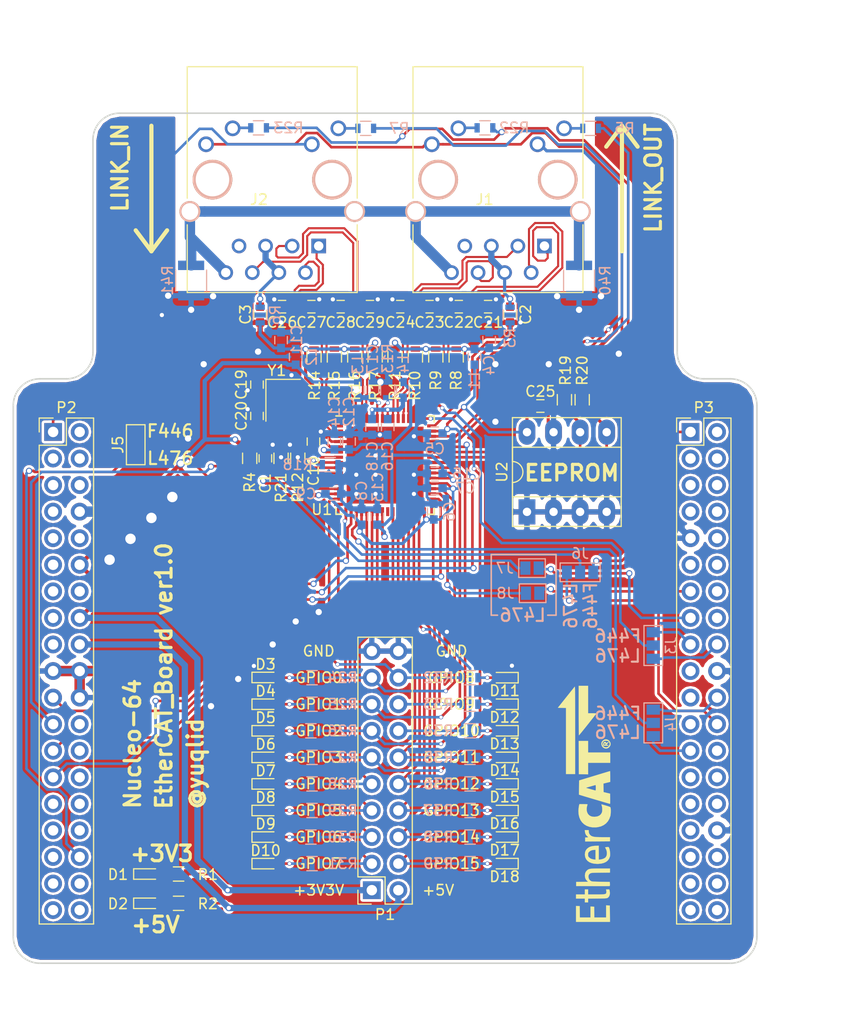
<source format=kicad_pcb>
(kicad_pcb (version 4) (host pcbnew 4.0.6)
  (layers (0 F.Cu signal) (31 B.Cu signal) (34 B.Paste user) (35 F.Paste user) (36 B.SilkS user) (37 F.SilkS user) (38 B.Mask user) (39 F.Mask user) (44 Edge.Cuts user))
  (net 0 "")
  (net 1 GND)
  (net 2 "Net-(C2-Pad1)")
  (net 3 "Net-(C3-Pad1)")
  (net 4 /LAN9252/VDD33TXRX1)
  (net 5 +3V3)
  (net 6 /LAN9252/VDDTXRX2)
  (net 7 "Net-(C12-Pad1)")
  (net 8 "Net-(C17-Pad1)")
  (net 9 "Net-(C19-Pad1)")
  (net 10 "Net-(C20-Pad1)")
  (net 11 "Net-(D1-Pad2)")
  (net 12 "Net-(D2-Pad2)")
  (net 13 +5V)
  (net 14 /LAN9252/LINKACTLED0)
  (net 15 /LAN9252/LINKACTLED1)
  (net 16 "Net-(R12-Pad1)")
  (net 17 "Net-(R13-Pad1)")
  (net 18 "Net-(R18-Pad1)")
  (net 19 "Net-(R19-Pad2)")
  (net 20 "Net-(R20-Pad2)")
  (net 21 "Net-(R21-Pad1)")
  (net 22 "Net-(J1-Pad9)")
  (net 23 "Net-(J2-Pad9)")
  (net 24 TX1_N)
  (net 25 TX1_P)
  (net 26 RX1_N)
  (net 27 RX1_P)
  (net 28 TX2_N)
  (net 29 TX2_P)
  (net 30 RX2_N)
  (net 31 RX2_P)
  (net 32 "Net-(C16-Pad1)")
  (net 33 GNDPWR)
  (net 34 /LAN9252/RUNLED)
  (net 35 "Net-(J1-Pad11)")
  (net 36 "Net-(J2-Pad11)")
  (net 37 SIO1)
  (net 38 SIO0)
  (net 39 ~SCS)
  (net 40 SCK)
  (net 41 LAN9252_RST)
  (net 42 "Net-(D3-Pad2)")
  (net 43 "Net-(D4-Pad2)")
  (net 44 "Net-(D5-Pad2)")
  (net 45 "Net-(D6-Pad2)")
  (net 46 "Net-(D7-Pad2)")
  (net 47 "Net-(D8-Pad2)")
  (net 48 "Net-(D9-Pad2)")
  (net 49 "Net-(D10-Pad2)")
  (net 50 "Net-(D11-Pad2)")
  (net 51 "Net-(D12-Pad2)")
  (net 52 "Net-(D13-Pad2)")
  (net 53 "Net-(D14-Pad2)")
  (net 54 "Net-(D15-Pad2)")
  (net 55 "Net-(D16-Pad2)")
  (net 56 "Net-(D17-Pad2)")
  (net 57 "Net-(D18-Pad2)")
  (net 58 PB6)
  (net 59 PB11)
  (net 60 PB2)
  (net 61 PB10)
  (net 62 PC10)
  (net 63 PB0)
  (net 64 PC9)
  (net 65 PB1)
  (net 66 SIO2)
  (net 67 PA7)
  (net 68 SIO3)
  (net 69 PA6)
  (net 70 GPIO0)
  (net 71 GPIO15)
  (net 72 GPIO1)
  (net 73 GPIO14)
  (net 74 GPIO2)
  (net 75 GPIO13)
  (net 76 GPIO3)
  (net 77 GPIO12)
  (net 78 GPIO4)
  (net 79 GPIO11)
  (net 80 GPIO5)
  (net 81 GPIO10)
  (net 82 GPIO6)
  (net 83 GPIO9)
  (net 84 GPIO7)
  (net 85 GPIO8)
  (net 86 LAN9252_IRQ)
  (net 87 SYNC0)
  (net 88 SYNC1)
  (module Housings_DIP:DIP-8_W7.62mm_Socket_LongPads (layer F.Cu) (at 146.92 88.92 90)
    (fp_text reference U2 (at 3.81 -2.39 90) (layer F.SilkS))
    (fp_text value 24LC00)
    (pad 1 thru_hole rect (at 0 0 90) (size 2.4 1.6) (drill 0.8) (layers *.Cu *.Mask) (net 1 GND))
    (pad 5 thru_hole oval (at 7.62 7.62 90) (size 2.4 1.6) (drill 0.8) (layers *.Cu *.Mask) (net 20 "Net-(R20-Pad2)"))
    (pad 2 thru_hole oval (at 0 2.54 90) (size 2.4 1.6) (drill 0.8) (layers *.Cu *.Mask) (net 1 GND))
    (pad 6 thru_hole oval (at 7.62 5.08 90) (size 2.4 1.6) (drill 0.8) (layers *.Cu *.Mask) (net 19 "Net-(R19-Pad2)"))
    (pad 3 thru_hole oval (at 0 5.08 90) (size 2.4 1.6) (drill 0.8) (layers *.Cu *.Mask) (net 1 GND))
    (pad 7 thru_hole oval (at 7.62 2.54 90) (size 2.4 1.6) (drill 0.8) (layers *.Cu *.Mask) (net 1 GND))
    (pad 4 thru_hole oval (at 0 7.62 90) (size 2.4 1.6) (drill 0.8) (layers *.Cu *.Mask) (net 1 GND))
    (pad 8 thru_hole oval (at 7.62 0 90) (size 2.4 1.6) (drill 0.8) (layers *.Cu *.Mask) (net 5 +3V3))
  )
  (module Socket_Strips:Socket_Strip_Straight_2x10_Pitch2.54mm (layer F.Cu) (at 132.08 125.095 180)
    (fp_text reference P1 (at -1.27 -2.33 180) (layer F.SilkS))
    (fp_text value CONN_02X10)
    (pad 1 thru_hole rect (at 0 0 180) (size 1.7 1.7) (drill 1) (layers *.Cu *.Mask) (net 5 +3V3))
    (pad 2 thru_hole oval (at -2.54 0 180) (size 1.7 1.7) (drill 1) (layers *.Cu *.Mask) (net 13 +5V))
    (pad 3 thru_hole oval (at 0 2.54 180) (size 1.7 1.7) (drill 1) (layers *.Cu *.Mask) (net 84 GPIO7))
    (pad 4 thru_hole oval (at -2.54 2.54 180) (size 1.7 1.7) (drill 1) (layers *.Cu *.Mask) (net 71 GPIO15))
    (pad 5 thru_hole oval (at 0 5.08 180) (size 1.7 1.7) (drill 1) (layers *.Cu *.Mask) (net 82 GPIO6))
    (pad 6 thru_hole oval (at -2.54 5.08 180) (size 1.7 1.7) (drill 1) (layers *.Cu *.Mask) (net 73 GPIO14))
    (pad 7 thru_hole oval (at 0 7.62 180) (size 1.7 1.7) (drill 1) (layers *.Cu *.Mask) (net 80 GPIO5))
    (pad 8 thru_hole oval (at -2.54 7.62 180) (size 1.7 1.7) (drill 1) (layers *.Cu *.Mask) (net 75 GPIO13))
    (pad 9 thru_hole oval (at 0 10.16 180) (size 1.7 1.7) (drill 1) (layers *.Cu *.Mask) (net 78 GPIO4))
    (pad 10 thru_hole oval (at -2.54 10.16 180) (size 1.7 1.7) (drill 1) (layers *.Cu *.Mask) (net 77 GPIO12))
    (pad 11 thru_hole oval (at 0 12.7 180) (size 1.7 1.7) (drill 1) (layers *.Cu *.Mask) (net 76 GPIO3))
    (pad 12 thru_hole oval (at -2.54 12.7 180) (size 1.7 1.7) (drill 1) (layers *.Cu *.Mask) (net 79 GPIO11))
    (pad 13 thru_hole oval (at 0 15.24 180) (size 1.7 1.7) (drill 1) (layers *.Cu *.Mask) (net 74 GPIO2))
    (pad 14 thru_hole oval (at -2.54 15.24 180) (size 1.7 1.7) (drill 1) (layers *.Cu *.Mask) (net 81 GPIO10))
    (pad 15 thru_hole oval (at 0 17.78 180) (size 1.7 1.7) (drill 1) (layers *.Cu *.Mask) (net 72 GPIO1))
    (pad 16 thru_hole oval (at -2.54 17.78 180) (size 1.7 1.7) (drill 1) (layers *.Cu *.Mask) (net 83 GPIO9))
    (pad 17 thru_hole oval (at 0 20.32 180) (size 1.7 1.7) (drill 1) (layers *.Cu *.Mask) (net 70 GPIO0))
    (pad 18 thru_hole oval (at -2.54 20.32 180) (size 1.7 1.7) (drill 1) (layers *.Cu *.Mask) (net 85 GPIO8))
    (pad 19 thru_hole oval (at 0 22.86 180) (size 1.7 1.7) (drill 1) (layers *.Cu *.Mask) (net 1 GND))
    (pad 20 thru_hole oval (at -2.54 22.86 180) (size 1.7 1.7) (drill 1) (layers *.Cu *.Mask) (net 1 GND))
  )
  (module Capacitors_SMD:C_0603 (layer B.Cu) (at 138 88.9 90)
    (fp_text reference C6 (at 0 1.5 90) (layer B.SilkS) (effects (justify mirror)))
    (fp_text value 0.1u)
    (pad 1 smd rect (at -0.75 0 90) (size 0.8 0.75) (layers B.Cu B.Paste B.Mask) (net 5 +3V3))
    (pad 2 smd rect (at 0.75 0 90) (size 0.8 0.75) (layers B.Cu B.Paste B.Mask) (net 1 GND))
  )
  (module Capacitors_SMD:C_0603 (layer B.Cu) (at 138.1 81.4 180)
    (fp_text reference C5 (at 0 -1.5 180) (layer B.SilkS) (effects (justify mirror)))
    (fp_text value 0.1u)
    (pad 1 smd rect (at -0.75 0 180) (size 0.8 0.75) (layers B.Cu B.Paste B.Mask) (net 5 +3V3))
    (pad 2 smd rect (at 0.75 0 180) (size 0.8 0.75) (layers B.Cu B.Paste B.Mask) (net 1 GND))
  )
  (module Capacitors_SMD:C_0603 (layer B.Cu) (at 130.75 77.25 270)
    (fp_text reference L3 (at -2.35 0 270) (layer B.SilkS) (effects (justify mirror)))
    (fp_text value L)
    (pad 1 smd rect (at -0.75 0 270) (size 0.8 0.75) (layers B.Cu B.Paste B.Mask) (net 5 +3V3))
    (pad 2 smd rect (at 0.75 0 270) (size 0.8 0.75) (layers B.Cu B.Paste B.Mask) (net 8 "Net-(C17-Pad1)"))
  )
  (module Connect:RJ45_J0011D21BNL (layer F.Cu) (at 122.555 57.15)
    (fp_text reference J2 (at -1.27 1.905) (layer F.SilkS))
    (fp_text value RJ45-PULSETRANS)
    (pad Hole thru_hole circle (at 5.715 0 90) (size 3.8 3.8) (drill 3.2) (layers *.Cu *.SilkS *.Mask))
    (pad Hole thru_hole circle (at -5.715 0 90) (size 3.8 3.8) (drill 3.2) (layers *.Cu *.SilkS *.Mask))
    (pad 8 thru_hole circle (at -4.445 8.89) (size 1.4 1.4) (drill 0.9) (layers *.Cu *.Mask) (net 33 GNDPWR))
    (pad 7 thru_hole circle (at -3.175 6.35) (size 1.4 1.4) (drill 0.9) (layers *.Cu *.Mask))
    (pad 6 thru_hole circle (at -1.905 8.89) (size 1.4 1.4) (drill 0.9) (layers *.Cu *.Mask) (net 30 RX2_N))
    (pad 5 thru_hole circle (at -0.635 6.35) (size 1.4 1.4) (drill 0.9) (layers *.Cu *.Mask) (net 3 "Net-(C3-Pad1)"))
    (pad 4 thru_hole circle (at 0.635 8.89) (size 1.4 1.4) (drill 0.9) (layers *.Cu *.Mask) (net 3 "Net-(C3-Pad1)"))
    (pad 3 thru_hole circle (at 1.905 6.35) (size 1.4 1.4) (drill 0.9) (layers *.Cu *.Mask) (net 31 RX2_P))
    (pad 2 thru_hole circle (at 3.175 8.89) (size 1.4 1.4) (drill 0.9) (layers *.Cu *.Mask) (net 28 TX2_N))
    (pad 13 thru_hole circle (at -7.874 3.048) (size 2 2) (drill 1.6) (layers *.Cu *.SilkS *.Mask) (net 33 GNDPWR))
    (pad 12 thru_hole circle (at -6.3246 -3.3782 90) (size 1.5 1.5) (drill 1) (layers *.Cu *.Mask) (net 34 /LAN9252/RUNLED))
    (pad 10 thru_hole circle (at 3.7846 -3.3782) (size 1.5 1.5) (drill 1) (layers *.Cu *.Mask) (net 1 GND))
    (pad 11 thru_hole circle (at -3.7846 -4.9022 90) (size 1.5 1.5) (drill 1) (layers *.Cu *.Mask) (net 36 "Net-(J2-Pad11)"))
    (pad 9 thru_hole circle (at 6.3246 -4.9022 180) (size 1.5 1.5) (drill 1) (layers *.Cu *.Mask) (net 23 "Net-(J2-Pad9)"))
    (pad 1 thru_hole rect (at 4.445 6.35 90) (size 1.4 1.4) (drill 0.9) (layers *.Cu *.Mask) (net 29 TX2_P))
    (pad 14 thru_hole circle (at 7.874 3.048 180) (size 2 2) (drill 1.6) (layers *.Cu *.SilkS *.Mask) (net 33 GNDPWR))
  )
  (module Pin_Headers:Pin_Header_Straight_2x19_Pitch2.54mm (layer F.Cu) (at 101.6 81.28)
    (fp_text reference P2 (at 1.27 -2.33) (layer F.SilkS))
    (fp_text value CONN_02X19)
    (pad 1 thru_hole rect (at 0 0) (size 1.7 1.7) (drill 1) (layers *.Cu *.Mask) (net 62 PC10))
    (pad 2 thru_hole oval (at 2.54 0) (size 1.7 1.7) (drill 1) (layers *.Cu *.Mask))
    (pad 3 thru_hole oval (at 0 2.54) (size 1.7 1.7) (drill 1) (layers *.Cu *.Mask))
    (pad 4 thru_hole oval (at 2.54 2.54) (size 1.7 1.7) (drill 1) (layers *.Cu *.Mask))
    (pad 5 thru_hole oval (at 0 5.08) (size 1.7 1.7) (drill 1) (layers *.Cu *.Mask))
    (pad 6 thru_hole oval (at 2.54 5.08) (size 1.7 1.7) (drill 1) (layers *.Cu *.Mask))
    (pad 7 thru_hole oval (at 0 7.62) (size 1.7 1.7) (drill 1) (layers *.Cu *.Mask))
    (pad 8 thru_hole oval (at 2.54 7.62) (size 1.7 1.7) (drill 1) (layers *.Cu *.Mask) (net 1 GND))
    (pad 9 thru_hole oval (at 0 10.16) (size 1.7 1.7) (drill 1) (layers *.Cu *.Mask))
    (pad 10 thru_hole oval (at 2.54 10.16) (size 1.7 1.7) (drill 1) (layers *.Cu *.Mask))
    (pad 11 thru_hole oval (at 0 12.7) (size 1.7 1.7) (drill 1) (layers *.Cu *.Mask))
    (pad 12 thru_hole oval (at 2.54 12.7) (size 1.7 1.7) (drill 1) (layers *.Cu *.Mask) (net 5 +3V3))
    (pad 13 thru_hole oval (at 0 15.24) (size 1.7 1.7) (drill 1) (layers *.Cu *.Mask))
    (pad 14 thru_hole oval (at 2.54 15.24) (size 1.7 1.7) (drill 1) (layers *.Cu *.Mask))
    (pad 15 thru_hole oval (at 0 17.78) (size 1.7 1.7) (drill 1) (layers *.Cu *.Mask))
    (pad 16 thru_hole oval (at 2.54 17.78) (size 1.7 1.7) (drill 1) (layers *.Cu *.Mask) (net 5 +3V3))
    (pad 17 thru_hole oval (at 0 20.32) (size 1.7 1.7) (drill 1) (layers *.Cu *.Mask))
    (pad 18 thru_hole oval (at 2.54 20.32) (size 1.7 1.7) (drill 1) (layers *.Cu *.Mask) (net 13 +5V))
    (pad 19 thru_hole oval (at 0 22.86) (size 1.7 1.7) (drill 1) (layers *.Cu *.Mask) (net 1 GND))
    (pad 20 thru_hole oval (at 2.54 22.86) (size 1.7 1.7) (drill 1) (layers *.Cu *.Mask) (net 1 GND))
    (pad 21 thru_hole oval (at 0 25.4) (size 1.7 1.7) (drill 1) (layers *.Cu *.Mask) (net 86 LAN9252_IRQ))
    (pad 22 thru_hole oval (at 2.54 25.4) (size 1.7 1.7) (drill 1) (layers *.Cu *.Mask) (net 1 GND))
    (pad 23 thru_hole oval (at 0 27.94) (size 1.7 1.7) (drill 1) (layers *.Cu *.Mask) (net 41 LAN9252_RST))
    (pad 24 thru_hole oval (at 2.54 27.94) (size 1.7 1.7) (drill 1) (layers *.Cu *.Mask))
    (pad 25 thru_hole oval (at 0 30.48) (size 1.7 1.7) (drill 1) (layers *.Cu *.Mask) (net 87 SYNC0))
    (pad 26 thru_hole oval (at 2.54 30.48) (size 1.7 1.7) (drill 1) (layers *.Cu *.Mask))
    (pad 27 thru_hole oval (at 0 33.02) (size 1.7 1.7) (drill 1) (layers *.Cu *.Mask) (net 88 SYNC1))
    (pad 28 thru_hole oval (at 2.54 33.02) (size 1.7 1.7) (drill 1) (layers *.Cu *.Mask))
    (pad 29 thru_hole oval (at 0 35.56) (size 1.7 1.7) (drill 1) (layers *.Cu *.Mask))
    (pad 30 thru_hole oval (at 2.54 35.56) (size 1.7 1.7) (drill 1) (layers *.Cu *.Mask))
    (pad 31 thru_hole oval (at 0 38.1) (size 1.7 1.7) (drill 1) (layers *.Cu *.Mask))
    (pad 32 thru_hole oval (at 2.54 38.1) (size 1.7 1.7) (drill 1) (layers *.Cu *.Mask))
    (pad 33 thru_hole oval (at 0 40.64) (size 1.7 1.7) (drill 1) (layers *.Cu *.Mask))
    (pad 34 thru_hole oval (at 2.54 40.64) (size 1.7 1.7) (drill 1) (layers *.Cu *.Mask) (net 63 PB0))
    (pad 35 thru_hole oval (at 0 43.18) (size 1.7 1.7) (drill 1) (layers *.Cu *.Mask))
    (pad 36 thru_hole oval (at 2.54 43.18) (size 1.7 1.7) (drill 1) (layers *.Cu *.Mask))
    (pad 37 thru_hole oval (at 0 45.72) (size 1.7 1.7) (drill 1) (layers *.Cu *.Mask))
    (pad 38 thru_hole oval (at 2.54 45.72) (size 1.7 1.7) (drill 1) (layers *.Cu *.Mask))
  )
  (module Pin_Headers:Pin_Header_Straight_2x19_Pitch2.54mm (layer F.Cu) (at 162.56 81.28)
    (fp_text reference P3 (at 1.27 -2.33) (layer F.SilkS))
    (fp_text value CONN_02X19)
    (pad 1 thru_hole rect (at 0 0) (size 1.7 1.7) (drill 1) (layers *.Cu *.Mask) (net 64 PC9))
    (pad 2 thru_hole oval (at 2.54 0) (size 1.7 1.7) (drill 1) (layers *.Cu *.Mask))
    (pad 3 thru_hole oval (at 0 2.54) (size 1.7 1.7) (drill 1) (layers *.Cu *.Mask))
    (pad 4 thru_hole oval (at 2.54 2.54) (size 1.7 1.7) (drill 1) (layers *.Cu *.Mask))
    (pad 5 thru_hole oval (at 0 5.08) (size 1.7 1.7) (drill 1) (layers *.Cu *.Mask))
    (pad 6 thru_hole oval (at 2.54 5.08) (size 1.7 1.7) (drill 1) (layers *.Cu *.Mask))
    (pad 7 thru_hole oval (at 0 7.62) (size 1.7 1.7) (drill 1) (layers *.Cu *.Mask))
    (pad 8 thru_hole oval (at 2.54 7.62) (size 1.7 1.7) (drill 1) (layers *.Cu *.Mask))
    (pad 9 thru_hole oval (at 0 10.16) (size 1.7 1.7) (drill 1) (layers *.Cu *.Mask) (net 1 GND))
    (pad 10 thru_hole oval (at 2.54 10.16) (size 1.7 1.7) (drill 1) (layers *.Cu *.Mask))
    (pad 11 thru_hole oval (at 0 12.7) (size 1.7 1.7) (drill 1) (layers *.Cu *.Mask))
    (pad 12 thru_hole oval (at 2.54 12.7) (size 1.7 1.7) (drill 1) (layers *.Cu *.Mask))
    (pad 13 thru_hole oval (at 0 15.24) (size 1.7 1.7) (drill 1) (layers *.Cu *.Mask) (net 69 PA6))
    (pad 14 thru_hole oval (at 2.54 15.24) (size 1.7 1.7) (drill 1) (layers *.Cu *.Mask))
    (pad 15 thru_hole oval (at 0 17.78) (size 1.7 1.7) (drill 1) (layers *.Cu *.Mask) (net 67 PA7))
    (pad 16 thru_hole oval (at 2.54 17.78) (size 1.7 1.7) (drill 1) (layers *.Cu *.Mask))
    (pad 17 thru_hole oval (at 0 20.32) (size 1.7 1.7) (drill 1) (layers *.Cu *.Mask) (net 58 PB6))
    (pad 18 thru_hole oval (at 2.54 20.32) (size 1.7 1.7) (drill 1) (layers *.Cu *.Mask) (net 59 PB11))
    (pad 19 thru_hole oval (at 0 22.86) (size 1.7 1.7) (drill 1) (layers *.Cu *.Mask))
    (pad 20 thru_hole oval (at 2.54 22.86) (size 1.7 1.7) (drill 1) (layers *.Cu *.Mask) (net 1 GND))
    (pad 21 thru_hole oval (at 0 25.4) (size 1.7 1.7) (drill 1) (layers *.Cu *.Mask))
    (pad 22 thru_hole oval (at 2.54 25.4) (size 1.7 1.7) (drill 1) (layers *.Cu *.Mask) (net 60 PB2))
    (pad 23 thru_hole oval (at 0 27.94) (size 1.7 1.7) (drill 1) (layers *.Cu *.Mask))
    (pad 24 thru_hole oval (at 2.54 27.94) (size 1.7 1.7) (drill 1) (layers *.Cu *.Mask) (net 65 PB1))
    (pad 25 thru_hole oval (at 0 30.48) (size 1.7 1.7) (drill 1) (layers *.Cu *.Mask) (net 61 PB10))
    (pad 26 thru_hole oval (at 2.54 30.48) (size 1.7 1.7) (drill 1) (layers *.Cu *.Mask))
    (pad 27 thru_hole oval (at 0 33.02) (size 1.7 1.7) (drill 1) (layers *.Cu *.Mask))
    (pad 28 thru_hole oval (at 2.54 33.02) (size 1.7 1.7) (drill 1) (layers *.Cu *.Mask))
    (pad 29 thru_hole oval (at 0 35.56) (size 1.7 1.7) (drill 1) (layers *.Cu *.Mask))
    (pad 30 thru_hole oval (at 2.54 35.56) (size 1.7 1.7) (drill 1) (layers *.Cu *.Mask))
    (pad 31 thru_hole oval (at 0 38.1) (size 1.7 1.7) (drill 1) (layers *.Cu *.Mask))
    (pad 32 thru_hole oval (at 2.54 38.1) (size 1.7 1.7) (drill 1) (layers *.Cu *.Mask) (net 1 GND))
    (pad 33 thru_hole oval (at 0 40.64) (size 1.7 1.7) (drill 1) (layers *.Cu *.Mask))
    (pad 34 thru_hole oval (at 2.54 40.64) (size 1.7 1.7) (drill 1) (layers *.Cu *.Mask))
    (pad 35 thru_hole oval (at 0 43.18) (size 1.7 1.7) (drill 1) (layers *.Cu *.Mask))
    (pad 36 thru_hole oval (at 2.54 43.18) (size 1.7 1.7) (drill 1) (layers *.Cu *.Mask))
    (pad 37 thru_hole oval (at 0 45.72) (size 1.7 1.7) (drill 1) (layers *.Cu *.Mask))
    (pad 38 thru_hole oval (at 2.54 45.72) (size 1.7 1.7) (drill 1) (layers *.Cu *.Mask))
  )
  (module Capacitors_SMD:C_0603 (layer F.Cu) (at 121.9 83.8 90)
    (fp_text reference C1 (at -2.4 0 90) (layer F.SilkS))
    (fp_text value 0.1u)
    (pad 1 smd rect (at -0.75 0 90) (size 0.8 0.75) (layers F.Cu F.Paste F.Mask) (net 41 LAN9252_RST))
    (pad 2 smd rect (at 0.75 0 90) (size 0.8 0.75) (layers F.Cu F.Paste F.Mask) (net 1 GND))
  )
  (module Capacitors_SMD:C_0603 (layer F.Cu) (at 145.3 70.05 270)
    (fp_text reference C2 (at 0 -1.5 270) (layer F.SilkS))
    (fp_text value 0.022u)
    (pad 1 smd rect (at -0.75 0 270) (size 0.8 0.75) (layers F.Cu F.Paste F.Mask) (net 2 "Net-(C2-Pad1)"))
    (pad 2 smd rect (at 0.75 0 270) (size 0.8 0.75) (layers F.Cu F.Paste F.Mask) (net 1 GND))
  )
  (module Capacitors_SMD:C_0603 (layer F.Cu) (at 121.4 70.05 270)
    (fp_text reference C3 (at 0 1.4 270) (layer F.SilkS))
    (fp_text value 0.022u)
    (pad 1 smd rect (at -0.75 0 270) (size 0.8 0.75) (layers F.Cu F.Paste F.Mask) (net 3 "Net-(C3-Pad1)"))
    (pad 2 smd rect (at 0.75 0 270) (size 0.8 0.75) (layers F.Cu F.Paste F.Mask) (net 1 GND))
  )
  (module Capacitors_SMD:C_0603 (layer B.Cu) (at 143.3 72.5 90)
    (fp_text reference C4 (at -2.4 0 90) (layer B.SilkS) (effects (justify mirror)))
    (fp_text value 0.1u)
    (pad 1 smd rect (at -0.75 0 90) (size 0.8 0.75) (layers B.Cu B.Paste B.Mask) (net 4 /LAN9252/VDD33TXRX1))
    (pad 2 smd rect (at 0.75 0 90) (size 0.8 0.75) (layers B.Cu B.Paste B.Mask) (net 1 GND))
  )
  (module Capacitors_SMD:C_0603 (layer B.Cu) (at 138.1 86.65 180)
    (fp_text reference C7 (at -2.9 0 180) (layer B.SilkS) (effects (justify mirror)))
    (fp_text value 0.1u)
    (pad 1 smd rect (at -0.75 0 180) (size 0.8 0.75) (layers B.Cu B.Paste B.Mask) (net 5 +3V3))
    (pad 2 smd rect (at 0.75 0 180) (size 0.8 0.75) (layers B.Cu B.Paste B.Mask) (net 1 GND))
  )
  (module Capacitors_SMD:C_0603 (layer B.Cu) (at 131.1 89.4 90)
    (fp_text reference C8 (at 2.5 0 90) (layer B.SilkS) (effects (justify mirror)))
    (fp_text value 0.1u)
    (pad 1 smd rect (at -0.75 0 90) (size 0.8 0.75) (layers B.Cu B.Paste B.Mask) (net 5 +3V3))
    (pad 2 smd rect (at 0.75 0 90) (size 0.8 0.75) (layers B.Cu B.Paste B.Mask) (net 1 GND))
  )
  (module Capacitors_SMD:C_0603 (layer B.Cu) (at 128.4 87.2)
    (fp_text reference C9 (at -2.6 0) (layer B.SilkS) (effects (justify mirror)))
    (fp_text value 0.1u)
    (pad 1 smd rect (at -0.75 0) (size 0.8 0.75) (layers B.Cu B.Paste B.Mask) (net 5 +3V3))
    (pad 2 smd rect (at 0.75 0) (size 0.8 0.75) (layers B.Cu B.Paste B.Mask) (net 1 GND))
  )
  (module Capacitors_SMD:C_0603 (layer F.Cu) (at 126.5 82.2 90)
    (fp_text reference C10 (at -2.8 0 90) (layer F.SilkS))
    (fp_text value 0.1u)
    (pad 1 smd rect (at -0.75 0 90) (size 0.8 0.75) (layers F.Cu F.Paste F.Mask) (net 5 +3V3))
    (pad 2 smd rect (at 0.75 0 90) (size 0.8 0.75) (layers F.Cu F.Paste F.Mask) (net 1 GND))
  )
  (module Capacitors_SMD:C_0603 (layer B.Cu) (at 123.4 72.5 90)
    (fp_text reference C11 (at 0 1.5 90) (layer B.SilkS) (effects (justify mirror)))
    (fp_text value 0.1u)
    (pad 1 smd rect (at -0.75 0 90) (size 0.8 0.75) (layers B.Cu B.Paste B.Mask) (net 6 /LAN9252/VDDTXRX2))
    (pad 2 smd rect (at 0.75 0 90) (size 0.8 0.75) (layers B.Cu B.Paste B.Mask) (net 1 GND))
  )
  (module Capacitors_SMD:C_0603 (layer B.Cu) (at 129.9 82.2 90)
    (fp_text reference C12 (at 2.85 0 90) (layer B.SilkS) (effects (justify mirror)))
    (fp_text value 1u)
    (pad 1 smd rect (at -0.75 0 90) (size 0.8 0.75) (layers B.Cu B.Paste B.Mask) (net 7 "Net-(C12-Pad1)"))
    (pad 2 smd rect (at 0.75 0 90) (size 0.8 0.75) (layers B.Cu B.Paste B.Mask) (net 1 GND))
  )
  (module Capacitors_SMD:C_0603 (layer B.Cu) (at 132.6 89.4 90)
    (fp_text reference C13 (at 2.85 0.05 90) (layer B.SilkS) (effects (justify mirror)))
    (fp_text value 470p)
    (pad 1 smd rect (at -0.75 0 90) (size 0.8 0.75) (layers B.Cu B.Paste B.Mask) (net 7 "Net-(C12-Pad1)"))
    (pad 2 smd rect (at 0.75 0 90) (size 0.8 0.75) (layers B.Cu B.Paste B.Mask) (net 1 GND))
  )
  (module Capacitors_SMD:C_0603 (layer B.Cu) (at 128.5 82.2 90)
    (fp_text reference C14 (at 2.85 0 90) (layer B.SilkS) (effects (justify mirror)))
    (fp_text value 0.1u)
    (pad 1 smd rect (at -0.75 0 90) (size 0.8 0.75) (layers B.Cu B.Paste B.Mask) (net 7 "Net-(C12-Pad1)"))
    (pad 2 smd rect (at 0.75 0 90) (size 0.8 0.75) (layers B.Cu B.Paste B.Mask) (net 1 GND))
  )
  (module Capacitors_SMD:C_0603 (layer B.Cu) (at 138.1 85.25 180)
    (fp_text reference C15 (at -3.1 -0.05 180) (layer B.SilkS) (effects (justify mirror)))
    (fp_text value 0.1u)
    (pad 1 smd rect (at -0.75 0 180) (size 0.8 0.75) (layers B.Cu B.Paste B.Mask) (net 7 "Net-(C12-Pad1)"))
    (pad 2 smd rect (at 0.75 0 180) (size 0.8 0.75) (layers B.Cu B.Paste B.Mask) (net 1 GND))
  )
  (module Capacitors_SMD:C_0603 (layer B.Cu) (at 133.6 80.8 270)
    (fp_text reference C16 (at 2.8 0.025 270) (layer B.SilkS) (effects (justify mirror)))
    (fp_text value 0.1u)
    (pad 1 smd rect (at -0.75 0 270) (size 0.8 0.75) (layers B.Cu B.Paste B.Mask) (net 32 "Net-(C16-Pad1)"))
    (pad 2 smd rect (at 0.75 0 270) (size 0.8 0.75) (layers B.Cu B.Paste B.Mask) (net 1 GND))
  )
  (module Capacitors_SMD:C_0603 (layer B.Cu) (at 132.15 77.25 90)
    (fp_text reference C17 (at 2.95 0 90) (layer B.SilkS) (effects (justify mirror)))
    (fp_text value 0.1u)
    (pad 1 smd rect (at -0.75 0 90) (size 0.8 0.75) (layers B.Cu B.Paste B.Mask) (net 8 "Net-(C17-Pad1)"))
    (pad 2 smd rect (at 0.75 0 90) (size 0.8 0.75) (layers B.Cu B.Paste B.Mask) (net 1 GND))
  )
  (module Capacitors_SMD:C_0603 (layer B.Cu) (at 132.1 80.8 270)
    (fp_text reference C18 (at 2.8 -0.025 270) (layer B.SilkS) (effects (justify mirror)))
    (fp_text value 0.1u)
    (pad 1 smd rect (at -0.75 0 270) (size 0.8 0.75) (layers B.Cu B.Paste B.Mask) (net 32 "Net-(C16-Pad1)"))
    (pad 2 smd rect (at 0.75 0 270) (size 0.8 0.75) (layers B.Cu B.Paste B.Mask) (net 1 GND))
  )
  (module Capacitors_SMD:C_0603 (layer F.Cu) (at 121.1 76.75 270)
    (fp_text reference C19 (at 0 1.5 270) (layer F.SilkS))
    (fp_text value C)
    (pad 1 smd rect (at -0.75 0 270) (size 0.8 0.75) (layers F.Cu F.Paste F.Mask) (net 9 "Net-(C19-Pad1)"))
    (pad 2 smd rect (at 0.75 0 270) (size 0.8 0.75) (layers F.Cu F.Paste F.Mask) (net 1 GND))
  )
  (module Capacitors_SMD:C_0603 (layer F.Cu) (at 121.1 79.75 90)
    (fp_text reference C20 (at 0 -1.5 90) (layer F.SilkS))
    (fp_text value C)
    (pad 1 smd rect (at -0.75 0 90) (size 0.8 0.75) (layers F.Cu F.Paste F.Mask) (net 10 "Net-(C20-Pad1)"))
    (pad 2 smd rect (at 0.75 0 90) (size 0.8 0.75) (layers F.Cu F.Paste F.Mask) (net 1 GND))
  )
  (module Capacitors_SMD:C_0603 (layer F.Cu) (at 143.2 69.3)
    (fp_text reference C21 (at 0 1.5) (layer F.SilkS))
    (fp_text value 10p)
    (pad 1 smd rect (at -0.75 0) (size 0.8 0.75) (layers F.Cu F.Paste F.Mask) (net 24 TX1_N))
    (pad 2 smd rect (at 0.75 0) (size 0.8 0.75) (layers F.Cu F.Paste F.Mask) (net 1 GND))
  )
  (module Capacitors_SMD:C_0603 (layer F.Cu) (at 140.4 69.3 180)
    (fp_text reference C22 (at 0 -1.5 180) (layer F.SilkS))
    (fp_text value 10p)
    (pad 1 smd rect (at -0.75 0 180) (size 0.8 0.75) (layers F.Cu F.Paste F.Mask) (net 25 TX1_P))
    (pad 2 smd rect (at 0.75 0 180) (size 0.8 0.75) (layers F.Cu F.Paste F.Mask) (net 1 GND))
  )
  (module Capacitors_SMD:C_0603 (layer F.Cu) (at 137.6 69.3)
    (fp_text reference C23 (at 0 1.5) (layer F.SilkS))
    (fp_text value 10p)
    (pad 1 smd rect (at -0.75 0) (size 0.8 0.75) (layers F.Cu F.Paste F.Mask) (net 26 RX1_N))
    (pad 2 smd rect (at 0.75 0) (size 0.8 0.75) (layers F.Cu F.Paste F.Mask) (net 1 GND))
  )
  (module Capacitors_SMD:C_0603 (layer F.Cu) (at 134.8 69.3 180)
    (fp_text reference C24 (at 0 -1.5 180) (layer F.SilkS))
    (fp_text value 10p)
    (pad 1 smd rect (at -0.75 0 180) (size 0.8 0.75) (layers F.Cu F.Paste F.Mask) (net 27 RX1_P))
    (pad 2 smd rect (at 0.75 0 180) (size 0.8 0.75) (layers F.Cu F.Paste F.Mask) (net 1 GND))
  )
  (module Capacitors_SMD:C_0603 (layer F.Cu) (at 148.2 78.8)
    (fp_text reference C25 (at 0 -1.4) (layer F.SilkS))
    (fp_text value 0.1u)
    (pad 1 smd rect (at -0.75 0) (size 0.8 0.75) (layers F.Cu F.Paste F.Mask) (net 5 +3V3))
    (pad 2 smd rect (at 0.75 0) (size 0.8 0.75) (layers F.Cu F.Paste F.Mask) (net 1 GND))
  )
  (module Capacitors_SMD:C_0603 (layer F.Cu) (at 123.5 69.3 180)
    (fp_text reference C26 (at 0 -1.5 180) (layer F.SilkS))
    (fp_text value 10p)
    (pad 1 smd rect (at -0.75 0 180) (size 0.8 0.75) (layers F.Cu F.Paste F.Mask) (net 28 TX2_N))
    (pad 2 smd rect (at 0.75 0 180) (size 0.8 0.75) (layers F.Cu F.Paste F.Mask) (net 1 GND))
  )
  (module Capacitors_SMD:C_0603 (layer F.Cu) (at 126.3 69.3)
    (fp_text reference C27 (at 0 1.5) (layer F.SilkS))
    (fp_text value 10p)
    (pad 1 smd rect (at -0.75 0) (size 0.8 0.75) (layers F.Cu F.Paste F.Mask) (net 29 TX2_P))
    (pad 2 smd rect (at 0.75 0) (size 0.8 0.75) (layers F.Cu F.Paste F.Mask) (net 1 GND))
  )
  (module Capacitors_SMD:C_0603 (layer F.Cu) (at 129.1 69.3 180)
    (fp_text reference C28 (at 0 -1.5 180) (layer F.SilkS))
    (fp_text value 10p)
    (pad 1 smd rect (at -0.75 0 180) (size 0.8 0.75) (layers F.Cu F.Paste F.Mask) (net 30 RX2_N))
    (pad 2 smd rect (at 0.75 0 180) (size 0.8 0.75) (layers F.Cu F.Paste F.Mask) (net 1 GND))
  )
  (module Capacitors_SMD:C_0603 (layer F.Cu) (at 131.9 69.3)
    (fp_text reference C29 (at 0 1.5) (layer F.SilkS))
    (fp_text value 10p)
    (pad 1 smd rect (at -0.75 0) (size 0.8 0.75) (layers F.Cu F.Paste F.Mask) (net 31 RX2_P))
    (pad 2 smd rect (at 0.75 0) (size 0.8 0.75) (layers F.Cu F.Paste F.Mask) (net 1 GND))
  )
  (module LEDs:LED_0603 (layer F.Cu) (at 110.6 123.55)
    (fp_text reference D1 (at -2.8 0.05) (layer F.SilkS))
    (fp_text value LED)
    (pad 2 smd rect (at 0.8 0 180) (size 0.8 0.8) (layers F.Cu F.Paste F.Mask) (net 11 "Net-(D1-Pad2)"))
    (pad 1 smd rect (at -0.8 0 180) (size 0.8 0.8) (layers F.Cu F.Paste F.Mask) (net 1 GND))
  )
  (module LEDs:LED_0603 (layer F.Cu) (at 110.6 126.35)
    (fp_text reference D2 (at -2.8 0.05) (layer F.SilkS))
    (fp_text value LED)
    (pad 2 smd rect (at 0.8 0 180) (size 0.8 0.8) (layers F.Cu F.Paste F.Mask) (net 12 "Net-(D2-Pad2)"))
    (pad 1 smd rect (at -0.8 0 180) (size 0.8 0.8) (layers F.Cu F.Paste F.Mask) (net 1 GND))
  )
  (module Capacitors_SMD:C_0603 (layer B.Cu) (at 141.9 74.1 90)
    (fp_text reference L1 (at -2.3 0 90) (layer B.SilkS) (effects (justify mirror)))
    (fp_text value L)
    (pad 1 smd rect (at -0.75 0 90) (size 0.8 0.75) (layers B.Cu B.Paste B.Mask) (net 5 +3V3))
    (pad 2 smd rect (at 0.75 0 90) (size 0.8 0.75) (layers B.Cu B.Paste B.Mask) (net 4 /LAN9252/VDD33TXRX1))
  )
  (module Capacitors_SMD:C_0603 (layer B.Cu) (at 124.8 74.1 90)
    (fp_text reference L2 (at 0 1.5 90) (layer B.SilkS) (effects (justify mirror)))
    (fp_text value L)
    (pad 1 smd rect (at -0.75 0 90) (size 0.8 0.75) (layers B.Cu B.Paste B.Mask) (net 5 +3V3))
    (pad 2 smd rect (at 0.75 0 90) (size 0.8 0.75) (layers B.Cu B.Paste B.Mask) (net 6 /LAN9252/VDDTXRX2))
  )
  (module Capacitors_SMD:C_0603 (layer B.Cu) (at 135.05 77.25 270)
    (fp_text reference L4 (at -2.45 -0.05 270) (layer B.SilkS) (effects (justify mirror)))
    (fp_text value L)
    (pad 1 smd rect (at -0.75 0 270) (size 0.8 0.75) (layers B.Cu B.Paste B.Mask) (net 7 "Net-(C12-Pad1)"))
    (pad 2 smd rect (at 0.75 0 270) (size 0.8 0.75) (layers B.Cu B.Paste B.Mask) (net 32 "Net-(C16-Pad1)"))
  )
  (module Resistors_SMD:R_0603 (layer F.Cu) (at 113.6 123.55 180)
    (fp_text reference R1 (at -2.8 -0.05 180) (layer F.SilkS))
    (fp_text value R)
    (pad 1 smd rect (at -0.75 0 180) (size 0.5 0.9) (layers F.Cu F.Paste F.Mask) (net 5 +3V3))
    (pad 2 smd rect (at 0.75 0 180) (size 0.5 0.9) (layers F.Cu F.Paste F.Mask) (net 11 "Net-(D1-Pad2)"))
  )
  (module Resistors_SMD:R_0603 (layer F.Cu) (at 113.6 126.35 180)
    (fp_text reference R2 (at -2.8 -0.05 180) (layer F.SilkS))
    (fp_text value R)
    (pad 1 smd rect (at -0.75 0 180) (size 0.5 0.9) (layers F.Cu F.Paste F.Mask) (net 13 +5V))
    (pad 2 smd rect (at 0.75 0 180) (size 0.5 0.9) (layers F.Cu F.Paste F.Mask) (net 12 "Net-(D2-Pad2)"))
  )
  (module Resistors_SMD:R_0603 (layer B.Cu) (at 145.3 70.1 270)
    (fp_text reference R3 (at 2.2 0 270) (layer B.SilkS) (effects (justify mirror)))
    (fp_text value 0R)
    (pad 1 smd rect (at -0.75 0 270) (size 0.5 0.9) (layers B.Cu B.Paste B.Mask) (net 2 "Net-(C2-Pad1)"))
    (pad 2 smd rect (at 0.75 0 270) (size 0.5 0.9) (layers B.Cu B.Paste B.Mask) (net 4 /LAN9252/VDD33TXRX1))
  )
  (module Resistors_SMD:R_0603 (layer F.Cu) (at 120.4 83.8 270)
    (fp_text reference R4 (at 2.3 0 270) (layer F.SilkS))
    (fp_text value 10k)
    (pad 1 smd rect (at -0.75 0 270) (size 0.5 0.9) (layers F.Cu F.Paste F.Mask) (net 5 +3V3))
    (pad 2 smd rect (at 0.75 0 270) (size 0.5 0.9) (layers F.Cu F.Paste F.Mask) (net 41 LAN9252_RST))
  )
  (module Resistors_SMD:R_0603 (layer B.Cu) (at 153 52.25 180)
    (fp_text reference R5 (at -3.25 0 360) (layer B.SilkS) (effects (justify mirror)))
    (fp_text value 330)
    (pad 1 smd rect (at -0.75 0 180) (size 0.5 0.9) (layers B.Cu B.Paste B.Mask) (net 14 /LAN9252/LINKACTLED0))
    (pad 2 smd rect (at 0.75 0 180) (size 0.5 0.9) (layers B.Cu B.Paste B.Mask) (net 22 "Net-(J1-Pad9)"))
  )
  (module Resistors_SMD:R_0603 (layer B.Cu) (at 121.4 70.1 90)
    (fp_text reference R6 (at 0 1.45 90) (layer B.SilkS) (effects (justify mirror)))
    (fp_text value 0)
    (pad 1 smd rect (at -0.75 0 90) (size 0.5 0.9) (layers B.Cu B.Paste B.Mask) (net 6 /LAN9252/VDDTXRX2))
    (pad 2 smd rect (at 0.75 0 90) (size 0.5 0.9) (layers B.Cu B.Paste B.Mask) (net 3 "Net-(C3-Pad1)"))
  )
  (module Resistors_SMD:R_0603 (layer B.Cu) (at 131.5 52.25 180)
    (fp_text reference R7 (at -3.2 0 180) (layer B.SilkS) (effects (justify mirror)))
    (fp_text value 330)
    (pad 1 smd rect (at -0.75 0 180) (size 0.5 0.9) (layers B.Cu B.Paste B.Mask) (net 15 /LAN9252/LINKACTLED1))
    (pad 2 smd rect (at 0.75 0 180) (size 0.5 0.9) (layers B.Cu B.Paste B.Mask) (net 23 "Net-(J2-Pad9)"))
  )
  (module Resistors_SMD:R_0603 (layer F.Cu) (at 140.15 74.1 90)
    (fp_text reference R8 (at -2.25 0 90) (layer F.SilkS))
    (fp_text value 49.9)
    (pad 1 smd rect (at -0.75 0 90) (size 0.5 0.9) (layers F.Cu F.Paste F.Mask) (net 24 TX1_N))
    (pad 2 smd rect (at 0.75 0 90) (size 0.5 0.9) (layers F.Cu F.Paste F.Mask) (net 4 /LAN9252/VDD33TXRX1))
  )
  (module Resistors_SMD:R_0603 (layer F.Cu) (at 138.2 74.1 90)
    (fp_text reference R9 (at -2.25 0 90) (layer F.SilkS))
    (fp_text value 49.9)
    (pad 1 smd rect (at -0.75 0 90) (size 0.5 0.9) (layers F.Cu F.Paste F.Mask) (net 25 TX1_P))
    (pad 2 smd rect (at 0.75 0 90) (size 0.5 0.9) (layers F.Cu F.Paste F.Mask) (net 4 /LAN9252/VDD33TXRX1))
  )
  (module Resistors_SMD:R_0603 (layer F.Cu) (at 136.25 74.1 90)
    (fp_text reference R10 (at -2.75 -0.05 90) (layer F.SilkS))
    (fp_text value 49.9)
    (pad 1 smd rect (at -0.75 0 90) (size 0.5 0.9) (layers F.Cu F.Paste F.Mask) (net 26 RX1_N))
    (pad 2 smd rect (at 0.75 0 90) (size 0.5 0.9) (layers F.Cu F.Paste F.Mask) (net 4 /LAN9252/VDD33TXRX1))
  )
  (module Resistors_SMD:R_0603 (layer F.Cu) (at 134.3 74.1 90)
    (fp_text reference R11 (at -2.75 0 90) (layer F.SilkS))
    (fp_text value 49.9)
    (pad 1 smd rect (at -0.75 0 90) (size 0.5 0.9) (layers F.Cu F.Paste F.Mask) (net 27 RX1_P))
    (pad 2 smd rect (at 0.75 0 90) (size 0.5 0.9) (layers F.Cu F.Paste F.Mask) (net 4 /LAN9252/VDD33TXRX1))
  )
  (module Resistors_SMD:R_0603 (layer F.Cu) (at 125 83.8 90)
    (fp_text reference R12 (at -2.8 0 90) (layer F.SilkS))
    (fp_text value 10k)
    (pad 1 smd rect (at -0.75 0 90) (size 0.5 0.9) (layers F.Cu F.Paste F.Mask) (net 16 "Net-(R12-Pad1)"))
    (pad 2 smd rect (at 0.75 0 90) (size 0.5 0.9) (layers F.Cu F.Paste F.Mask) (net 1 GND))
  )
  (module Resistors_SMD:R_0603 (layer B.Cu) (at 133.6 77.25 90)
    (fp_text reference R13 (at 3 0 90) (layer B.SilkS) (effects (justify mirror)))
    (fp_text value 12.1k)
    (pad 1 smd rect (at -0.75 0 90) (size 0.5 0.9) (layers B.Cu B.Paste B.Mask) (net 17 "Net-(R13-Pad1)"))
    (pad 2 smd rect (at 0.75 0 90) (size 0.5 0.9) (layers B.Cu B.Paste B.Mask) (net 1 GND))
  )
  (module Resistors_SMD:R_0603 (layer F.Cu) (at 126.55 74.1 90)
    (fp_text reference R14 (at -2.75 0.05 90) (layer F.SilkS))
    (fp_text value 49.9)
    (pad 1 smd rect (at -0.75 0 90) (size 0.5 0.9) (layers F.Cu F.Paste F.Mask) (net 28 TX2_N))
    (pad 2 smd rect (at 0.75 0 90) (size 0.5 0.9) (layers F.Cu F.Paste F.Mask) (net 6 /LAN9252/VDDTXRX2))
  )
  (module Resistors_SMD:R_0603 (layer F.Cu) (at 128.5 74.1 90)
    (fp_text reference R15 (at -2.75 0 90) (layer F.SilkS))
    (fp_text value 49.9)
    (pad 1 smd rect (at -0.75 0 90) (size 0.5 0.9) (layers F.Cu F.Paste F.Mask) (net 29 TX2_P))
    (pad 2 smd rect (at 0.75 0 90) (size 0.5 0.9) (layers F.Cu F.Paste F.Mask) (net 6 /LAN9252/VDDTXRX2))
  )
  (module Resistors_SMD:R_0603 (layer F.Cu) (at 130.45 74.1 90)
    (fp_text reference R16 (at -2.75 0 90) (layer F.SilkS))
    (fp_text value 49.9)
    (pad 1 smd rect (at -0.75 0 90) (size 0.5 0.9) (layers F.Cu F.Paste F.Mask) (net 30 RX2_N))
    (pad 2 smd rect (at 0.75 0 90) (size 0.5 0.9) (layers F.Cu F.Paste F.Mask) (net 6 /LAN9252/VDDTXRX2))
  )
  (module Resistors_SMD:R_0603 (layer F.Cu) (at 132.4 74.1 90)
    (fp_text reference R17 (at -2.75 0 270) (layer F.SilkS))
    (fp_text value 49.9)
    (pad 1 smd rect (at -0.75 0 90) (size 0.5 0.9) (layers F.Cu F.Paste F.Mask) (net 31 RX2_P))
    (pad 2 smd rect (at 0.75 0 90) (size 0.5 0.9) (layers F.Cu F.Paste F.Mask) (net 6 /LAN9252/VDDTXRX2))
  )
  (module Resistors_SMD:R_0603 (layer B.Cu) (at 128.1 84.4)
    (fp_text reference R18 (at -3.1 0) (layer B.SilkS) (effects (justify mirror)))
    (fp_text value 10k)
    (pad 1 smd rect (at -0.75 0) (size 0.5 0.9) (layers B.Cu B.Paste B.Mask) (net 18 "Net-(R18-Pad1)"))
    (pad 2 smd rect (at 0.75 0) (size 0.5 0.9) (layers B.Cu B.Paste B.Mask) (net 1 GND))
  )
  (module Resistors_SMD:R_0603 (layer F.Cu) (at 150.5 78.2 270)
    (fp_text reference R19 (at -2.8 -0.1 270) (layer F.SilkS))
    (fp_text value 2k)
    (pad 1 smd rect (at -0.75 0 270) (size 0.5 0.9) (layers F.Cu F.Paste F.Mask) (net 5 +3V3))
    (pad 2 smd rect (at 0.75 0 270) (size 0.5 0.9) (layers F.Cu F.Paste F.Mask) (net 19 "Net-(R19-Pad2)"))
  )
  (module Resistors_SMD:R_0603 (layer F.Cu) (at 152.2 78.2 270)
    (fp_text reference R20 (at -2.8 0 270) (layer F.SilkS))
    (fp_text value 2k)
    (pad 1 smd rect (at -0.75 0 270) (size 0.5 0.9) (layers F.Cu F.Paste F.Mask) (net 5 +3V3))
    (pad 2 smd rect (at 0.75 0 270) (size 0.5 0.9) (layers F.Cu F.Paste F.Mask) (net 20 "Net-(R20-Pad2)"))
  )
  (module Resistors_SMD:R_0603 (layer F.Cu) (at 123.4 83.8 90)
    (fp_text reference R21 (at -2.8 0 90) (layer F.SilkS))
    (fp_text value 10k)
    (pad 1 smd rect (at -0.75 0 90) (size 0.5 0.9) (layers F.Cu F.Paste F.Mask) (net 21 "Net-(R21-Pad1)"))
    (pad 2 smd rect (at 0.75 0 90) (size 0.5 0.9) (layers F.Cu F.Paste F.Mask) (net 1 GND))
  )
  (module Resistors_SMD:R_0603 (layer B.Cu) (at 142.9 52.2 180)
    (fp_text reference R22 (at -2.8 0 180) (layer B.SilkS) (effects (justify mirror)))
    (fp_text value 330)
    (pad 1 smd rect (at -0.75 0 180) (size 0.5 0.9) (layers B.Cu B.Paste B.Mask) (net 5 +3V3))
    (pad 2 smd rect (at 0.75 0 180) (size 0.5 0.9) (layers B.Cu B.Paste B.Mask) (net 35 "Net-(J1-Pad11)"))
  )
  (module Resistors_SMD:R_0603 (layer B.Cu) (at 121.25 52.2)
    (fp_text reference R23 (at 2.85 0) (layer B.SilkS) (effects (justify mirror)))
    (fp_text value 330)
    (pad 1 smd rect (at -0.75 0) (size 0.5 0.9) (layers B.Cu B.Paste B.Mask) (net 5 +3V3))
    (pad 2 smd rect (at 0.75 0) (size 0.5 0.9) (layers B.Cu B.Paste B.Mask) (net 36 "Net-(J2-Pad11)"))
  )
  (module Housings_DFN_QFN:QFN-64-1EP_9x9mm_Pitch0.5mm (layer F.Cu) (at 133.35 84.45)
    (fp_text reference U1 (at -6.05 4.25) (layer F.SilkS))
    (fp_text value LAN9252)
    (pad 1 smd rect (at -4.45 -3.75) (size 0.85 0.3) (layers F.Cu F.Paste F.Mask) (net 9 "Net-(C19-Pad1)"))
    (pad 2 smd rect (at -4.45 -3.25) (size 0.85 0.3) (layers F.Cu F.Paste F.Mask) (net 10 "Net-(C20-Pad1)"))
    (pad 3 smd rect (at -4.45 -2.75) (size 0.85 0.3) (layers F.Cu F.Paste F.Mask))
    (pad 4 smd rect (at -4.45 -2.25) (size 0.85 0.3) (layers F.Cu F.Paste F.Mask) (net 1 GND))
    (pad 5 smd rect (at -4.45 -1.75) (size 0.85 0.3) (layers F.Cu F.Paste F.Mask) (net 5 +3V3))
    (pad 6 smd rect (at -4.45 -1.25) (size 0.85 0.3) (layers F.Cu F.Paste F.Mask) (net 7 "Net-(C12-Pad1)"))
    (pad 7 smd rect (at -4.45 -0.75) (size 0.85 0.3) (layers F.Cu F.Paste F.Mask) (net 5 +3V3))
    (pad 8 smd rect (at -4.45 -0.25) (size 0.85 0.3) (layers F.Cu F.Paste F.Mask) (net 18 "Net-(R18-Pad1)"))
    (pad 9 smd rect (at -4.45 0.25) (size 0.85 0.3) (layers F.Cu F.Paste F.Mask) (net 16 "Net-(R12-Pad1)"))
    (pad 10 smd rect (at -4.45 0.75) (size 0.85 0.3) (layers F.Cu F.Paste F.Mask) (net 21 "Net-(R21-Pad1)"))
    (pad 11 smd rect (at -4.45 1.25) (size 0.85 0.3) (layers F.Cu F.Paste F.Mask) (net 41 LAN9252_RST))
    (pad 12 smd rect (at -4.45 1.75) (size 0.85 0.3) (layers F.Cu F.Paste F.Mask) (net 66 SIO2))
    (pad 13 smd rect (at -4.45 2.25) (size 0.85 0.3) (layers F.Cu F.Paste F.Mask) (net 37 SIO1))
    (pad 14 smd rect (at -4.45 2.75) (size 0.85 0.3) (layers F.Cu F.Paste F.Mask) (net 5 +3V3))
    (pad 15 smd rect (at -4.45 3.25) (size 0.85 0.3) (layers F.Cu F.Paste F.Mask) (net 85 GPIO8))
    (pad 16 smd rect (at -4.45 3.75) (size 0.85 0.3) (layers F.Cu F.Paste F.Mask) (net 84 GPIO7))
    (pad 17 smd rect (at -3.75 4.45 90) (size 0.85 0.3) (layers F.Cu F.Paste F.Mask) (net 38 SIO0))
    (pad 18 smd rect (at -3.25 4.45 90) (size 0.85 0.3) (layers F.Cu F.Paste F.Mask) (net 88 SYNC1))
    (pad 19 smd rect (at -2.75 4.45 90) (size 0.85 0.3) (layers F.Cu F.Paste F.Mask) (net 40 SCK))
    (pad 20 smd rect (at -2.25 4.45 90) (size 0.85 0.3) (layers F.Cu F.Paste F.Mask) (net 5 +3V3))
    (pad 21 smd rect (at -1.75 4.45 90) (size 0.85 0.3) (layers F.Cu F.Paste F.Mask) (net 82 GPIO6))
    (pad 22 smd rect (at -1.25 4.45 90) (size 0.85 0.3) (layers F.Cu F.Paste F.Mask) (net 80 GPIO5))
    (pad 23 smd rect (at -0.75 4.45 90) (size 0.85 0.3) (layers F.Cu F.Paste F.Mask) (net 78 GPIO4))
    (pad 24 smd rect (at -0.25 4.45 90) (size 0.85 0.3) (layers F.Cu F.Paste F.Mask) (net 7 "Net-(C12-Pad1)"))
    (pad 25 smd rect (at 0.25 4.45 90) (size 0.85 0.3) (layers F.Cu F.Paste F.Mask))
    (pad 26 smd rect (at 0.75 4.45 90) (size 0.85 0.3) (layers F.Cu F.Paste F.Mask) (net 79 GPIO11))
    (pad 27 smd rect (at 1.25 4.45 90) (size 0.85 0.3) (layers F.Cu F.Paste F.Mask) (net 77 GPIO12))
    (pad 28 smd rect (at 1.75 4.45 90) (size 0.85 0.3) (layers F.Cu F.Paste F.Mask) (net 75 GPIO13))
    (pad 29 smd rect (at 2.25 4.45 90) (size 0.85 0.3) (layers F.Cu F.Paste F.Mask) (net 81 GPIO10))
    (pad 30 smd rect (at 2.75 4.45 90) (size 0.85 0.3) (layers F.Cu F.Paste F.Mask) (net 73 GPIO14))
    (pad 31 smd rect (at 3.25 4.45 90) (size 0.85 0.3) (layers F.Cu F.Paste F.Mask) (net 71 GPIO15))
    (pad 32 smd rect (at 3.75 4.45 90) (size 0.85 0.3) (layers F.Cu F.Paste F.Mask) (net 5 +3V3))
    (pad 33 smd rect (at 4.45 3.75) (size 0.85 0.3) (layers F.Cu F.Paste F.Mask) (net 83 GPIO9))
    (pad 34 smd rect (at 4.45 3.25) (size 0.85 0.3) (layers F.Cu F.Paste F.Mask) (net 87 SYNC0))
    (pad 35 smd rect (at 4.45 2.75) (size 0.85 0.3) (layers F.Cu F.Paste F.Mask) (net 68 SIO3))
    (pad 36 smd rect (at 4.45 2.25) (size 0.85 0.3) (layers F.Cu F.Paste F.Mask) (net 70 GPIO0))
    (pad 37 smd rect (at 4.45 1.75) (size 0.85 0.3) (layers F.Cu F.Paste F.Mask) (net 5 +3V3))
    (pad 38 smd rect (at 4.45 1.25) (size 0.85 0.3) (layers F.Cu F.Paste F.Mask) (net 7 "Net-(C12-Pad1)"))
    (pad 39 smd rect (at 4.45 0.75) (size 0.85 0.3) (layers F.Cu F.Paste F.Mask) (net 72 GPIO1))
    (pad 40 smd rect (at 4.45 0.25) (size 0.85 0.3) (layers F.Cu F.Paste F.Mask) (net 74 GPIO2))
    (pad 41 smd rect (at 4.45 -0.25) (size 0.85 0.3) (layers F.Cu F.Paste F.Mask) (net 1 GND))
    (pad 42 smd rect (at 4.45 -0.75) (size 0.85 0.3) (layers F.Cu F.Paste F.Mask) (net 20 "Net-(R20-Pad2)"))
    (pad 43 smd rect (at 4.45 -1.25) (size 0.85 0.3) (layers F.Cu F.Paste F.Mask) (net 19 "Net-(R19-Pad2)"))
    (pad 44 smd rect (at 4.45 -1.75) (size 0.85 0.3) (layers F.Cu F.Paste F.Mask) (net 86 LAN9252_IRQ))
    (pad 45 smd rect (at 4.45 -2.25) (size 0.85 0.3) (layers F.Cu F.Paste F.Mask) (net 34 /LAN9252/RUNLED))
    (pad 46 smd rect (at 4.45 -2.75) (size 0.85 0.3) (layers F.Cu F.Paste F.Mask) (net 15 /LAN9252/LINKACTLED1))
    (pad 47 smd rect (at 4.45 -3.25) (size 0.85 0.3) (layers F.Cu F.Paste F.Mask) (net 5 +3V3))
    (pad 48 smd rect (at 4.45 -3.75) (size 0.85 0.3) (layers F.Cu F.Paste F.Mask) (net 14 /LAN9252/LINKACTLED0))
    (pad 49 smd rect (at 3.75 -4.45 90) (size 0.85 0.3) (layers F.Cu F.Paste F.Mask) (net 76 GPIO3))
    (pad 50 smd rect (at 3.25 -4.45 90) (size 0.85 0.3) (layers F.Cu F.Paste F.Mask) (net 39 ~SCS))
    (pad 51 smd rect (at 2.75 -4.45 90) (size 0.85 0.3) (layers F.Cu F.Paste F.Mask) (net 4 /LAN9252/VDD33TXRX1))
    (pad 52 smd rect (at 2.25 -4.45 90) (size 0.85 0.3) (layers F.Cu F.Paste F.Mask) (net 24 TX1_N))
    (pad 53 smd rect (at 1.75 -4.45 90) (size 0.85 0.3) (layers F.Cu F.Paste F.Mask) (net 25 TX1_P))
    (pad 54 smd rect (at 1.25 -4.45 90) (size 0.85 0.3) (layers F.Cu F.Paste F.Mask) (net 26 RX1_N))
    (pad 55 smd rect (at 0.75 -4.45 90) (size 0.85 0.3) (layers F.Cu F.Paste F.Mask) (net 27 RX1_P))
    (pad 56 smd rect (at 0.25 -4.45 90) (size 0.85 0.3) (layers F.Cu F.Paste F.Mask) (net 32 "Net-(C16-Pad1)"))
    (pad 57 smd rect (at -0.25 -4.45 90) (size 0.85 0.3) (layers F.Cu F.Paste F.Mask) (net 17 "Net-(R13-Pad1)"))
    (pad 58 smd rect (at -0.75 -4.45 90) (size 0.85 0.3) (layers F.Cu F.Paste F.Mask) (net 8 "Net-(C17-Pad1)"))
    (pad 59 smd rect (at -1.25 -4.45 90) (size 0.85 0.3) (layers F.Cu F.Paste F.Mask) (net 32 "Net-(C16-Pad1)"))
    (pad 60 smd rect (at -1.75 -4.45 90) (size 0.85 0.3) (layers F.Cu F.Paste F.Mask) (net 31 RX2_P))
    (pad 61 smd rect (at -2.25 -4.45 90) (size 0.85 0.3) (layers F.Cu F.Paste F.Mask) (net 30 RX2_N))
    (pad 62 smd rect (at -2.75 -4.45 90) (size 0.85 0.3) (layers F.Cu F.Paste F.Mask) (net 29 TX2_P))
    (pad 63 smd rect (at -3.25 -4.45 90) (size 0.85 0.3) (layers F.Cu F.Paste F.Mask) (net 28 TX2_N))
    (pad 64 smd rect (at -3.75 -4.45 90) (size 0.85 0.3) (layers F.Cu F.Paste F.Mask) (net 6 /LAN9252/VDDTXRX2))
    (pad 65 smd rect (at 2.75625 2.75625) (size 1.8375 1.8375) (layers F.Cu F.Paste F.Mask) (net 1 GND))
    (pad 65 smd rect (at 2.75625 0.91875) (size 1.8375 1.8375) (layers F.Cu F.Paste F.Mask) (net 1 GND))
    (pad 65 smd rect (at 2.75625 -0.91875) (size 1.8375 1.8375) (layers F.Cu F.Paste F.Mask) (net 1 GND))
    (pad 65 smd rect (at 2.75625 -2.75625) (size 1.8375 1.8375) (layers F.Cu F.Paste F.Mask) (net 1 GND))
    (pad 65 smd rect (at 0.91875 2.75625) (size 1.8375 1.8375) (layers F.Cu F.Paste F.Mask) (net 1 GND))
    (pad 65 smd rect (at 0.91875 0.91875) (size 1.8375 1.8375) (layers F.Cu F.Paste F.Mask) (net 1 GND))
    (pad 65 smd rect (at 0.91875 -0.91875) (size 1.8375 1.8375) (layers F.Cu F.Paste F.Mask) (net 1 GND))
    (pad 65 smd rect (at 0.91875 -2.75625) (size 1.8375 1.8375) (layers F.Cu F.Paste F.Mask) (net 1 GND))
    (pad 65 smd rect (at -0.91875 2.75625) (size 1.8375 1.8375) (layers F.Cu F.Paste F.Mask) (net 1 GND))
    (pad 65 smd rect (at -0.91875 0.91875) (size 1.8375 1.8375) (layers F.Cu F.Paste F.Mask) (net 1 GND))
    (pad 65 smd rect (at -0.91875 -0.91875) (size 1.8375 1.8375) (layers F.Cu F.Paste F.Mask) (net 1 GND))
    (pad 65 smd rect (at -0.91875 -2.75625) (size 1.8375 1.8375) (layers F.Cu F.Paste F.Mask) (net 1 GND))
    (pad 65 smd rect (at -2.75625 2.75625) (size 1.8375 1.8375) (layers F.Cu F.Paste F.Mask) (net 1 GND))
    (pad 65 smd rect (at -2.75625 0.91875) (size 1.8375 1.8375) (layers F.Cu F.Paste F.Mask) (net 1 GND))
    (pad 65 smd rect (at -2.75625 -0.91875) (size 1.8375 1.8375) (layers F.Cu F.Paste F.Mask) (net 1 GND))
    (pad 65 smd rect (at -2.75625 -2.75625) (size 1.8375 1.8375) (layers F.Cu F.Paste F.Mask) (net 1 GND))
  )
  (module Crystals:Crystal_SMD_Abracon_ABM8G-4pin_3.2x2.5mm (layer F.Cu) (at 123.6 78.25 270)
    (fp_text reference Y1 (at -2.85 0.6 360) (layer F.SilkS))
    (fp_text value Crystal_GND24)
    (pad 1 smd rect (at -1.1 0.85 270) (size 1.4 1.2) (layers F.Cu F.Paste F.Mask) (net 9 "Net-(C19-Pad1)"))
    (pad 2 smd rect (at 1.1 0.85 270) (size 1.4 1.2) (layers F.Cu F.Paste F.Mask) (net 1 GND))
    (pad 3 smd rect (at 1.1 -0.85 270) (size 1.4 1.2) (layers F.Cu F.Paste F.Mask) (net 10 "Net-(C20-Pad1)"))
    (pad 4 smd rect (at -1.1 -0.85 270) (size 1.4 1.2) (layers F.Cu F.Paste F.Mask) (net 1 GND))
  )
  (module Connect:RJ45_J0011D21BNL (layer F.Cu) (at 144.145 57.15)
    (fp_text reference J1 (at -1.27 1.905) (layer F.SilkS))
    (fp_text value RJ45-PULSETRANS)
    (pad Hole thru_hole circle (at 5.715 0 90) (size 3.8 3.8) (drill 3.2) (layers *.Cu *.SilkS *.Mask))
    (pad Hole thru_hole circle (at -5.715 0 90) (size 3.8 3.8) (drill 3.2) (layers *.Cu *.SilkS *.Mask))
    (pad 8 thru_hole circle (at -4.445 8.89) (size 1.4 1.4) (drill 0.9) (layers *.Cu *.Mask) (net 33 GNDPWR))
    (pad 7 thru_hole circle (at -3.175 6.35) (size 1.4 1.4) (drill 0.9) (layers *.Cu *.Mask))
    (pad 6 thru_hole circle (at -1.905 8.89) (size 1.4 1.4) (drill 0.9) (layers *.Cu *.Mask) (net 26 RX1_N))
    (pad 5 thru_hole circle (at -0.635 6.35) (size 1.4 1.4) (drill 0.9) (layers *.Cu *.Mask) (net 2 "Net-(C2-Pad1)"))
    (pad 4 thru_hole circle (at 0.635 8.89) (size 1.4 1.4) (drill 0.9) (layers *.Cu *.Mask) (net 2 "Net-(C2-Pad1)"))
    (pad 3 thru_hole circle (at 1.905 6.35) (size 1.4 1.4) (drill 0.9) (layers *.Cu *.Mask) (net 27 RX1_P))
    (pad 2 thru_hole circle (at 3.175 8.89) (size 1.4 1.4) (drill 0.9) (layers *.Cu *.Mask) (net 24 TX1_N))
    (pad 13 thru_hole circle (at -7.874 3.048) (size 2 2) (drill 1.6) (layers *.Cu *.SilkS *.Mask) (net 33 GNDPWR))
    (pad 12 thru_hole circle (at -6.3246 -3.3782 90) (size 1.5 1.5) (drill 1) (layers *.Cu *.Mask) (net 34 /LAN9252/RUNLED))
    (pad 10 thru_hole circle (at 3.7846 -3.3782) (size 1.5 1.5) (drill 1) (layers *.Cu *.Mask) (net 1 GND))
    (pad 11 thru_hole circle (at -3.7846 -4.9022 90) (size 1.5 1.5) (drill 1) (layers *.Cu *.Mask) (net 35 "Net-(J1-Pad11)"))
    (pad 9 thru_hole circle (at 6.3246 -4.9022 180) (size 1.5 1.5) (drill 1) (layers *.Cu *.Mask) (net 22 "Net-(J1-Pad9)"))
    (pad 1 thru_hole rect (at 4.445 6.35 90) (size 1.4 1.4) (drill 0.9) (layers *.Cu *.Mask) (net 25 TX1_P))
    (pad 14 thru_hole circle (at 7.874 3.048 180) (size 2 2) (drill 1.6) (layers *.Cu *.SilkS *.Mask) (net 33 GNDPWR))
  )
  (module EtherCAT_Logo:EtherCAT_900dpi (layer F.Cu) (at 152.4 116.84 90)
    (fp_text reference G*** hide)
    (fp_text value LOGO hide)
  )
  (module LEDs:LED_0603 (layer F.Cu) (at 121.92 104.755)
    (fp_text reference D3 (at 0 -1.25) (layer F.SilkS))
    (fp_text value LED)
    (pad 2 smd rect (at 0.8 0 180) (size 0.8 0.8) (layers F.Cu F.Paste F.Mask) (net 42 "Net-(D3-Pad2)"))
    (pad 1 smd rect (at -0.8 0 180) (size 0.8 0.8) (layers F.Cu F.Paste F.Mask) (net 1 GND))
  )
  (module LEDs:LED_0603 (layer F.Cu) (at 121.92 107.315)
    (fp_text reference D4 (at 0 -1.25) (layer F.SilkS))
    (fp_text value LED)
    (pad 2 smd rect (at 0.8 0 180) (size 0.8 0.8) (layers F.Cu F.Paste F.Mask) (net 43 "Net-(D4-Pad2)"))
    (pad 1 smd rect (at -0.8 0 180) (size 0.8 0.8) (layers F.Cu F.Paste F.Mask) (net 1 GND))
  )
  (module LEDs:LED_0603 (layer F.Cu) (at 121.92 109.855)
    (fp_text reference D5 (at 0 -1.25) (layer F.SilkS))
    (fp_text value LED)
    (pad 2 smd rect (at 0.8 0 180) (size 0.8 0.8) (layers F.Cu F.Paste F.Mask) (net 44 "Net-(D5-Pad2)"))
    (pad 1 smd rect (at -0.8 0 180) (size 0.8 0.8) (layers F.Cu F.Paste F.Mask) (net 1 GND))
  )
  (module LEDs:LED_0603 (layer F.Cu) (at 121.92 112.395)
    (fp_text reference D6 (at 0 -1.25) (layer F.SilkS))
    (fp_text value LED)
    (pad 2 smd rect (at 0.8 0 180) (size 0.8 0.8) (layers F.Cu F.Paste F.Mask) (net 45 "Net-(D6-Pad2)"))
    (pad 1 smd rect (at -0.8 0 180) (size 0.8 0.8) (layers F.Cu F.Paste F.Mask) (net 1 GND))
  )
  (module LEDs:LED_0603 (layer F.Cu) (at 121.92 114.935)
    (fp_text reference D7 (at 0 -1.25) (layer F.SilkS))
    (fp_text value LED)
    (pad 2 smd rect (at 0.8 0 180) (size 0.8 0.8) (layers F.Cu F.Paste F.Mask) (net 46 "Net-(D7-Pad2)"))
    (pad 1 smd rect (at -0.8 0 180) (size 0.8 0.8) (layers F.Cu F.Paste F.Mask) (net 1 GND))
  )
  (module LEDs:LED_0603 (layer F.Cu) (at 121.92 117.475)
    (fp_text reference D8 (at 0 -1.25) (layer F.SilkS))
    (fp_text value LED)
    (pad 2 smd rect (at 0.8 0 180) (size 0.8 0.8) (layers F.Cu F.Paste F.Mask) (net 47 "Net-(D8-Pad2)"))
    (pad 1 smd rect (at -0.8 0 180) (size 0.8 0.8) (layers F.Cu F.Paste F.Mask) (net 1 GND))
  )
  (module LEDs:LED_0603 (layer F.Cu) (at 121.92 120.015)
    (fp_text reference D9 (at 0 -1.25) (layer F.SilkS))
    (fp_text value LED)
    (pad 2 smd rect (at 0.8 0 180) (size 0.8 0.8) (layers F.Cu F.Paste F.Mask) (net 48 "Net-(D9-Pad2)"))
    (pad 1 smd rect (at -0.8 0 180) (size 0.8 0.8) (layers F.Cu F.Paste F.Mask) (net 1 GND))
  )
  (module LEDs:LED_0603 (layer F.Cu) (at 121.92 122.555)
    (fp_text reference D10 (at 0 -1.25) (layer F.SilkS))
    (fp_text value LED)
    (pad 2 smd rect (at 0.8 0 180) (size 0.8 0.8) (layers F.Cu F.Paste F.Mask) (net 49 "Net-(D10-Pad2)"))
    (pad 1 smd rect (at -0.8 0 180) (size 0.8 0.8) (layers F.Cu F.Paste F.Mask) (net 1 GND))
  )
  (module LEDs:LED_0603 (layer F.Cu) (at 144.78 104.775 180)
    (fp_text reference D11 (at 0 -1.25 180) (layer F.SilkS))
    (fp_text value LED)
    (pad 2 smd rect (at 0.8 0) (size 0.8 0.8) (layers F.Cu F.Paste F.Mask) (net 50 "Net-(D11-Pad2)"))
    (pad 1 smd rect (at -0.8 0) (size 0.8 0.8) (layers F.Cu F.Paste F.Mask) (net 1 GND))
  )
  (module LEDs:LED_0603 (layer F.Cu) (at 144.78 107.315 180)
    (fp_text reference D12 (at 0 -1.25 180) (layer F.SilkS))
    (fp_text value LED)
    (pad 2 smd rect (at 0.8 0) (size 0.8 0.8) (layers F.Cu F.Paste F.Mask) (net 51 "Net-(D12-Pad2)"))
    (pad 1 smd rect (at -0.8 0) (size 0.8 0.8) (layers F.Cu F.Paste F.Mask) (net 1 GND))
  )
  (module LEDs:LED_0603 (layer F.Cu) (at 144.78 109.855 180)
    (fp_text reference D13 (at 0 -1.25 180) (layer F.SilkS))
    (fp_text value LED)
    (pad 2 smd rect (at 0.8 0) (size 0.8 0.8) (layers F.Cu F.Paste F.Mask) (net 52 "Net-(D13-Pad2)"))
    (pad 1 smd rect (at -0.8 0) (size 0.8 0.8) (layers F.Cu F.Paste F.Mask) (net 1 GND))
  )
  (module LEDs:LED_0603 (layer F.Cu) (at 144.78 112.395 180)
    (fp_text reference D14 (at 0 -1.25 180) (layer F.SilkS))
    (fp_text value LED)
    (pad 2 smd rect (at 0.8 0) (size 0.8 0.8) (layers F.Cu F.Paste F.Mask) (net 53 "Net-(D14-Pad2)"))
    (pad 1 smd rect (at -0.8 0) (size 0.8 0.8) (layers F.Cu F.Paste F.Mask) (net 1 GND))
  )
  (module LEDs:LED_0603 (layer F.Cu) (at 144.78 114.935 180)
    (fp_text reference D15 (at 0 -1.25 180) (layer F.SilkS))
    (fp_text value LED)
    (pad 2 smd rect (at 0.8 0) (size 0.8 0.8) (layers F.Cu F.Paste F.Mask) (net 54 "Net-(D15-Pad2)"))
    (pad 1 smd rect (at -0.8 0) (size 0.8 0.8) (layers F.Cu F.Paste F.Mask) (net 1 GND))
  )
  (module LEDs:LED_0603 (layer F.Cu) (at 144.78 117.475 180)
    (fp_text reference D16 (at 0 -1.25 180) (layer F.SilkS))
    (fp_text value LED)
    (pad 2 smd rect (at 0.8 0) (size 0.8 0.8) (layers F.Cu F.Paste F.Mask) (net 55 "Net-(D16-Pad2)"))
    (pad 1 smd rect (at -0.8 0) (size 0.8 0.8) (layers F.Cu F.Paste F.Mask) (net 1 GND))
  )
  (module LEDs:LED_0603 (layer F.Cu) (at 144.78 120.015 180)
    (fp_text reference D17 (at 0 -1.25 180) (layer F.SilkS))
    (fp_text value LED)
    (pad 2 smd rect (at 0.8 0) (size 0.8 0.8) (layers F.Cu F.Paste F.Mask) (net 56 "Net-(D17-Pad2)"))
    (pad 1 smd rect (at -0.8 0) (size 0.8 0.8) (layers F.Cu F.Paste F.Mask) (net 1 GND))
  )
  (module LEDs:LED_0603 (layer F.Cu) (at 144.78 122.555 180)
    (fp_text reference D18 (at 0 -1.25 180) (layer F.SilkS))
    (fp_text value LED)
    (pad 2 smd rect (at 0.8 0) (size 0.8 0.8) (layers F.Cu F.Paste F.Mask) (net 57 "Net-(D18-Pad2)"))
    (pad 1 smd rect (at -0.8 0) (size 0.8 0.8) (layers F.Cu F.Paste F.Mask) (net 1 GND))
  )
  (module Connect:GS3 (layer B.Cu) (at 159 101.7 180)
    (fp_text reference J3 (at -1.7 0 450) (layer B.SilkS) (effects (justify mirror)))
    (fp_text value GS3)
    (pad 1 smd rect (at 0 1.27 180) (size 1.27 0.97) (layers B.Cu B.Paste B.Mask) (net 58 PB6))
    (pad 2 smd rect (at 0 0 180) (size 1.27 0.97) (layers B.Cu B.Paste B.Mask) (net 39 ~SCS))
    (pad 3 smd rect (at 0 -1.27 180) (size 1.27 0.97) (layers B.Cu B.Paste B.Mask) (net 59 PB11))
  )
  (module Connect:GS3 (layer B.Cu) (at 159 109.1 180)
    (fp_text reference J4 (at -1.7 0 450) (layer B.SilkS) (effects (justify mirror)))
    (fp_text value GS3)
    (pad 1 smd rect (at 0 1.27 180) (size 1.27 0.97) (layers B.Cu B.Paste B.Mask) (net 60 PB2))
    (pad 2 smd rect (at 0 0 180) (size 1.27 0.97) (layers B.Cu B.Paste B.Mask) (net 40 SCK))
    (pad 3 smd rect (at 0 -1.27 180) (size 1.27 0.97) (layers B.Cu B.Paste B.Mask) (net 61 PB10))
  )
  (module Connect:GS3 (layer F.Cu) (at 109.5 82.5)
    (fp_text reference J5 (at -1.7 0 90) (layer F.SilkS))
    (fp_text value GS3)
    (pad 1 smd rect (at 0 -1.27) (size 1.27 0.97) (layers F.Cu F.Paste F.Mask) (net 62 PC10))
    (pad 2 smd rect (at 0 0) (size 1.27 0.97) (layers F.Cu F.Paste F.Mask) (net 37 SIO1))
    (pad 3 smd rect (at 0 1.27) (size 1.27 0.97) (layers F.Cu F.Paste F.Mask) (net 63 PB0))
  )
  (module Connect:GS3 (layer B.Cu) (at 152 94.7 90)
    (fp_text reference J6 (at 1.8 0 360) (layer B.SilkS) (effects (justify mirror)))
    (fp_text value GS3)
    (pad 1 smd rect (at 0 1.27 90) (size 1.27 0.97) (layers B.Cu B.Paste B.Mask) (net 64 PC9))
    (pad 2 smd rect (at 0 0 90) (size 1.27 0.97) (layers B.Cu B.Paste B.Mask) (net 38 SIO0))
    (pad 3 smd rect (at 0 -1.27 90) (size 1.27 0.97) (layers B.Cu B.Paste B.Mask) (net 65 PB1))
  )
  (module Connect:GS2 (layer B.Cu) (at 147.4 94.3 270)
    (fp_text reference J7 (at 0 2.6 540) (layer B.SilkS) (effects (justify mirror)))
    (fp_text value GS2)
    (pad 1 smd rect (at 0 0.64 270) (size 1.27 0.97) (layers B.Cu B.Paste B.Mask) (net 66 SIO2))
    (pad 2 smd rect (at 0 -0.64 270) (size 1.27 0.97) (layers B.Cu B.Paste B.Mask) (net 67 PA7))
  )
  (module Connect:GS2 (layer B.Cu) (at 147.46 96.7 270)
    (fp_text reference J8 (at 0 2.6 540) (layer B.SilkS) (effects (justify mirror)))
    (fp_text value GS2)
    (pad 1 smd rect (at 0 0.64 270) (size 1.27 0.97) (layers B.Cu B.Paste B.Mask) (net 68 SIO3))
    (pad 2 smd rect (at 0 -0.64 270) (size 1.27 0.97) (layers B.Cu B.Paste B.Mask) (net 69 PA6))
  )
  (module Resistors_SMD:R_0603 (layer B.Cu) (at 126.365 104.775)
    (fp_text reference R24 (at 2.921 0) (layer B.SilkS) (effects (justify mirror)))
    (fp_text value 1k)
    (pad 1 smd rect (at -0.75 0) (size 0.5 0.9) (layers B.Cu B.Paste B.Mask) (net 42 "Net-(D3-Pad2)"))
    (pad 2 smd rect (at 0.75 0) (size 0.5 0.9) (layers B.Cu B.Paste B.Mask) (net 70 GPIO0))
  )
  (module Resistors_SMD:R_0603 (layer B.Cu) (at 126.365 107.315)
    (fp_text reference R25 (at 2.921 0) (layer B.SilkS) (effects (justify mirror)))
    (fp_text value 1k)
    (pad 1 smd rect (at -0.75 0) (size 0.5 0.9) (layers B.Cu B.Paste B.Mask) (net 43 "Net-(D4-Pad2)"))
    (pad 2 smd rect (at 0.75 0) (size 0.5 0.9) (layers B.Cu B.Paste B.Mask) (net 72 GPIO1))
  )
  (module Resistors_SMD:R_0603 (layer B.Cu) (at 126.25 109.855)
    (fp_text reference R26 (at 3.036 0) (layer B.SilkS) (effects (justify mirror)))
    (fp_text value 1k)
    (pad 1 smd rect (at -0.75 0) (size 0.5 0.9) (layers B.Cu B.Paste B.Mask) (net 44 "Net-(D5-Pad2)"))
    (pad 2 smd rect (at 0.75 0) (size 0.5 0.9) (layers B.Cu B.Paste B.Mask) (net 74 GPIO2))
  )
  (module Resistors_SMD:R_0603 (layer B.Cu) (at 126.365 112.395)
    (fp_text reference R27 (at 2.921 0) (layer B.SilkS) (effects (justify mirror)))
    (fp_text value 1k)
    (pad 1 smd rect (at -0.75 0) (size 0.5 0.9) (layers B.Cu B.Paste B.Mask) (net 45 "Net-(D6-Pad2)"))
    (pad 2 smd rect (at 0.75 0) (size 0.5 0.9) (layers B.Cu B.Paste B.Mask) (net 76 GPIO3))
  )
  (module Resistors_SMD:R_0603 (layer B.Cu) (at 126.365 114.935)
    (fp_text reference R28 (at 2.921 0) (layer B.SilkS) (effects (justify mirror)))
    (fp_text value 1k)
    (pad 1 smd rect (at -0.75 0) (size 0.5 0.9) (layers B.Cu B.Paste B.Mask) (net 46 "Net-(D7-Pad2)"))
    (pad 2 smd rect (at 0.75 0) (size 0.5 0.9) (layers B.Cu B.Paste B.Mask) (net 78 GPIO4))
  )
  (module Resistors_SMD:R_0603 (layer B.Cu) (at 126.365 117.475)
    (fp_text reference R29 (at 2.921 0) (layer B.SilkS) (effects (justify mirror)))
    (fp_text value 1k)
    (pad 1 smd rect (at -0.75 0) (size 0.5 0.9) (layers B.Cu B.Paste B.Mask) (net 47 "Net-(D8-Pad2)"))
    (pad 2 smd rect (at 0.75 0) (size 0.5 0.9) (layers B.Cu B.Paste B.Mask) (net 80 GPIO5))
  )
  (module Resistors_SMD:R_0603 (layer B.Cu) (at 126.25 120.015)
    (fp_text reference R30 (at 3.036 0) (layer B.SilkS) (effects (justify mirror)))
    (fp_text value 1k)
    (pad 1 smd rect (at -0.75 0) (size 0.5 0.9) (layers B.Cu B.Paste B.Mask) (net 48 "Net-(D9-Pad2)"))
    (pad 2 smd rect (at 0.75 0) (size 0.5 0.9) (layers B.Cu B.Paste B.Mask) (net 82 GPIO6))
  )
  (module Resistors_SMD:R_0603 (layer B.Cu) (at 126.365 122.555)
    (fp_text reference R31 (at 2.921 0) (layer B.SilkS) (effects (justify mirror)))
    (fp_text value 1k)
    (pad 1 smd rect (at -0.75 0) (size 0.5 0.9) (layers B.Cu B.Paste B.Mask) (net 49 "Net-(D10-Pad2)"))
    (pad 2 smd rect (at 0.75 0) (size 0.5 0.9) (layers B.Cu B.Paste B.Mask) (net 84 GPIO7))
  )
  (module Resistors_SMD:R_0603 (layer B.Cu) (at 141.478 104.775 180)
    (fp_text reference R32 (at 3.048 0 180) (layer B.SilkS) (effects (justify mirror)))
    (fp_text value 1k)
    (pad 1 smd rect (at -0.75 0 180) (size 0.5 0.9) (layers B.Cu B.Paste B.Mask) (net 50 "Net-(D11-Pad2)"))
    (pad 2 smd rect (at 0.75 0 180) (size 0.5 0.9) (layers B.Cu B.Paste B.Mask) (net 85 GPIO8))
  )
  (module Resistors_SMD:R_0603 (layer B.Cu) (at 141.466 107.315 180)
    (fp_text reference R33 (at 3.036 0 180) (layer B.SilkS) (effects (justify mirror)))
    (fp_text value 1k)
    (pad 1 smd rect (at -0.75 0 180) (size 0.5 0.9) (layers B.Cu B.Paste B.Mask) (net 51 "Net-(D12-Pad2)"))
    (pad 2 smd rect (at 0.75 0 180) (size 0.5 0.9) (layers B.Cu B.Paste B.Mask) (net 83 GPIO9))
  )
  (module Resistors_SMD:R_0603 (layer B.Cu) (at 141.478 109.855 180)
    (fp_text reference R34 (at 3.048 0 180) (layer B.SilkS) (effects (justify mirror)))
    (fp_text value 1k)
    (pad 1 smd rect (at -0.75 0 180) (size 0.5 0.9) (layers B.Cu B.Paste B.Mask) (net 52 "Net-(D13-Pad2)"))
    (pad 2 smd rect (at 0.75 0 180) (size 0.5 0.9) (layers B.Cu B.Paste B.Mask) (net 81 GPIO10))
  )
  (module Resistors_SMD:R_0603 (layer B.Cu) (at 141.466 112.395 180)
    (fp_text reference R35 (at 3.036 0 180) (layer B.SilkS) (effects (justify mirror)))
    (fp_text value 1k)
    (pad 1 smd rect (at -0.75 0 180) (size 0.5 0.9) (layers B.Cu B.Paste B.Mask) (net 53 "Net-(D14-Pad2)"))
    (pad 2 smd rect (at 0.75 0 180) (size 0.5 0.9) (layers B.Cu B.Paste B.Mask) (net 79 GPIO11))
  )
  (module Resistors_SMD:R_0603 (layer B.Cu) (at 141.478 114.935 180)
    (fp_text reference R36 (at 3.048 0 180) (layer B.SilkS) (effects (justify mirror)))
    (fp_text value 1k)
    (pad 1 smd rect (at -0.75 0 180) (size 0.5 0.9) (layers B.Cu B.Paste B.Mask) (net 54 "Net-(D15-Pad2)"))
    (pad 2 smd rect (at 0.75 0 180) (size 0.5 0.9) (layers B.Cu B.Paste B.Mask) (net 77 GPIO12))
  )
  (module Resistors_SMD:R_0603 (layer B.Cu) (at 141.478 117.475 180)
    (fp_text reference R37 (at 3.048 0 180) (layer B.SilkS) (effects (justify mirror)))
    (fp_text value 1k)
    (pad 1 smd rect (at -0.75 0 180) (size 0.5 0.9) (layers B.Cu B.Paste B.Mask) (net 55 "Net-(D16-Pad2)"))
    (pad 2 smd rect (at 0.75 0 180) (size 0.5 0.9) (layers B.Cu B.Paste B.Mask) (net 75 GPIO13))
  )
  (module Resistors_SMD:R_0603 (layer B.Cu) (at 141.478 120.015 180)
    (fp_text reference R38 (at 3.048 0 180) (layer B.SilkS) (effects (justify mirror)))
    (fp_text value 1k)
    (pad 1 smd rect (at -0.75 0 180) (size 0.5 0.9) (layers B.Cu B.Paste B.Mask) (net 56 "Net-(D17-Pad2)"))
    (pad 2 smd rect (at 0.75 0 180) (size 0.5 0.9) (layers B.Cu B.Paste B.Mask) (net 73 GPIO14))
  )
  (module Resistors_SMD:R_0603 (layer B.Cu) (at 141.478 122.555 180)
    (fp_text reference R39 (at 3.048 0 180) (layer B.SilkS) (effects (justify mirror)))
    (fp_text value 1k)
    (pad 1 smd rect (at -0.75 0 180) (size 0.5 0.9) (layers B.Cu B.Paste B.Mask) (net 57 "Net-(D18-Pad2)"))
    (pad 2 smd rect (at 0.75 0 180) (size 0.5 0.9) (layers B.Cu B.Paste B.Mask) (net 71 GPIO15))
  )
  (module Resistors_SMD:R_1210 (layer B.Cu) (at 151.9 66.8 270)
    (fp_text reference R40 (at 0 -2.5 270) (layer B.SilkS) (effects (justify mirror)))
    (fp_text value R)
    (pad 1 smd rect (at -1.45 0 270) (size 0.9 2.5) (layers B.Cu B.Paste B.Mask) (net 33 GNDPWR))
    (pad 2 smd rect (at 1.45 0 270) (size 0.9 2.5) (layers B.Cu B.Paste B.Mask) (net 1 GND))
  )
  (module Resistors_SMD:R_1210 (layer B.Cu) (at 114.8 66.8 270)
    (fp_text reference R41 (at 0 2.25 270) (layer B.SilkS) (effects (justify mirror)))
    (fp_text value R)
    (pad 1 smd rect (at -1.45 0 270) (size 0.9 2.5) (layers B.Cu B.Paste B.Mask) (net 33 GNDPWR))
    (pad 2 smd rect (at 1.45 0 270) (size 0.9 2.5) (layers B.Cu B.Paste B.Mask) (net 1 GND))
  )
  (gr_line (start 100.33 76.2) (end 102.87 76.2) (layer Edge.Cuts) (width 0.15))
  (gr_line (start 163.83 76.2) (end 166.37 76.2) (layer Edge.Cuts) (width 0.15))
  (gr_line (start 105.41 53.34) (end 105.41 73.66) (layer Edge.Cuts) (width 0.15))
  (gr_line (start 161.29 53.34) (end 161.29 73.66) (layer Edge.Cuts) (width 0.15))
  (gr_arc (start 102.87 73.66) (end 105.41 73.66) (angle 90) (layer Edge.Cuts) (width 0.15))
  (gr_arc (start 100.33 78.74) (end 97.79 78.74) (angle 90) (layer Edge.Cuts) (width 0.15))
  (gr_arc (start 163.83 73.66) (end 163.83 76.2) (angle 90) (layer Edge.Cuts) (width 0.15))
  (gr_arc (start 166.37 78.74) (end 166.37 76.2) (angle 90) (layer Edge.Cuts) (width 0.15))
  (gr_arc (start 107.95 53.34) (end 105.41 53.34) (angle 90) (layer Edge.Cuts) (width 0.15))
  (gr_arc (start 158.75 53.34) (end 158.75 50.8) (angle 90) (layer Edge.Cuts) (width 0.15))
  (gr_text EEPROM (at 151.2 85.2) (layer F.SilkS) (effects (font (size 1.5 1.5) (thickness 0.3))))
  (gr_line (start 149.7 98.8) (end 148.9 98.8) (layer B.SilkS) (width 0.15))
  (gr_line (start 143.5 98.8) (end 144.1 98.8) (layer B.SilkS) (width 0.15))
  (gr_line (start 143.5 93) (end 143.5 98.8) (layer B.SilkS) (width 0.15))
  (gr_line (start 149.7 93) (end 143.5 93) (layer B.SilkS) (width 0.15))
  (gr_line (start 149.7 98.8) (end 149.7 93) (layer B.SilkS) (width 0.15))
  (gr_text L476 (at 146.5 98.8) (layer B.SilkS) (effects (font (size 1.2 1.2) (thickness 0.2)) (justify mirror)))
  (gr_text L476 (at 151.1 97.9 90) (layer B.SilkS) (effects (font (size 1.2 1.2) (thickness 0.2)) (justify mirror)))
  (gr_text L476 (at 155.6 102.7) (layer B.SilkS) (effects (font (size 1.2 1.2) (thickness 0.2)) (justify mirror)))
  (gr_text L476 (at 155.6 110) (layer B.SilkS) (effects (font (size 1.2 1.2) (thickness 0.2)) (justify mirror)))
  (gr_text F446 (at 153 97.9 90) (layer B.SilkS) (effects (font (size 1.2 1.2) (thickness 0.2)) (justify mirror)))
  (gr_text F446 (at 155.6 108.2) (layer B.SilkS) (effects (font (size 1.2 1.2) (thickness 0.2)) (justify mirror)))
  (gr_text F446 (at 155.6 100.8) (layer B.SilkS) (effects (font (size 1.2 1.2) (thickness 0.2)) (justify mirror)))
  (gr_text L476 (at 112.8 83.8) (layer F.SilkS) (effects (font (size 1.2 1.2) (thickness 0.2))))
  (gr_text F446 (at 112.8 81.2) (layer F.SilkS) (effects (font (size 1.2 1.2) (thickness 0.2))))
  (gr_text Nucleo-64 (at 109.2 111.1 90) (layer F.SilkS) (effects (font (size 1.5 1.5) (thickness 0.3))))
  (gr_text @yuqlid (at 115.2 113 90) (layer F.SilkS) (effects (font (size 1.5 1.5) (thickness 0.3))))
  (gr_text "EtherCAT_Board ver1.0" (at 112.2 104.6 90) (layer F.SilkS) (effects (font (size 1.5 1.5) (thickness 0.3))))
  (gr_text +5V (at 111.4 128.4) (layer F.SilkS) (effects (font (size 1.5 1.5) (thickness 0.3))))
  (gr_text +3V3V (at 127 125.095) (layer F.SilkS) (effects (font (size 1 1))))
  (gr_text +5V (at 138.43 125.095) (layer F.SilkS) (effects (font (size 1 1))))
  (gr_text GPIO7 (at 127 122.555) (layer F.SilkS) (effects (font (size 1 1))))
  (gr_text GPIO6 (at 127 120.015) (layer F.SilkS) (effects (font (size 1 1))))
  (gr_text GPIO5 (at 127 117.475) (layer F.SilkS) (effects (font (size 1 1))))
  (gr_text GPIO4 (at 127 114.935) (layer F.SilkS) (effects (font (size 1 1))))
  (gr_text GPIO3 (at 127 112.395) (layer F.SilkS) (effects (font (size 1 1))))
  (gr_text GPIO2 (at 127 109.855) (layer F.SilkS) (effects (font (size 1 1))))
  (gr_text GPIO1 (at 127 107.315) (layer F.SilkS) (effects (font (size 1 1))))
  (gr_text GPIO0 (at 127 104.775) (layer F.SilkS) (effects (font (size 1 1))))
  (gr_text GND (at 127 102.235) (layer F.SilkS) (effects (font (size 1 1))))
  (gr_text GND (at 139.7 102.235) (layer F.SilkS) (effects (font (size 1 1))))
  (gr_text GPIO8 (at 139.7 104.775) (layer F.SilkS) (effects (font (size 1 1))))
  (gr_text GPIO9 (at 139.7 107.315) (layer F.SilkS) (effects (font (size 1 1))))
  (gr_text GPIO10 (at 139.7 109.855) (layer F.SilkS) (effects (font (size 1 1))))
  (gr_text GPIO11 (at 139.7 112.395) (layer F.SilkS) (effects (font (size 1 1))))
  (gr_text GPIO12 (at 139.7 114.935) (layer F.SilkS) (effects (font (size 1 1))))
  (gr_text GPIO13 (at 139.7 117.475) (layer F.SilkS) (effects (font (size 1 1))))
  (gr_text GPIO14 (at 139.7 120.015) (layer F.SilkS) (effects (font (size 1 1))))
  (gr_text GPIO15 (at 139.7 122.555) (layer F.SilkS) (effects (font (size 1 1))))
  (gr_line (start 111 64) (end 111 52) (layer F.SilkS) (width 0.4))
  (gr_line (start 112.5 62) (end 111 64) (layer F.SilkS) (width 0.4))
  (gr_line (start 111 64) (end 109.5 62) (layer F.SilkS) (width 0.4))
  (gr_line (start 156 52) (end 157.5 54) (layer F.SilkS) (width 0.4))
  (gr_line (start 154.5 54) (end 156 52) (layer F.SilkS) (width 0.4))
  (gr_line (start 156 52) (end 156 64) (layer F.SilkS) (width 0.4))
  (gr_text LINK_OUT (at 159 57 90) (layer F.SilkS) (effects (font (size 1.5 1.5) (thickness 0.3))))
  (gr_text LINK_IN (at 108 56 90) (layer F.SilkS) (effects (font (size 1.5 1.5) (thickness 0.3))))
  (gr_text +3V3 (at 112 121.6) (layer F.SilkS) (effects (font (size 1.5 1.5) (thickness 0.3))))
  (gr_arc (start 100.33 129.54) (end 100.33 132.08) (angle 90) (layer Edge.Cuts) (width 0.15))
  (gr_arc (start 166.37 129.54) (end 168.91 129.54) (angle 90) (layer Edge.Cuts) (width 0.15))
  (gr_line (start 168.91 78.74) (end 168.91 129.54) (layer Edge.Cuts) (width 0.15))
  (gr_line (start 107.95 50.8) (end 158.75 50.8) (layer Edge.Cuts) (width 0.15))
  (gr_line (start 97.79 129.54) (end 97.79 78.74) (layer Edge.Cuts) (width 0.15))
  (gr_line (start 166.37 132.08) (end 100.33 132.08) (layer Edge.Cuts) (width 0.15))
  (segment (start 146.92 88.92) (end 146.92 102.1905) (width 0.25) (layer F.Cu) (net 1))
  (segment (start 146.92 102.1905) (end 145.4785 103.632) (width 0.25) (layer F.Cu) (net 1))
  (segment (start 127 98.5) (end 124 98.5) (width 0.25) (layer B.Cu) (net 1))
  (segment (start 124 98.5) (end 113 87.5) (width 0.25) (layer B.Cu) (net 1))
  (segment (start 119.3 104.9) (end 116.7 107.5) (width 0.25) (layer F.Cu) (net 1))
  (via (at 116.7 107.5) (size 0.8) (drill 0.6) (layers F.Cu B.Cu) (net 1))
  (segment (start 122.6 101.6) (end 119.3 104.9) (width 0.25) (layer B.Cu) (net 1))
  (via (at 119.3 104.9) (size 0.8) (drill 0.6) (layers F.Cu B.Cu) (net 1))
  (segment (start 124.8 99.4) (end 122.6 101.6) (width 0.25) (layer F.Cu) (net 1))
  (via (at 122.6 101.6) (size 0.8) (drill 0.6) (layers F.Cu B.Cu) (net 1))
  (segment (start 127 98.5) (end 126.1 99.4) (width 0.25) (layer B.Cu) (net 1))
  (segment (start 126.1 99.4) (end 124.8 99.4) (width 0.25) (layer B.Cu) (net 1))
  (via (at 124.8 99.4) (size 0.8) (drill 0.6) (layers F.Cu B.Cu) (net 1))
  (segment (start 120.8 103.655) (end 121.845 103.655) (width 0.25) (layer F.Cu) (net 1))
  (segment (start 121.845 103.655) (end 127 98.5) (width 0.25) (layer F.Cu) (net 1))
  (via (at 127 98.5) (size 0.8) (drill 0.6) (layers F.Cu B.Cu) (net 1))
  (segment (start 116 74.8) (end 114.5 76.3) (width 0.25) (layer B.Cu) (net 1))
  (segment (start 114.5 76.3) (end 114.5 81.9) (width 0.25) (layer B.Cu) (net 1))
  (via (at 114.5 81.9) (size 0.8) (drill 0.6) (layers F.Cu B.Cu) (net 1))
  (segment (start 121.2 73.6) (end 120 74.8) (width 0.25) (layer F.Cu) (net 1))
  (segment (start 120 74.8) (end 116 74.8) (width 0.25) (layer F.Cu) (net 1))
  (via (at 116 74.8) (size 0.8) (drill 0.6) (layers F.Cu B.Cu) (net 1))
  (segment (start 114.8 69.6) (end 117.2 69.6) (width 0.25) (layer B.Cu) (net 1))
  (segment (start 117.2 69.6) (end 121.2 73.6) (width 0.25) (layer B.Cu) (net 1))
  (via (at 121.2 73.6) (size 0.8) (drill 0.6) (layers F.Cu B.Cu) (net 1))
  (segment (start 143.9 74.8) (end 143.9 80.3) (width 0.25) (layer F.Cu) (net 1))
  (via (at 143.9 80.3) (size 0.8) (drill 0.6) (layers F.Cu B.Cu) (net 1))
  (segment (start 154.7 74.8) (end 149 74.8) (width 0.25) (layer F.Cu) (net 1))
  (segment (start 149 74.8) (end 143.9 74.8) (width 0.25) (layer F.Cu) (net 1))
  (segment (start 143.9 74.8) (end 149 74.8) (width 0.25) (layer B.Cu) (net 1))
  (via (at 149 74.8) (size 0.8) (drill 0.6) (layers F.Cu B.Cu) (net 1))
  (segment (start 155.7 73.8) (end 154.7 74.8) (width 0.25) (layer F.Cu) (net 1))
  (via (at 143.9 74.8) (size 0.8) (drill 0.6) (layers F.Cu B.Cu) (net 1))
  (segment (start 151.9 69.6) (end 151.9 72.577002) (width 0.25) (layer B.Cu) (net 1))
  (segment (start 151.9 72.577002) (end 153.122998 73.8) (width 0.25) (layer B.Cu) (net 1))
  (segment (start 153.122998 73.8) (end 155.7 73.8) (width 0.25) (layer B.Cu) (net 1))
  (via (at 155.7 73.8) (size 0.8) (drill 0.6) (layers F.Cu B.Cu) (net 1))
  (segment (start 153.5 69.6) (end 154 69.1) (width 0.3) (layer B.Cu) (net 1))
  (segment (start 154 69.1) (end 154 68.3) (width 0.3) (layer B.Cu) (net 1))
  (segment (start 151.9 69.6) (end 153.5 69.6) (width 0.3) (layer B.Cu) (net 1))
  (segment (start 154 67.8) (end 154 68.3) (width 0.3) (layer B.Cu) (net 1))
  (segment (start 151.9 68.25) (end 153.95 68.25) (width 0.25) (layer B.Cu) (net 1))
  (segment (start 153.95 68.25) (end 154 68.3) (width 0.25) (layer B.Cu) (net 1))
  (via (at 154 68.3) (size 0.8) (drill 0.6) (layers F.Cu B.Cu) (net 1))
  (segment (start 114.8 68.25) (end 114.8 69.6) (width 0.25) (layer B.Cu) (net 1))
  (via (at 114.8 69.6) (size 0.8) (drill 0.6) (layers F.Cu B.Cu) (net 1))
  (segment (start 112.6 68.25) (end 112.45 68.25) (width 0.25) (layer B.Cu) (net 1))
  (segment (start 114.8 68.25) (end 112.6 68.25) (width 0.25) (layer B.Cu) (net 1))
  (via (at 112.6 68.25) (size 0.8) (drill 0.6) (layers F.Cu B.Cu) (net 1))
  (segment (start 114.8 68.25) (end 116.85 68.25) (width 0.25) (layer B.Cu) (net 1))
  (via (at 116.9 68.3) (size 0.8) (drill 0.6) (layers F.Cu B.Cu) (net 1))
  (segment (start 116.85 68.25) (end 116.9 68.3) (width 0.25) (layer B.Cu) (net 1))
  (segment (start 151.9 68.25) (end 149.85 68.25) (width 0.25) (layer B.Cu) (net 1))
  (segment (start 149.85 68.25) (end 149.8 68.3) (width 0.25) (layer B.Cu) (net 1))
  (via (at 149.8 68.3) (size 0.8) (drill 0.6) (layers F.Cu B.Cu) (net 1))
  (segment (start 151.9 69.9) (end 151.9 69.6) (width 0.25) (layer B.Cu) (net 1))
  (segment (start 151.9 68.25) (end 151.9 69.6) (width 0.25) (layer B.Cu) (net 1))
  (via (at 151.9 69.6) (size 0.8) (drill 0.6) (layers F.Cu B.Cu) (net 1))
  (segment (start 154.54 88.92) (end 160.04 88.92) (width 0.25) (layer B.Cu) (net 1))
  (segment (start 160.04 88.92) (end 162.56 91.44) (width 0.25) (layer B.Cu) (net 1))
  (segment (start 146.92 88.92) (end 146.92 85.52) (width 0.3) (layer F.Cu) (net 1))
  (segment (start 146.92 85.52) (end 145.6 84.2) (width 0.3) (layer F.Cu) (net 1))
  (segment (start 149.46 88.92) (end 146.92 88.92) (width 0.3) (layer F.Cu) (net 1))
  (segment (start 147.2 89.2) (end 146.92 88.92) (width 0.3) (layer F.Cu) (net 1))
  (segment (start 112.45 68.25) (end 111.9 67.7) (width 0.25) (layer B.Cu) (net 1))
  (segment (start 111.9 67.7) (end 112 67.8) (width 0.25) (layer B.Cu) (net 1))
  (segment (start 112 67.8) (end 112 70.1) (width 0.25) (layer B.Cu) (net 1))
  (segment (start 114.89489 70.8) (end 112.7 70.8) (width 0.25) (layer F.Cu) (net 1))
  (segment (start 112.7 70.8) (end 112 70.1) (width 0.25) (layer F.Cu) (net 1))
  (via (at 112 70.1) (size 0.6) (drill 0.4) (layers F.Cu B.Cu) (net 1))
  (segment (start 121.4 70.8) (end 114.89489 70.8) (width 0.25) (layer F.Cu) (net 1))
  (segment (start 151 70.8) (end 151.9 69.9) (width 0.25) (layer B.Cu) (net 1))
  (segment (start 119.6 74.6) (end 119.6 76.7) (width 0.3) (layer F.Cu) (net 1))
  (segment (start 119.6 76.7) (end 120.2 77.3) (width 0.3) (layer F.Cu) (net 1))
  (segment (start 123.4 70.8) (end 119.6 74.6) (width 0.3) (layer F.Cu) (net 1))
  (segment (start 166.2 78.2) (end 161.4 78.2) (width 0.6) (layer B.Cu) (net 1))
  (segment (start 161.4 78.2) (end 160.4 79.2) (width 0.6) (layer B.Cu) (net 1))
  (segment (start 167.2 79.2) (end 166.2 78.2) (width 0.6) (layer B.Cu) (net 1))
  (segment (start 167.2 103.4) (end 167.2 79.2) (width 0.6) (layer B.Cu) (net 1))
  (segment (start 166.46 104.14) (end 167.2 103.4) (width 0.6) (layer B.Cu) (net 1))
  (segment (start 166.302081 104.14) (end 166.46 104.14) (width 0.6) (layer B.Cu) (net 1))
  (segment (start 165.1 104.14) (end 166.302081 104.14) (width 0.6) (layer B.Cu) (net 1))
  (segment (start 160.4 88.738002) (end 160.4 79.2) (width 0.6) (layer B.Cu) (net 1))
  (segment (start 162.56 91.44) (end 161.710001 90.590001) (width 0.6) (layer B.Cu) (net 1))
  (segment (start 161.710001 90.590001) (end 161.710001 90.048003) (width 0.6) (layer B.Cu) (net 1))
  (segment (start 161.710001 90.048003) (end 160.4 88.738002) (width 0.6) (layer B.Cu) (net 1))
  (segment (start 166.302081 104.14) (end 167.2 105.037919) (width 0.6) (layer B.Cu) (net 1))
  (segment (start 167.2 105.037919) (end 167.2 118.482081) (width 0.6) (layer B.Cu) (net 1))
  (segment (start 165.1 119.38) (end 166.302081 119.38) (width 0.6) (layer B.Cu) (net 1))
  (segment (start 166.302081 119.38) (end 167.2 118.482081) (width 0.6) (layer B.Cu) (net 1))
  (segment (start 122.6 82.5) (end 117.6 87.5) (width 0.25) (layer B.Cu) (net 1))
  (segment (start 117.6 87.5) (end 113 87.5) (width 0.25) (layer B.Cu) (net 1))
  (segment (start 107 103) (end 105.86 104.14) (width 1) (layer F.Cu) (net 1))
  (segment (start 105.86 104.14) (end 104.14 104.14) (width 1) (layer F.Cu) (net 1))
  (segment (start 107 93.5) (end 107 103) (width 1) (layer F.Cu) (net 1))
  (segment (start 109 91.5) (end 107 93.5) (width 1) (layer F.Cu) (net 1))
  (segment (start 113 87.5) (end 111 89.5) (width 1) (layer F.Cu) (net 1))
  (segment (start 104.14 88.9) (end 106.4 88.9) (width 1) (layer B.Cu) (net 1))
  (segment (start 106.4 88.9) (end 109 91.5) (width 1) (layer B.Cu) (net 1))
  (via (at 113 87.5) (size 1.2) (drill 1) (layers F.Cu B.Cu) (net 1))
  (segment (start 109 91.5) (end 111 89.5) (width 0.6) (layer F.Cu) (net 1))
  (via (at 111 89.5) (size 1.2) (drill 1) (layers F.Cu B.Cu) (net 1))
  (via (at 109 91.5) (size 1.2) (drill 1) (layers F.Cu B.Cu) (net 1))
  (via (at 107 93.5) (size 1.2) (drill 1) (layers F.Cu B.Cu) (net 1))
  (segment (start 121.12 122.555) (end 110.145 122.555) (width 0.25) (layer F.Cu) (net 1))
  (segment (start 110.145 122.555) (end 109.8 122.9) (width 0.25) (layer F.Cu) (net 1))
  (segment (start 109.8 122.9) (end 109.8 123.55) (width 0.25) (layer F.Cu) (net 1))
  (segment (start 109.8 126.35) (end 109.8 125.7) (width 0.25) (layer F.Cu) (net 1))
  (segment (start 109.8 125.7) (end 109.8 123.55) (width 0.25) (layer F.Cu) (net 1))
  (segment (start 104.14 106.68) (end 104.14 104.14) (width 1) (layer F.Cu) (net 1))
  (segment (start 149.46 81.3) (end 149.46 82.75) (width 0.25) (layer B.Cu) (net 1))
  (segment (start 149.46 82.75) (end 149.46 88.92) (width 0.25) (layer B.Cu) (net 1))
  (segment (start 154.54 89.32) (end 154.54 88.92) (width 0.3) (layer B.Cu) (net 1))
  (segment (start 137.8 84.2) (end 145.6 84.2) (width 0.3) (layer F.Cu) (net 1))
  (segment (start 142.24 100.3935) (end 142.1 100.3935) (width 0.25) (layer B.Cu) (net 1))
  (segment (start 142.1 100.3935) (end 139.2555 100.3935) (width 0.25) (layer B.Cu) (net 1))
  (segment (start 132.08 102.235) (end 122.22 102.235) (width 0.25) (layer B.Cu) (net 1))
  (segment (start 122.22 102.235) (end 120.8 103.655) (width 0.25) (layer B.Cu) (net 1))
  (segment (start 121.12 104.755) (end 121.12 103.975) (width 0.25) (layer F.Cu) (net 1))
  (via (at 120.8 103.655) (size 0.6) (drill 0.4) (layers F.Cu B.Cu) (net 1))
  (segment (start 121.12 103.975) (end 120.8 103.655) (width 0.25) (layer F.Cu) (net 1))
  (segment (start 145.4785 103.632) (end 142.24 100.3935) (width 0.25) (layer B.Cu) (net 1))
  (segment (start 145.58 104.775) (end 145.58 103.7335) (width 0.25) (layer F.Cu) (net 1))
  (segment (start 145.58 103.7335) (end 145.4785 103.632) (width 0.25) (layer F.Cu) (net 1))
  (via (at 145.4785 103.632) (size 0.6) (drill 0.4) (layers F.Cu B.Cu) (net 1))
  (segment (start 139.2555 102.6795) (end 139.2555 100.3935) (width 0.25) (layer F.Cu) (net 1))
  (via (at 139.2555 100.3935) (size 0.6) (drill 0.4) (layers F.Cu B.Cu) (net 1))
  (segment (start 139.2555 104.0765) (end 139.2555 102.6795) (width 0.25) (layer F.Cu) (net 1))
  (via (at 139.2555 102.6795) (size 0.6) (drill 0.4) (layers F.Cu B.Cu) (net 1))
  (segment (start 134.62 102.235) (end 137.414 102.235) (width 0.25) (layer B.Cu) (net 1))
  (segment (start 137.414 102.235) (end 139.2555 104.0765) (width 0.25) (layer B.Cu) (net 1))
  (via (at 139.2555 104.0765) (size 0.6) (drill 0.4) (layers F.Cu B.Cu) (net 1))
  (segment (start 134.62 102.235) (end 133.417919 102.235) (width 0.25) (layer B.Cu) (net 1))
  (segment (start 133.417919 102.235) (end 132.08 102.235) (width 0.25) (layer B.Cu) (net 1))
  (segment (start 145.58 107.315) (end 145.58 104.775) (width 0.25) (layer F.Cu) (net 1))
  (segment (start 145.58 109.855) (end 145.58 107.315) (width 0.25) (layer F.Cu) (net 1))
  (segment (start 145.58 112.395) (end 145.58 109.855) (width 0.25) (layer F.Cu) (net 1))
  (segment (start 145.58 114.935) (end 145.58 112.395) (width 0.25) (layer F.Cu) (net 1))
  (segment (start 145.58 117.475) (end 145.58 114.935) (width 0.25) (layer F.Cu) (net 1))
  (segment (start 145.58 120.015) (end 145.58 117.475) (width 0.25) (layer F.Cu) (net 1))
  (segment (start 145.58 122.555) (end 145.58 120.015) (width 0.25) (layer F.Cu) (net 1))
  (segment (start 121.12 120.015) (end 121.12 117.475) (width 0.25) (layer F.Cu) (net 1))
  (segment (start 121.12 122.555) (end 121.12 120.015) (width 0.25) (layer F.Cu) (net 1))
  (segment (start 121.12 114.935) (end 121.12 117.475) (width 0.25) (layer F.Cu) (net 1))
  (segment (start 121.12 112.395) (end 121.12 114.935) (width 0.25) (layer F.Cu) (net 1))
  (segment (start 121.12 112.395) (end 121.12 109.855) (width 0.25) (layer F.Cu) (net 1))
  (segment (start 121.12 107.315) (end 121.12 109.855) (width 0.25) (layer F.Cu) (net 1))
  (segment (start 121.12 104.755) (end 121.12 105.405) (width 0.25) (layer F.Cu) (net 1))
  (segment (start 121.12 105.405) (end 121.12 107.315) (width 0.25) (layer F.Cu) (net 1))
  (segment (start 132.43125 83.53125) (end 132.43125 81.96875) (width 0.25) (layer F.Cu) (net 1))
  (segment (start 132.43125 81.96875) (end 132.85 81.55) (width 0.25) (layer F.Cu) (net 1))
  (segment (start 132.6 88.65) (end 132.6 87.375) (width 0.25) (layer B.Cu) (net 1))
  (segment (start 132.6 87.375) (end 132.43125 87.20625) (width 0.25) (layer B.Cu) (net 1))
  (segment (start 129.15 87.2) (end 129.15 84.7) (width 0.25) (layer B.Cu) (net 1))
  (segment (start 129.15 84.7) (end 128.85 84.4) (width 0.25) (layer B.Cu) (net 1))
  (segment (start 130.225 85) (end 130.59375 85.36875) (width 0.3) (layer B.Cu) (net 1))
  (segment (start 128.85 84.4) (end 129.625 84.4) (width 0.25) (layer B.Cu) (net 1))
  (segment (start 129.625 84.4) (end 130.225 85) (width 0.25) (layer B.Cu) (net 1))
  (segment (start 132.43125 83.53125) (end 130.59375 83.53125) (width 0.25) (layer F.Cu) (net 1))
  (segment (start 132.85 81.55) (end 134.125 81.55) (width 0.25) (layer F.Cu) (net 1))
  (segment (start 134.125 81.55) (end 134.26875 81.69375) (width 0.25) (layer F.Cu) (net 1))
  (segment (start 133.6 81.55) (end 132.85 81.55) (width 0.25) (layer B.Cu) (net 1))
  (segment (start 129.625 84.4) (end 130.39375 84.4) (width 0.25) (layer B.Cu) (net 1))
  (segment (start 130.39375 84.4) (end 131.2625 83.53125) (width 0.25) (layer B.Cu) (net 1))
  (segment (start 131.2625 83.53125) (end 132.43125 83.53125) (width 0.25) (layer B.Cu) (net 1))
  (segment (start 136.10625 83.53125) (end 136.10625 81.69375) (width 0.25) (layer F.Cu) (net 1))
  (segment (start 134.26875 83.53125) (end 136.10625 83.53125) (width 0.25) (layer F.Cu) (net 1))
  (segment (start 134.26875 83.53125) (end 134.26875 85.36875) (width 0.25) (layer F.Cu) (net 1))
  (segment (start 136.10625 85.36875) (end 134.26875 85.36875) (width 0.25) (layer F.Cu) (net 1))
  (segment (start 132.43125 85.36875) (end 134.26875 85.36875) (width 0.25) (layer F.Cu) (net 1))
  (segment (start 134.26875 87.20625) (end 134.26875 85.36875) (width 0.25) (layer F.Cu) (net 1))
  (segment (start 136.10625 87.20625) (end 134.26875 87.20625) (width 0.25) (layer F.Cu) (net 1))
  (segment (start 154.54 89.32) (end 154.54 88.92) (width 0.25) (layer F.Cu) (net 1))
  (segment (start 121.1 77.5) (end 120.4 77.5) (width 0.25) (layer F.Cu) (net 1))
  (segment (start 120.4 77.5) (end 120.2 77.3) (width 0.25) (layer F.Cu) (net 1))
  (via (at 120.2 77.3) (size 0.6) (drill 0.4) (layers F.Cu B.Cu) (net 1))
  (segment (start 121.1 79) (end 120.3 79) (width 0.25) (layer F.Cu) (net 1))
  (segment (start 120.3 79) (end 120.2 79.1) (width 0.25) (layer F.Cu) (net 1))
  (via (at 120.2 79.1) (size 0.6) (drill 0.4) (layers F.Cu B.Cu) (net 1))
  (segment (start 101.6 104.14) (end 104.14 104.14) (width 1) (layer F.Cu) (net 1))
  (segment (start 122.6 82.5) (end 123.45 82.5) (width 0.25) (layer F.Cu) (net 1))
  (segment (start 123.45 82.5) (end 124.25 82.5) (width 0.25) (layer F.Cu) (net 1))
  (segment (start 123.4 83.05) (end 123.4 82.55) (width 0.25) (layer F.Cu) (net 1))
  (segment (start 123.4 82.55) (end 123.45 82.5) (width 0.25) (layer F.Cu) (net 1))
  (segment (start 124.25 82.5) (end 124.45 82.5) (width 0.25) (layer F.Cu) (net 1))
  (segment (start 124.45 82.5) (end 125 83.05) (width 0.25) (layer F.Cu) (net 1))
  (via (at 124.25 82.5) (size 0.6) (drill 0.4) (layers F.Cu B.Cu) (net 1))
  (segment (start 121.9 83.05) (end 122.05 83.05) (width 0.25) (layer F.Cu) (net 1))
  (segment (start 122.05 83.05) (end 122.6 82.5) (width 0.25) (layer F.Cu) (net 1))
  (via (at 122.6 82.5) (size 0.6) (drill 0.4) (layers F.Cu B.Cu) (net 1))
  (segment (start 125 83.7) (end 123.4 83.7) (width 0.3) (layer F.Cu) (net 1))
  (segment (start 123.4 83.05) (end 123.4 83.7) (width 0.3) (layer F.Cu) (net 1))
  (via (at 123.4 83.7) (size 0.6) (drill 0.4) (layers F.Cu B.Cu) (net 1))
  (segment (start 123.4 83.05) (end 125 83.05) (width 0.25) (layer F.Cu) (net 1))
  (segment (start 121.9 83.05) (end 123.4 83.05) (width 0.25) (layer F.Cu) (net 1))
  (segment (start 127.2 81.25) (end 126.775736 81.25) (width 0.3) (layer B.Cu) (net 1))
  (segment (start 126.775736 81.25) (end 125 83.025736) (width 0.3) (layer B.Cu) (net 1))
  (segment (start 125 83.025736) (end 125 83.275736) (width 0.3) (layer B.Cu) (net 1))
  (segment (start 125 83.275736) (end 125 83.7) (width 0.3) (layer B.Cu) (net 1))
  (segment (start 125 83.05) (end 125 83.7) (width 0.3) (layer F.Cu) (net 1))
  (via (at 125 83.7) (size 0.6) (drill 0.4) (layers F.Cu B.Cu) (net 1))
  (segment (start 132.1 81.55) (end 132.85 81.55) (width 0.3) (layer B.Cu) (net 1))
  (via (at 132.85 81.55) (size 0.6) (drill 0.4) (layers F.Cu B.Cu) (net 1))
  (segment (start 132.1 81.55) (end 131.425 81.55) (width 0.3) (layer B.Cu) (net 1))
  (segment (start 131.425 81.55) (end 130.65 80.775) (width 0.3) (layer B.Cu) (net 1))
  (segment (start 130.65 80.775) (end 130.65 80.7) (width 0.3) (layer B.Cu) (net 1))
  (segment (start 132.43125 85.36875) (end 132.43125 83.53125) (width 0.3) (layer B.Cu) (net 1))
  (via (at 132.43125 83.53125) (size 0.6) (drill 0.4) (layers F.Cu B.Cu) (net 1))
  (segment (start 130.59375 85.36875) (end 132.43125 85.36875) (width 0.3) (layer B.Cu) (net 1))
  (via (at 132.43125 85.36875) (size 0.6) (drill 0.4) (layers F.Cu B.Cu) (net 1))
  (segment (start 137.35 81.4) (end 136.4 81.4) (width 0.3) (layer B.Cu) (net 1))
  (segment (start 136.4 81.4) (end 136.10625 81.69375) (width 0.3) (layer B.Cu) (net 1))
  (via (at 136.10625 81.69375) (size 0.6) (drill 0.4) (layers F.Cu B.Cu) (net 1))
  (segment (start 137.8 84.2) (end 136.775 84.2) (width 0.3) (layer F.Cu) (net 1))
  (segment (start 130.59375 87.20625) (end 130.59375 85.36875) (width 0.25) (layer B.Cu) (net 1))
  (via (at 130.59375 85.36875) (size 0.6) (drill 0.4) (layers F.Cu B.Cu) (net 1))
  (segment (start 130.59375 87.20625) (end 132.43125 87.20625) (width 0.25) (layer B.Cu) (net 1))
  (via (at 132.43125 87.20625) (size 0.6) (drill 0.4) (layers F.Cu B.Cu) (net 1))
  (segment (start 129.15 87.2) (end 130.5875 87.2) (width 0.25) (layer B.Cu) (net 1))
  (segment (start 130.5875 87.2) (end 130.59375 87.20625) (width 0.25) (layer B.Cu) (net 1))
  (segment (start 131.1 88.65) (end 131.1 87.7125) (width 0.25) (layer B.Cu) (net 1))
  (segment (start 131.1 87.7125) (end 130.59375 87.20625) (width 0.25) (layer B.Cu) (net 1))
  (via (at 130.59375 87.20625) (size 0.6) (drill 0.4) (layers F.Cu B.Cu) (net 1))
  (segment (start 137.35 86.65) (end 136.6625 86.65) (width 0.25) (layer B.Cu) (net 1))
  (segment (start 136.6625 86.65) (end 136.10625 87.20625) (width 0.25) (layer B.Cu) (net 1))
  (via (at 136.10625 87.20625) (size 0.6) (drill 0.4) (layers F.Cu B.Cu) (net 1))
  (segment (start 137.35 85.25) (end 136.225 85.25) (width 0.25) (layer B.Cu) (net 1))
  (segment (start 136.225 85.25) (end 136.10625 85.36875) (width 0.25) (layer B.Cu) (net 1))
  (via (at 136.10625 85.36875) (size 0.6) (drill 0.4) (layers F.Cu B.Cu) (net 1))
  (segment (start 129.15 87.2) (end 129.15 87.825) (width 0.25) (layer B.Cu) (net 1))
  (segment (start 129.15 87.825) (end 129.975 88.65) (width 0.25) (layer B.Cu) (net 1))
  (segment (start 129.975 88.65) (end 130.475 88.65) (width 0.25) (layer B.Cu) (net 1))
  (segment (start 130.475 88.65) (end 131.1 88.65) (width 0.25) (layer B.Cu) (net 1))
  (segment (start 130.65 80.025) (end 130.65 80.7) (width 0.3) (layer B.Cu) (net 1))
  (segment (start 130.65 80.7) (end 129.9 81.45) (width 0.3) (layer B.Cu) (net 1))
  (segment (start 127.2 81.25) (end 128.3 81.25) (width 0.3) (layer B.Cu) (net 1))
  (segment (start 128.3 81.25) (end 128.5 81.45) (width 0.3) (layer B.Cu) (net 1))
  (segment (start 128.5 81.45) (end 129.9 81.45) (width 0.3) (layer B.Cu) (net 1))
  (segment (start 137.35 86.65) (end 137.35 87.5) (width 0.25) (layer B.Cu) (net 1))
  (segment (start 137.35 87.5) (end 138 88.15) (width 0.25) (layer B.Cu) (net 1))
  (segment (start 137.35 85.25) (end 137.35 86.65) (width 0.25) (layer B.Cu) (net 1))
  (segment (start 126.5 81.45) (end 127 81.45) (width 0.25) (layer F.Cu) (net 1))
  (segment (start 127 81.45) (end 127.2 81.25) (width 0.25) (layer F.Cu) (net 1))
  (segment (start 127.2 81.25) (end 127.658248 81.25) (width 0.25) (layer F.Cu) (net 1))
  (segment (start 128 81.591752) (end 128 81.975) (width 0.25) (layer F.Cu) (net 1))
  (segment (start 128 81.975) (end 128.225 82.2) (width 0.25) (layer F.Cu) (net 1))
  (segment (start 127.658248 81.25) (end 128 81.591752) (width 0.25) (layer F.Cu) (net 1))
  (segment (start 128.225 82.2) (end 128.9 82.2) (width 0.25) (layer F.Cu) (net 1))
  (segment (start 127.9 80.55) (end 127.2 81.25) (width 0.3) (layer B.Cu) (net 1))
  (segment (start 127.9 79.25) (end 127.9 80.55) (width 0.3) (layer B.Cu) (net 1))
  (via (at 127.2 81.25) (size 0.6) (drill 0.4) (layers F.Cu B.Cu) (net 1))
  (segment (start 152 88.92) (end 149.46 88.92) (width 0.3) (layer F.Cu) (net 1))
  (segment (start 154.54 88.92) (end 152 88.92) (width 0.3) (layer F.Cu) (net 1))
  (segment (start 148.95 78.8) (end 148.95 80.79) (width 0.3) (layer F.Cu) (net 1))
  (segment (start 148.95 80.79) (end 149.46 81.3) (width 0.3) (layer F.Cu) (net 1))
  (segment (start 130.65 80.025) (end 130.65 79.65) (width 0.3) (layer B.Cu) (net 1))
  (segment (start 130.65 79.65) (end 130.25 79.25) (width 0.3) (layer B.Cu) (net 1))
  (segment (start 130.25 79.25) (end 129.175 79.25) (width 0.3) (layer B.Cu) (net 1))
  (segment (start 129.175 79.25) (end 127.9 79.25) (width 0.3) (layer B.Cu) (net 1))
  (segment (start 127.9 79.25) (end 124.5 75.85) (width 0.3) (layer B.Cu) (net 1))
  (segment (start 124.5 75.85) (end 124.4 75.85) (width 0.3) (layer B.Cu) (net 1))
  (segment (start 128.9 87.4) (end 128.9 87.3) (width 0.25) (layer B.Cu) (net 1))
  (segment (start 128.9 82.2) (end 130.0875 82.2) (width 0.3) (layer F.Cu) (net 1))
  (segment (start 130.0875 82.2) (end 130.59375 81.69375) (width 0.3) (layer F.Cu) (net 1))
  (segment (start 136.775 84.2) (end 136.10625 83.53125) (width 0.3) (layer F.Cu) (net 1))
  (segment (start 115.6 52.3) (end 111.9 56) (width 0.25) (layer B.Cu) (net 1))
  (segment (start 111.9 56) (end 111.9 67.7) (width 0.25) (layer B.Cu) (net 1))
  (segment (start 116.8 52.3) (end 115.6 52.3) (width 0.25) (layer B.Cu) (net 1))
  (segment (start 118.2718 53.7718) (end 116.8 52.3) (width 0.25) (layer B.Cu) (net 1))
  (segment (start 126.3396 53.7718) (end 118.2718 53.7718) (width 0.25) (layer B.Cu) (net 1))
  (segment (start 149 70.8) (end 150.6 70.8) (width 0.3) (layer B.Cu) (net 1))
  (segment (start 150.6 70.8) (end 151 70.8) (width 0.3) (layer B.Cu) (net 1))
  (segment (start 146.3 70.8) (end 149 70.8) (width 0.3) (layer B.Cu) (net 1))
  (segment (start 154 56.1) (end 152.3 54.4) (width 0.3) (layer B.Cu) (net 1))
  (segment (start 154 67.8) (end 154 56.1) (width 0.3) (layer B.Cu) (net 1))
  (segment (start 152.3 54.4) (end 148.8 54.4) (width 0.3) (layer B.Cu) (net 1))
  (segment (start 148.1718 53.7718) (end 147.9296 53.7718) (width 0.3) (layer B.Cu) (net 1))
  (segment (start 148.8 54.4) (end 148.1718 53.7718) (width 0.3) (layer B.Cu) (net 1))
  (segment (start 145.3 70.8) (end 146.3 70.8) (width 0.3) (layer F.Cu) (net 1))
  (via (at 146.3 70.8) (size 0.6) (drill 0.4) (layers F.Cu B.Cu) (net 1))
  (segment (start 132.9 76.5) (end 132.15 76.5) (width 0.5) (layer B.Cu) (net 1))
  (segment (start 133.6 76.5) (end 132.9 76.5) (width 0.5) (layer B.Cu) (net 1))
  (via (at 132.9 76.5) (size 0.8) (drill 0.6) (layers F.Cu B.Cu) (net 1))
  (segment (start 122.75 69.3) (end 122.75 70.15) (width 0.3) (layer F.Cu) (net 1))
  (segment (start 122.75 70.15) (end 123.4 70.8) (width 0.3) (layer F.Cu) (net 1))
  (segment (start 123.4 70.8) (end 123.4 71.75) (width 0.3) (layer B.Cu) (net 1))
  (segment (start 121.4 70.8) (end 123.4 70.8) (width 0.3) (layer F.Cu) (net 1))
  (via (at 123.4 70.8) (size 0.6) (drill 0.4) (layers F.Cu B.Cu) (net 1))
  (segment (start 143.95 69.3) (end 143.95 70.15) (width 0.3) (layer F.Cu) (net 1))
  (segment (start 143.95 70.15) (end 143.3 70.8) (width 0.3) (layer F.Cu) (net 1))
  (segment (start 143.3 70.8) (end 143.3 71.75) (width 0.3) (layer B.Cu) (net 1))
  (segment (start 145.3 70.8) (end 143.3 70.8) (width 0.3) (layer F.Cu) (net 1))
  (via (at 143.3 70.8) (size 0.6) (drill 0.4) (layers F.Cu B.Cu) (net 1))
  (segment (start 121.1 77.5) (end 121.1 79) (width 0.5) (layer F.Cu) (net 1))
  (segment (start 133.35 68.6) (end 133.35 74.6) (width 0.3) (layer B.Cu) (net 1))
  (segment (start 133.35 74.6) (end 132.15 75.8) (width 0.3) (layer B.Cu) (net 1))
  (segment (start 132.15 75.8) (end 132.15 76.5) (width 0.3) (layer B.Cu) (net 1))
  (segment (start 133.35 68.6) (end 134.05 68.6) (width 0.3) (layer B.Cu) (net 1))
  (segment (start 132.65 68.6) (end 133.35 68.6) (width 0.3) (layer B.Cu) (net 1))
  (segment (start 124.4 75.85) (end 124.4 76.2) (width 0.2) (layer F.Cu) (net 1))
  (segment (start 124.4 76.2) (end 124.45 76.25) (width 0.2) (layer F.Cu) (net 1))
  (via (at 124.4 75.85) (size 0.6) (drill 0.4) (layers F.Cu B.Cu) (net 1))
  (segment (start 124.45 77.15) (end 124.45 76.25) (width 0.2) (layer F.Cu) (net 1))
  (segment (start 124.45 76.25) (end 123.499999 75.299999) (width 0.2) (layer F.Cu) (net 1))
  (segment (start 123.499999 75.299999) (end 120.484999 75.299999) (width 0.2) (layer F.Cu) (net 1))
  (segment (start 120.484999 75.299999) (end 120.424999 75.359999) (width 0.2) (layer F.Cu) (net 1))
  (segment (start 120.424999 75.359999) (end 120.424999 76.799999) (width 0.2) (layer F.Cu) (net 1))
  (segment (start 120.424999 76.799999) (end 121.1 77.475) (width 0.2) (layer F.Cu) (net 1))
  (segment (start 121.1 77.475) (end 121.1 77.5) (width 0.2) (layer F.Cu) (net 1))
  (segment (start 122.75 79.35) (end 121.45 79.35) (width 0.2) (layer F.Cu) (net 1))
  (segment (start 121.45 79.35) (end 121.1 79) (width 0.2) (layer F.Cu) (net 1))
  (segment (start 130.675 80.025) (end 130.65 80.025) (width 0.4) (layer B.Cu) (net 1))
  (segment (start 139.65 68.6) (end 140.074264 68.6) (width 0.3) (layer B.Cu) (net 1))
  (segment (start 140.074264 68.6) (end 143.95 68.6) (width 0.3) (layer B.Cu) (net 1))
  (segment (start 134.05 68.6) (end 134.474264 68.6) (width 0.3) (layer B.Cu) (net 1))
  (segment (start 134.474264 68.6) (end 138.35 68.6) (width 0.3) (layer B.Cu) (net 1))
  (segment (start 128.35 68.6) (end 128.774264 68.6) (width 0.3) (layer B.Cu) (net 1))
  (segment (start 128.774264 68.6) (end 132.65 68.6) (width 0.3) (layer B.Cu) (net 1))
  (segment (start 122.75 68.6) (end 127.05 68.6) (width 0.3) (layer B.Cu) (net 1))
  (segment (start 122.75 69.3) (end 122.75 68.6) (width 0.3) (layer F.Cu) (net 1))
  (via (at 122.75 68.6) (size 0.6) (drill 0.4) (layers F.Cu B.Cu) (net 1))
  (segment (start 127.05 69.3) (end 127.05 68.6) (width 0.3) (layer F.Cu) (net 1))
  (via (at 127.05 68.6) (size 0.6) (drill 0.4) (layers F.Cu B.Cu) (net 1))
  (segment (start 128.35 69.3) (end 128.35 68.6) (width 0.3) (layer F.Cu) (net 1))
  (via (at 128.35 68.6) (size 0.6) (drill 0.4) (layers F.Cu B.Cu) (net 1))
  (segment (start 132.65 69.3) (end 132.65 68.6) (width 0.3) (layer F.Cu) (net 1))
  (via (at 132.65 68.6) (size 0.6) (drill 0.4) (layers F.Cu B.Cu) (net 1))
  (segment (start 134.05 69.3) (end 134.05 68.6) (width 0.3) (layer F.Cu) (net 1))
  (via (at 134.05 68.6) (size 0.6) (drill 0.4) (layers F.Cu B.Cu) (net 1))
  (segment (start 143.95 69.3) (end 143.95 68.6) (width 0.3) (layer F.Cu) (net 1))
  (via (at 143.95 68.6) (size 0.6) (drill 0.4) (layers F.Cu B.Cu) (net 1))
  (segment (start 139.65 69.3) (end 139.65 68.6) (width 0.3) (layer F.Cu) (net 1))
  (via (at 139.65 68.6) (size 0.6) (drill 0.4) (layers F.Cu B.Cu) (net 1))
  (segment (start 138.35 69.3) (end 138.35 68.6) (width 0.3) (layer F.Cu) (net 1))
  (via (at 138.35 68.6) (size 0.6) (drill 0.4) (layers F.Cu B.Cu) (net 1))
  (segment (start 145.3 68.55) (end 145.3 69.35) (width 0.3) (layer B.Cu) (net 2))
  (segment (start 144.78 66.04) (end 144.78 68.03) (width 0.3) (layer B.Cu) (net 2))
  (segment (start 144.78 68.03) (end 145.3 68.55) (width 0.3) (layer B.Cu) (net 2))
  (segment (start 145.3 69.3) (end 145.3 68.55) (width 0.3) (layer F.Cu) (net 2))
  (via (at 145.3 68.55) (size 0.6) (drill 0.4) (layers F.Cu B.Cu) (net 2))
  (segment (start 143.51 63.5) (end 143.51 64.77) (width 0.6) (layer B.Cu) (net 2))
  (segment (start 143.51 64.77) (end 144.78 66.04) (width 0.6) (layer B.Cu) (net 2))
  (segment (start 121.4 68.55) (end 121.4 69.35) (width 0.3) (layer B.Cu) (net 3))
  (segment (start 123.19 66.04) (end 121.4 67.83) (width 0.3) (layer B.Cu) (net 3))
  (segment (start 121.4 67.83) (end 121.4 68.55) (width 0.3) (layer B.Cu) (net 3))
  (segment (start 121.4 69.3) (end 121.4 68.55) (width 0.3) (layer F.Cu) (net 3))
  (via (at 121.4 68.55) (size 0.6) (drill 0.4) (layers F.Cu B.Cu) (net 3))
  (segment (start 121.92 63.5) (end 121.92 64.77) (width 0.6) (layer B.Cu) (net 3))
  (segment (start 121.92 64.77) (end 123.19 66.04) (width 0.6) (layer B.Cu) (net 3))
  (segment (start 143.3 73.25) (end 143.975 73.25) (width 0.3) (layer B.Cu) (net 4))
  (segment (start 143.975 73.25) (end 145.3 71.925) (width 0.3) (layer B.Cu) (net 4))
  (segment (start 145.3 71.925) (end 145.3 71.4) (width 0.3) (layer B.Cu) (net 4))
  (segment (start 145.3 71.4) (end 145.3 70.85) (width 0.3) (layer B.Cu) (net 4))
  (segment (start 141.9 73.35) (end 143.2 73.35) (width 0.3) (layer B.Cu) (net 4))
  (segment (start 143.2 73.35) (end 143.3 73.25) (width 0.3) (layer B.Cu) (net 4))
  (segment (start 140.95 73.35) (end 141.9 73.35) (width 0.3) (layer B.Cu) (net 4))
  (segment (start 136.1 80) (end 136.1 78.928236) (width 0.3) (layer F.Cu) (net 4))
  (segment (start 136.1 78.928236) (end 136.778227 78.250009) (width 0.3) (layer F.Cu) (net 4))
  (segment (start 136.778227 78.250009) (end 138.819243 78.250009) (width 0.3) (layer F.Cu) (net 4))
  (segment (start 138.819243 78.250009) (end 140.95 76.119252) (width 0.3) (layer F.Cu) (net 4))
  (segment (start 140.95 76.119252) (end 140.95 73.774264) (width 0.3) (layer F.Cu) (net 4))
  (segment (start 140.95 73.774264) (end 140.95 73.35) (width 0.3) (layer F.Cu) (net 4))
  (via (at 140.95 73.35) (size 0.6) (drill 0.4) (layers F.Cu B.Cu) (net 4))
  (segment (start 140.15 73.35) (end 140.95 73.35) (width 0.3) (layer F.Cu) (net 4))
  (segment (start 137.25 73.35) (end 134.9 73.35) (width 0.3) (layer B.Cu) (net 4))
  (segment (start 134.9 73.35) (end 134.3 72.75) (width 0.3) (layer B.Cu) (net 4))
  (segment (start 138.2 73.35) (end 137.25 73.35) (width 0.3) (layer F.Cu) (net 4))
  (segment (start 136.25 73.35) (end 137.25 73.35) (width 0.3) (layer F.Cu) (net 4))
  (segment (start 134.3 73.35) (end 134.3 72.75) (width 0.3) (layer F.Cu) (net 4))
  (via (at 134.3 72.75) (size 0.6) (drill 0.4) (layers F.Cu B.Cu) (net 4))
  (segment (start 140.95 73.35) (end 137.25 73.35) (width 0.3) (layer B.Cu) (net 4))
  (via (at 137.25 73.35) (size 0.6) (drill 0.4) (layers F.Cu B.Cu) (net 4))
  (segment (start 134.3 73.35) (end 134.5 73.35) (width 0.2) (layer F.Cu) (net 4))
  (segment (start 144.5 52.6) (end 144.853211 52.246789) (width 0.25) (layer F.Cu) (net 5))
  (segment (start 152.4 53.4) (end 156.6 57.6) (width 0.25) (layer F.Cu) (net 5))
  (segment (start 156.6 74.3) (end 153.45 77.45) (width 0.25) (layer F.Cu) (net 5))
  (segment (start 144.853211 52.246789) (end 148.877587 52.246789) (width 0.25) (layer F.Cu) (net 5))
  (segment (start 156.6 57.6) (end 156.6 74.3) (width 0.25) (layer F.Cu) (net 5))
  (segment (start 148.877587 52.246789) (end 150.030798 53.4) (width 0.25) (layer F.Cu) (net 5))
  (segment (start 150.030798 53.4) (end 152.4 53.4) (width 0.25) (layer F.Cu) (net 5))
  (segment (start 153.45 77.45) (end 152.2 77.45) (width 0.25) (layer F.Cu) (net 5))
  (segment (start 146.92 81.3) (end 143.3 81.3) (width 0.25) (layer B.Cu) (net 5))
  (segment (start 143.3 81.3) (end 140.9 78.9) (width 0.25) (layer B.Cu) (net 5))
  (segment (start 114.35 123.55) (end 116.75 123.55) (width 0.25) (layer F.Cu) (net 5))
  (segment (start 116.75 123.55) (end 118.295 125.095) (width 0.25) (layer F.Cu) (net 5))
  (via (at 118.295 125.095) (size 0.6) (drill 0.4) (layers F.Cu B.Cu) (net 5))
  (segment (start 104.14 99.06) (end 111.46 99.06) (width 0.6) (layer B.Cu) (net 5))
  (segment (start 111.46 99.06) (end 115.4 103) (width 0.6) (layer B.Cu) (net 5))
  (segment (start 115.4 103) (end 115.4 122.2) (width 0.6) (layer B.Cu) (net 5))
  (segment (start 115.4 122.2) (end 118.295 125.095) (width 0.6) (layer B.Cu) (net 5))
  (segment (start 118.295 125.095) (end 132.08 125.095) (width 0.6) (layer B.Cu) (net 5))
  (segment (start 113.8 84.3) (end 113.8 84.865685) (width 0.4) (layer F.Cu) (net 5))
  (segment (start 113.8 84.865685) (end 116.259315 87.325) (width 0.4) (layer F.Cu) (net 5))
  (segment (start 116.259315 87.325) (end 126.575736 87.325) (width 0.4) (layer F.Cu) (net 5))
  (segment (start 126.575736 87.325) (end 127 87.325) (width 0.4) (layer F.Cu) (net 5))
  (segment (start 117.8 74.7) (end 116.1 76.4) (width 0.4) (layer B.Cu) (net 5))
  (segment (start 116.1 76.4) (end 116.1 82) (width 0.4) (layer B.Cu) (net 5))
  (segment (start 123.875 74.7) (end 117.8 74.7) (width 0.4) (layer B.Cu) (net 5))
  (segment (start 113.8 84.3) (end 116.1 82) (width 0.4) (layer B.Cu) (net 5))
  (segment (start 116.1 82) (end 116.4 82) (width 0.4) (layer B.Cu) (net 5))
  (segment (start 110.795 87.325) (end 110.795 87.305) (width 0.4) (layer F.Cu) (net 5))
  (segment (start 110.795 87.305) (end 113.8 84.3) (width 0.4) (layer F.Cu) (net 5))
  (via (at 113.8 84.3) (size 0.8) (drill 0.6) (layers F.Cu B.Cu) (net 5))
  (segment (start 110.795 87.325) (end 104.14 93.98) (width 0.4) (layer F.Cu) (net 5))
  (segment (start 106 97.2) (end 106 95.84) (width 0.4) (layer F.Cu) (net 5))
  (segment (start 106 95.84) (end 104.14 93.98) (width 0.4) (layer F.Cu) (net 5))
  (segment (start 104.14 99.06) (end 106 97.2) (width 0.4) (layer F.Cu) (net 5))
  (segment (start 140.9 78.9) (end 139.3 80.5) (width 0.25) (layer F.Cu) (net 5))
  (segment (start 139.3 80.5) (end 139.3 81) (width 0.25) (layer F.Cu) (net 5))
  (segment (start 141.9 74.85) (end 141.9 77.9) (width 0.25) (layer B.Cu) (net 5))
  (segment (start 141.9 77.9) (end 140.9 78.9) (width 0.25) (layer B.Cu) (net 5))
  (via (at 140.9 78.9) (size 0.6) (drill 0.4) (layers F.Cu B.Cu) (net 5))
  (segment (start 146.92 81.3) (end 146.92 80.9) (width 0.25) (layer B.Cu) (net 5))
  (segment (start 141.9 75.68) (end 141.9 75.5) (width 0.25) (layer B.Cu) (net 5))
  (segment (start 141.9 75.5) (end 141.9 74.85) (width 0.25) (layer B.Cu) (net 5))
  (segment (start 138.625 89.65) (end 139.85 88.425) (width 0.25) (layer B.Cu) (net 5))
  (segment (start 135.024999 91.950001) (end 137.325 89.65) (width 0.3) (layer B.Cu) (net 5))
  (segment (start 130.901675 90.801675) (end 132.050001 91.950001) (width 0.3) (layer B.Cu) (net 5))
  (segment (start 132.050001 91.950001) (end 135.024999 91.950001) (width 0.3) (layer B.Cu) (net 5))
  (segment (start 137.325 89.65) (end 138 89.65) (width 0.3) (layer B.Cu) (net 5))
  (segment (start 144.5 52.6) (end 144.05 52.6) (width 0.25) (layer B.Cu) (net 5))
  (segment (start 144.05 52.6) (end 143.65 52.2) (width 0.25) (layer B.Cu) (net 5))
  (segment (start 135.7 52.3) (end 138.821598 52.3) (width 0.25) (layer F.Cu) (net 5))
  (segment (start 143.777199 53.322801) (end 144.5 52.6) (width 0.25) (layer F.Cu) (net 5))
  (segment (start 138.821598 52.3) (end 139.844399 53.322801) (width 0.25) (layer F.Cu) (net 5))
  (segment (start 139.844399 53.322801) (end 143.777199 53.322801) (width 0.25) (layer F.Cu) (net 5))
  (via (at 144.5 52.6) (size 0.6) (drill 0.4) (layers F.Cu B.Cu) (net 5))
  (segment (start 135 53) (end 135.7 52.3) (width 0.25) (layer F.Cu) (net 5))
  (via (at 135 53) (size 0.6) (drill 0.4) (layers F.Cu B.Cu) (net 5))
  (segment (start 124.8 74.85) (end 124.025 74.85) (width 0.4) (layer B.Cu) (net 5))
  (segment (start 124.025 74.85) (end 123.875 74.7) (width 0.4) (layer B.Cu) (net 5))
  (segment (start 116.4 82) (end 118.575736 82) (width 0.4) (layer B.Cu) (net 5))
  (segment (start 118.575736 82) (end 119 82) (width 0.4) (layer B.Cu) (net 5))
  (segment (start 120.4 82.3) (end 119.299999 82.299999) (width 0.4) (layer F.Cu) (net 5))
  (segment (start 119.299999 82.299999) (end 119 82) (width 0.4) (layer F.Cu) (net 5))
  (via (at 119 82) (size 0.6) (drill 0.4) (layers F.Cu B.Cu) (net 5))
  (segment (start 120.4 83.05) (end 120.4 82.3) (width 0.5) (layer F.Cu) (net 5))
  (segment (start 120.4 82.3) (end 121.05 81.65) (width 0.5) (layer F.Cu) (net 5))
  (segment (start 121.05 81.65) (end 125.225 81.65) (width 0.5) (layer F.Cu) (net 5))
  (segment (start 126.5 82.925) (end 125.225 81.65) (width 0.5) (layer F.Cu) (net 5))
  (segment (start 126.5 82.95) (end 126.5 82.925) (width 0.3) (layer F.Cu) (net 5))
  (segment (start 131.1 90.15) (end 131.1 90.125) (width 0.3) (layer B.Cu) (net 5))
  (segment (start 131.1 90.125) (end 130.224999 89.249999) (width 0.3) (layer B.Cu) (net 5))
  (segment (start 130.224999 89.249999) (end 129.724999 89.249999) (width 0.3) (layer B.Cu) (net 5))
  (segment (start 129.724999 89.249999) (end 127.675 87.2) (width 0.3) (layer B.Cu) (net 5))
  (segment (start 127.675 87.2) (end 127.65 87.2) (width 0.3) (layer B.Cu) (net 5))
  (segment (start 140.475001 81.325001) (end 140.15 81) (width 0.25) (layer B.Cu) (net 5))
  (segment (start 140.15 81) (end 139.3 81) (width 0.25) (layer B.Cu) (net 5))
  (segment (start 139.85 86.7) (end 140.274264 86.7) (width 0.25) (layer B.Cu) (net 5))
  (segment (start 140.274264 86.7) (end 140.475001 86.499263) (width 0.25) (layer B.Cu) (net 5))
  (segment (start 140.475001 86.499263) (end 140.475001 81.325001) (width 0.25) (layer B.Cu) (net 5))
  (segment (start 138 89.65) (end 138.625 89.65) (width 0.25) (layer B.Cu) (net 5))
  (segment (start 139.85 88.425) (end 139.85 87.124264) (width 0.25) (layer B.Cu) (net 5))
  (segment (start 139.85 87.124264) (end 139.85 86.7) (width 0.25) (layer B.Cu) (net 5))
  (segment (start 137.3 89.65) (end 138 89.65) (width 0.25) (layer B.Cu) (net 5))
  (segment (start 137.1 88.9) (end 137.1 89.45) (width 0.25) (layer F.Cu) (net 5))
  (segment (start 137.1 89.45) (end 137.3 89.65) (width 0.25) (layer F.Cu) (net 5))
  (via (at 137.3 89.65) (size 0.6) (drill 0.4) (layers F.Cu B.Cu) (net 5))
  (segment (start 139.85 86.7) (end 138.9 86.7) (width 0.25) (layer B.Cu) (net 5))
  (segment (start 138.9 86.7) (end 138.85 86.65) (width 0.25) (layer B.Cu) (net 5))
  (segment (start 137.8 86.2) (end 139.274998 86.2) (width 0.25) (layer F.Cu) (net 5))
  (segment (start 139.274998 86.2) (end 139.774998 86.7) (width 0.25) (layer F.Cu) (net 5))
  (via (at 139.85 86.7) (size 0.6) (drill 0.4) (layers F.Cu B.Cu) (net 5))
  (segment (start 139.774998 86.7) (end 139.85 86.7) (width 0.25) (layer F.Cu) (net 5))
  (segment (start 128.9 83.7) (end 127.2 83.7) (width 0.25) (layer F.Cu) (net 5))
  (segment (start 127.2 82.3) (end 127.68859 82.3) (width 0.25) (layer F.Cu) (net 5))
  (segment (start 128.08859 82.7) (end 128.9 82.7) (width 0.25) (layer F.Cu) (net 5))
  (segment (start 127.2 83.7) (end 126.8 83.3) (width 0.25) (layer F.Cu) (net 5))
  (segment (start 126.8 83.3) (end 126.8 82.7) (width 0.25) (layer F.Cu) (net 5))
  (segment (start 126.8 82.7) (end 127.2 82.3) (width 0.25) (layer F.Cu) (net 5))
  (segment (start 127.68859 82.3) (end 128.08859 82.7) (width 0.25) (layer F.Cu) (net 5))
  (segment (start 150.5 77.45) (end 148.825 77.45) (width 0.3) (layer F.Cu) (net 5))
  (segment (start 148.825 77.45) (end 147.475 78.8) (width 0.3) (layer F.Cu) (net 5))
  (segment (start 147.475 78.8) (end 147.45 78.8) (width 0.3) (layer F.Cu) (net 5))
  (segment (start 152.2 77.45) (end 150.5 77.45) (width 0.3) (layer F.Cu) (net 5))
  (segment (start 146.92 81.3) (end 146.92 79.33) (width 0.3) (layer F.Cu) (net 5))
  (segment (start 146.92 79.33) (end 147.45 78.8) (width 0.3) (layer F.Cu) (net 5))
  (segment (start 127 87.325) (end 127.125 87.2) (width 0.25) (layer F.Cu) (net 5))
  (segment (start 127.125 87.2) (end 128.9 87.2) (width 0.25) (layer F.Cu) (net 5))
  (segment (start 127.65 87.2) (end 127.125 87.2) (width 0.25) (layer B.Cu) (net 5))
  (segment (start 127.125 87.2) (end 127 87.325) (width 0.25) (layer B.Cu) (net 5))
  (via (at 127 87.325) (size 0.6) (drill 0.4) (layers F.Cu B.Cu) (net 5))
  (segment (start 131.1 90.15) (end 131.1 90.60335) (width 0.25) (layer B.Cu) (net 5))
  (segment (start 131.1 90.60335) (end 130.901675 90.801675) (width 0.25) (layer B.Cu) (net 5))
  (segment (start 131.1 88.9) (end 131.1 90.60335) (width 0.25) (layer F.Cu) (net 5))
  (segment (start 131.1 90.60335) (end 130.901675 90.801675) (width 0.25) (layer F.Cu) (net 5))
  (via (at 130.901675 90.801675) (size 0.6) (drill 0.4) (layers F.Cu B.Cu) (net 5))
  (segment (start 138.85 81.4) (end 138.9 81.4) (width 0.25) (layer B.Cu) (net 5))
  (segment (start 138.9 81.4) (end 139.3 81) (width 0.25) (layer B.Cu) (net 5))
  (segment (start 137.8 81.2) (end 139.1 81.2) (width 0.25) (layer F.Cu) (net 5))
  (segment (start 139.1 81.2) (end 139.3 81) (width 0.25) (layer F.Cu) (net 5))
  (via (at 139.3 81) (size 0.6) (drill 0.4) (layers F.Cu B.Cu) (net 5))
  (segment (start 146.92 81.3) (end 146.92 80.9) (width 0.25) (layer F.Cu) (net 5))
  (segment (start 130.75 76.5) (end 126.425 76.5) (width 0.3) (layer B.Cu) (net 5))
  (segment (start 124.8 74.875) (end 124.8 74.85) (width 0.3) (layer B.Cu) (net 5))
  (segment (start 126.425 76.5) (end 124.8 74.875) (width 0.3) (layer B.Cu) (net 5))
  (segment (start 124.8 73.35) (end 125.75 73.35) (width 0.3) (layer B.Cu) (net 6))
  (segment (start 123.4 73.25) (end 122.725 73.25) (width 0.3) (layer B.Cu) (net 6))
  (segment (start 121.4 71.925) (end 121.4 71.4) (width 0.3) (layer B.Cu) (net 6))
  (segment (start 122.725 73.25) (end 121.4 71.925) (width 0.3) (layer B.Cu) (net 6))
  (segment (start 121.4 71.4) (end 121.4 70.85) (width 0.3) (layer B.Cu) (net 6))
  (segment (start 124.8 73.35) (end 123.5 73.35) (width 0.3) (layer B.Cu) (net 6))
  (segment (start 123.5 73.35) (end 123.4 73.25) (width 0.3) (layer B.Cu) (net 6))
  (segment (start 125.75 73.35) (end 125.75 76.119252) (width 0.3) (layer F.Cu) (net 6))
  (segment (start 125.75 76.119252) (end 127.880758 78.25001) (width 0.3) (layer F.Cu) (net 6))
  (segment (start 127.880758 78.25001) (end 129.05001 78.25001) (width 0.3) (layer F.Cu) (net 6))
  (segment (start 129.6 78.8) (end 129.6 80) (width 0.3) (layer F.Cu) (net 6))
  (segment (start 129.05001 78.25001) (end 129.6 78.8) (width 0.3) (layer F.Cu) (net 6))
  (segment (start 129.45 73.35) (end 131.8 73.35) (width 0.3) (layer B.Cu) (net 6))
  (segment (start 131.8 73.35) (end 132.4 72.75) (width 0.3) (layer B.Cu) (net 6))
  (segment (start 128.5 73.35) (end 129.45 73.35) (width 0.3) (layer F.Cu) (net 6))
  (segment (start 129.45 73.35) (end 130.45 73.35) (width 0.3) (layer F.Cu) (net 6))
  (segment (start 125.75 73.35) (end 129.45 73.35) (width 0.3) (layer B.Cu) (net 6))
  (via (at 129.45 73.35) (size 0.6) (drill 0.4) (layers F.Cu B.Cu) (net 6))
  (segment (start 132.4 73.35) (end 132.4 72.75) (width 0.3) (layer F.Cu) (net 6))
  (via (at 132.4 72.75) (size 0.6) (drill 0.4) (layers F.Cu B.Cu) (net 6))
  (segment (start 126.55 73.35) (end 125.75 73.35) (width 0.3) (layer F.Cu) (net 6))
  (via (at 125.75 73.35) (size 0.6) (drill 0.4) (layers F.Cu B.Cu) (net 6))
  (segment (start 138.85 85.25) (end 139.25 85.25) (width 0.25) (layer B.Cu) (net 7))
  (segment (start 139.25 85.25) (end 139.85 85.85) (width 0.25) (layer B.Cu) (net 7))
  (segment (start 127.5 83) (end 128.45 83) (width 0.25) (layer B.Cu) (net 7))
  (segment (start 128.45 83) (end 128.5 82.95) (width 0.25) (layer B.Cu) (net 7))
  (segment (start 135.8 77.275) (end 135.8 80.680002) (width 0.3) (layer B.Cu) (net 7))
  (segment (start 135.8 80.680002) (end 134 82.480002) (width 0.3) (layer B.Cu) (net 7))
  (segment (start 134 89.425) (end 134 83.5) (width 0.3) (layer B.Cu) (net 7))
  (segment (start 138.85 85.25) (end 138.85 84.575) (width 0.3) (layer B.Cu) (net 7))
  (segment (start 134 83.5) (end 134 83.1) (width 0.3) (layer B.Cu) (net 7))
  (segment (start 138.85 84.575) (end 137.775 83.5) (width 0.3) (layer B.Cu) (net 7))
  (segment (start 137.775 83.5) (end 134 83.5) (width 0.3) (layer B.Cu) (net 7))
  (segment (start 132.6 90.15) (end 133.275 90.15) (width 0.3) (layer B.Cu) (net 7))
  (segment (start 133.275 90.15) (end 134 89.425) (width 0.3) (layer B.Cu) (net 7))
  (segment (start 133.3 91.3) (end 133.3 90.85) (width 0.3) (layer B.Cu) (net 7))
  (segment (start 133.3 90.85) (end 132.6 90.15) (width 0.3) (layer B.Cu) (net 7))
  (segment (start 129.9 82.95) (end 130.575 82.95) (width 0.3) (layer B.Cu) (net 7))
  (segment (start 130.575 82.95) (end 131.044998 82.480002) (width 0.3) (layer B.Cu) (net 7))
  (segment (start 131.044998 82.480002) (end 134 82.480002) (width 0.3) (layer B.Cu) (net 7))
  (segment (start 134 83.1) (end 134 82.95) (width 0.3) (layer B.Cu) (net 7))
  (segment (start 134 82.480002) (end 134 83.1) (width 0.3) (layer B.Cu) (net 7))
  (segment (start 135.05 76.525) (end 135.8 77.275) (width 0.3) (layer B.Cu) (net 7))
  (segment (start 128.5 82.95) (end 129.9 82.95) (width 0.3) (layer B.Cu) (net 7))
  (segment (start 129.9 82.95) (end 129.9 82.975) (width 0.25) (layer B.Cu) (net 7))
  (segment (start 133.1 88.9) (end 133.1 91.1) (width 0.25) (layer F.Cu) (net 7))
  (segment (start 133.1 91.1) (end 133.3 91.3) (width 0.25) (layer F.Cu) (net 7))
  (via (at 133.3 91.3) (size 0.6) (drill 0.4) (layers F.Cu B.Cu) (net 7))
  (segment (start 137.8 85.7) (end 139.7 85.7) (width 0.25) (layer F.Cu) (net 7))
  (segment (start 139.7 85.7) (end 139.85 85.85) (width 0.25) (layer F.Cu) (net 7))
  (via (at 139.85 85.85) (size 0.6) (drill 0.4) (layers F.Cu B.Cu) (net 7))
  (segment (start 127.55 82.95) (end 127.5 83) (width 0.25) (layer B.Cu) (net 7))
  (segment (start 128.9 83.2) (end 127.7 83.2) (width 0.25) (layer F.Cu) (net 7))
  (segment (start 127.7 83.2) (end 127.5 83) (width 0.25) (layer F.Cu) (net 7))
  (via (at 127.5 83) (size 0.6) (drill 0.4) (layers F.Cu B.Cu) (net 7))
  (segment (start 135.05 76.5) (end 135.05 76.525) (width 0.3) (layer B.Cu) (net 7))
  (segment (start 132.15 78) (end 130.75 78) (width 0.5) (layer B.Cu) (net 8))
  (segment (start 132.75 78.5) (end 132.65 78.5) (width 0.2) (layer B.Cu) (net 8))
  (segment (start 132.65 78.5) (end 132.15 78) (width 0.2) (layer B.Cu) (net 8))
  (segment (start 132.6 80) (end 132.6 78.65) (width 0.2) (layer F.Cu) (net 8))
  (segment (start 132.6 78.65) (end 132.75 78.5) (width 0.2) (layer F.Cu) (net 8))
  (via (at 132.75 78.5) (size 0.4) (drill 0.3) (layers F.Cu B.Cu) (net 8))
  (segment (start 128.9 80.7) (end 128.275 80.7) (width 0.2) (layer F.Cu) (net 9))
  (segment (start 128.275 80.7) (end 125.924999 78.349999) (width 0.2) (layer F.Cu) (net 9))
  (segment (start 125.924999 78.349999) (end 123.849999 78.349999) (width 0.2) (layer F.Cu) (net 9))
  (segment (start 123.849999 78.349999) (end 122.75 77.25) (width 0.2) (layer F.Cu) (net 9))
  (segment (start 122.75 77.25) (end 122.75 77.15) (width 0.2) (layer F.Cu) (net 9))
  (segment (start 122.75 77.15) (end 122.75 77.05) (width 0.2) (layer F.Cu) (net 9))
  (segment (start 122.75 77.05) (end 121.7 76) (width 0.2) (layer F.Cu) (net 9))
  (segment (start 121.7 76) (end 121.675 76) (width 0.2) (layer F.Cu) (net 9))
  (segment (start 121.675 76) (end 121.1 76) (width 0.2) (layer F.Cu) (net 9))
  (segment (start 122.75 77.15) (end 122.75 77.290002) (width 0.2) (layer F.Cu) (net 9))
  (segment (start 128.9 81.2) (end 128.209302 81.2) (width 0.2) (layer F.Cu) (net 10))
  (segment (start 128.209302 81.2) (end 126.909302 79.9) (width 0.2) (layer F.Cu) (net 10))
  (segment (start 126.909302 79.9) (end 125.7 79.9) (width 0.2) (layer F.Cu) (net 10))
  (segment (start 125.7 79.9) (end 125.5 80.1) (width 0.2) (layer F.Cu) (net 10))
  (segment (start 125.5 80.1) (end 125.5 80.4) (width 0.2) (layer F.Cu) (net 10))
  (segment (start 125.5 80.4) (end 125.2 80.7) (width 0.2) (layer F.Cu) (net 10))
  (segment (start 125.2 80.7) (end 124.1 80.7) (width 0.2) (layer F.Cu) (net 10))
  (segment (start 124.1 80.7) (end 123.8 80.4) (width 0.2) (layer F.Cu) (net 10))
  (segment (start 123.8 80.4) (end 123.6 80.6) (width 0.2) (layer F.Cu) (net 10))
  (segment (start 123.6 80.6) (end 121.2 80.6) (width 0.2) (layer F.Cu) (net 10))
  (segment (start 121.2 80.6) (end 121.1 80.5) (width 0.2) (layer F.Cu) (net 10))
  (segment (start 124.45 79.35) (end 124.25 79.35) (width 0.2) (layer F.Cu) (net 10))
  (segment (start 124.25 79.35) (end 123.8 79.8) (width 0.2) (layer F.Cu) (net 10))
  (segment (start 123.8 79.8) (end 123.8 80.4) (width 0.2) (layer F.Cu) (net 10))
  (segment (start 111.4 123.55) (end 112.85 123.55) (width 0.3) (layer F.Cu) (net 11))
  (segment (start 111.4 126.35) (end 112.85 126.35) (width 0.3) (layer F.Cu) (net 12))
  (segment (start 114.35 126.35) (end 117.95 126.35) (width 0.25) (layer F.Cu) (net 13))
  (segment (start 117.95 126.35) (end 118.4 126.8) (width 0.25) (layer F.Cu) (net 13))
  (via (at 118.4 126.8) (size 0.6) (drill 0.4) (layers F.Cu B.Cu) (net 13))
  (segment (start 134.62 125.095) (end 134.62 126.297081) (width 0.6) (layer B.Cu) (net 13))
  (segment (start 134.62 126.297081) (end 134.117081 126.8) (width 0.6) (layer B.Cu) (net 13))
  (segment (start 114.2 103.6) (end 112.2 101.6) (width 0.6) (layer B.Cu) (net 13))
  (segment (start 134.117081 126.8) (end 118.4 126.8) (width 0.6) (layer B.Cu) (net 13))
  (segment (start 118.4 126.8) (end 114.2 122.6) (width 0.6) (layer B.Cu) (net 13))
  (segment (start 114.2 122.6) (end 114.2 103.6) (width 0.6) (layer B.Cu) (net 13))
  (segment (start 112.2 101.6) (end 104.14 101.6) (width 0.6) (layer B.Cu) (net 13))
  (segment (start 152.7 72.6) (end 154.4 72.6) (width 0.25) (layer B.Cu) (net 14))
  (segment (start 156.6 70.4) (end 156.6 54.6) (width 0.25) (layer B.Cu) (net 14))
  (segment (start 154.4 72.6) (end 156.6 70.4) (width 0.25) (layer B.Cu) (net 14))
  (segment (start 156.6 54.6) (end 154.25 52.25) (width 0.25) (layer B.Cu) (net 14))
  (segment (start 154.25 52.25) (end 153.75 52.25) (width 0.25) (layer B.Cu) (net 14))
  (segment (start 152.7 72.6) (end 152.417158 72.6) (width 0.25) (layer F.Cu) (net 14))
  (segment (start 152.417158 72.6) (end 152.317158 72.7) (width 0.25) (layer F.Cu) (net 14))
  (segment (start 152.317158 72.7) (end 143.1 72.7) (width 0.25) (layer F.Cu) (net 14))
  (segment (start 143.1 72.7) (end 141.7 74.1) (width 0.25) (layer F.Cu) (net 14))
  (segment (start 141.7 74.1) (end 141.7 77.075) (width 0.25) (layer F.Cu) (net 14))
  (segment (start 141.7 77.075) (end 138.075 80.7) (width 0.25) (layer F.Cu) (net 14))
  (segment (start 138.075 80.7) (end 137.8 80.7) (width 0.25) (layer F.Cu) (net 14))
  (via (at 152.7 72.6) (size 0.4) (drill 0.3) (layers F.Cu B.Cu) (net 14))
  (segment (start 137.8 81.7) (end 140.1 81.7) (width 0.25) (layer F.Cu) (net 15))
  (segment (start 140.1 81.7) (end 142.2 79.6) (width 0.25) (layer F.Cu) (net 15))
  (segment (start 142.2 79.6) (end 142.2 74.3) (width 0.25) (layer F.Cu) (net 15))
  (segment (start 142.2 74.3) (end 143.274999 73.225001) (width 0.25) (layer F.Cu) (net 15))
  (segment (start 143.274999 73.225001) (end 152.974999 73.225001) (width 0.25) (layer F.Cu) (net 15))
  (segment (start 152.974999 73.225001) (end 154.7 71.5) (width 0.25) (layer F.Cu) (net 15))
  (via (at 154.7 71.5) (size 0.4) (drill 0.3) (layers F.Cu B.Cu) (net 15))
  (segment (start 132.25 52.25) (end 138.25 52.25) (width 0.25) (layer B.Cu) (net 15))
  (segment (start 138.25 52.25) (end 139.9 53.9) (width 0.25) (layer B.Cu) (net 15))
  (segment (start 139.9 53.9) (end 144.9 53.9) (width 0.25) (layer B.Cu) (net 15))
  (segment (start 144.9 53.9) (end 146.3 52.5) (width 0.25) (layer B.Cu) (net 15))
  (segment (start 148.6 52.5) (end 149.9 53.8) (width 0.25) (layer B.Cu) (net 15))
  (segment (start 146.3 52.5) (end 148.6 52.5) (width 0.25) (layer B.Cu) (net 15))
  (segment (start 149.9 53.8) (end 152.5 53.8) (width 0.25) (layer B.Cu) (net 15))
  (segment (start 152.5 53.8) (end 156 57.3) (width 0.25) (layer B.Cu) (net 15))
  (segment (start 156 57.3) (end 156 70.2) (width 0.25) (layer B.Cu) (net 15))
  (segment (start 156 70.2) (end 154.7 71.5) (width 0.25) (layer B.Cu) (net 15))
  (segment (start 128.9 84.7) (end 125.15 84.7) (width 0.25) (layer F.Cu) (net 16))
  (segment (start 125.15 84.7) (end 125 84.55) (width 0.25) (layer F.Cu) (net 16))
  (segment (start 133.6 78.5) (end 133.6 78) (width 0.2) (layer B.Cu) (net 17))
  (segment (start 133.1 78.909998) (end 133.509998 78.5) (width 0.2) (layer F.Cu) (net 17))
  (via (at 133.6 78.5) (size 0.4) (drill 0.3) (layers F.Cu B.Cu) (net 17))
  (segment (start 133.509998 78.5) (end 133.6 78.5) (width 0.2) (layer F.Cu) (net 17))
  (segment (start 133.1 80) (end 133.1 78.909998) (width 0.2) (layer F.Cu) (net 17))
  (segment (start 127.35 84.4) (end 126.9 84.4) (width 0.25) (layer B.Cu) (net 18))
  (segment (start 126.9 84.4) (end 126.5 84) (width 0.25) (layer B.Cu) (net 18))
  (segment (start 128.9 84.2) (end 126.7 84.2) (width 0.25) (layer F.Cu) (net 18))
  (segment (start 126.7 84.2) (end 126.5 84) (width 0.25) (layer F.Cu) (net 18))
  (via (at 126.5 84) (size 0.4) (drill 0.3) (layers F.Cu B.Cu) (net 18))
  (segment (start 152 81.3) (end 152 82.75) (width 0.25) (layer F.Cu) (net 19))
  (segment (start 152 82.75) (end 151.55 83.2) (width 0.25) (layer F.Cu) (net 19))
  (segment (start 151.55 83.2) (end 150.8 83.2) (width 0.25) (layer F.Cu) (net 19))
  (segment (start 137.8 83.2) (end 150.8 83.2) (width 0.25) (layer F.Cu) (net 19))
  (segment (start 137.824999 83.175001) (end 137.8 83.2) (width 0.25) (layer F.Cu) (net 19))
  (segment (start 152 81.3) (end 152 80.45) (width 0.3) (layer F.Cu) (net 19))
  (segment (start 152 80.45) (end 150.5 78.95) (width 0.3) (layer F.Cu) (net 19))
  (segment (start 154.54 81.3) (end 154.54 82.75) (width 0.25) (layer F.Cu) (net 20))
  (segment (start 153.59 83.7) (end 149.54 83.7) (width 0.25) (layer F.Cu) (net 20))
  (segment (start 154.54 82.75) (end 153.59 83.7) (width 0.25) (layer F.Cu) (net 20))
  (segment (start 137.8 83.7) (end 149.54 83.7) (width 0.25) (layer F.Cu) (net 20))
  (segment (start 152.2 78.95) (end 152.59 78.95) (width 0.3) (layer F.Cu) (net 20))
  (segment (start 152.59 78.95) (end 154.54 80.9) (width 0.3) (layer F.Cu) (net 20))
  (segment (start 154.54 80.9) (end 154.54 81.3) (width 0.3) (layer F.Cu) (net 20))
  (segment (start 128.9 85.2) (end 123.55 85.2) (width 0.25) (layer F.Cu) (net 21))
  (segment (start 123.55 85.2) (end 123.4 85.05) (width 0.25) (layer F.Cu) (net 21))
  (segment (start 123.4 85.05) (end 123.4 84.55) (width 0.25) (layer F.Cu) (net 21))
  (segment (start 150.4696 52.2478) (end 152.2478 52.2478) (width 0.25) (layer B.Cu) (net 22))
  (segment (start 152.2478 52.2478) (end 152.25 52.25) (width 0.25) (layer B.Cu) (net 22))
  (segment (start 150.4718 52.25) (end 150.4696 52.2478) (width 0.25) (layer B.Cu) (net 22))
  (segment (start 130.75 52.25) (end 128.8818 52.25) (width 0.25) (layer B.Cu) (net 23))
  (segment (start 128.8818 52.25) (end 128.8796 52.2478) (width 0.25) (layer B.Cu) (net 23))
  (segment (start 141.382842 72.2) (end 142 71.582842) (width 0.2) (layer F.Cu) (net 24))
  (segment (start 142 71.582842) (end 142 70.35) (width 0.2) (layer F.Cu) (net 24))
  (segment (start 139.932842 72.2) (end 141.382842 72.2) (width 0.2) (layer F.Cu) (net 24))
  (segment (start 139.4 72.732842) (end 139.932842 72.2) (width 0.2) (layer F.Cu) (net 24))
  (segment (start 138.632842 77.8) (end 136.082842 77.8) (width 0.2) (layer F.Cu) (net 24))
  (segment (start 139.375 77.057842) (end 138.632842 77.8) (width 0.2) (layer F.Cu) (net 24))
  (segment (start 139.375 76.3) (end 139.375 77.057842) (width 0.2) (layer F.Cu) (net 24))
  (segment (start 135.55 78.332842) (end 136.082842 77.8) (width 0.2) (layer F.Cu) (net 24))
  (segment (start 135.6 80) (end 135.6 79.3625) (width 0.2) (layer F.Cu) (net 24))
  (segment (start 135.6 79.3625) (end 135.55 79.3125) (width 0.2) (layer F.Cu) (net 24))
  (segment (start 139.375 76.3) (end 140.15 75.525) (width 0.2) (layer F.Cu) (net 24))
  (segment (start 135.55 79.3125) (end 135.55 78.332842) (width 0.2) (layer F.Cu) (net 24))
  (segment (start 140.15 75.525) (end 140.15 74.85) (width 0.2) (layer F.Cu) (net 24))
  (segment (start 140.15 74.590002) (end 139.4 73.840002) (width 0.2) (layer F.Cu) (net 24))
  (segment (start 139.4 73.840002) (end 139.4 72.732842) (width 0.2) (layer F.Cu) (net 24))
  (segment (start 140.15 74.85) (end 140.15 74.590002) (width 0.2) (layer F.Cu) (net 24))
  (segment (start 142 70.35) (end 142.45 69.9) (width 0.2) (layer F.Cu) (net 24))
  (segment (start 142.45 69.9) (end 142.45 69.3) (width 0.2) (layer F.Cu) (net 24))
  (segment (start 147.110001 65.310001) (end 147.110001 61.875779) (width 0.2) (layer F.Cu) (net 24))
  (segment (start 142 68.25) (end 142.45 68.7) (width 0.2) (layer F.Cu) (net 24))
  (segment (start 148.082842 67.8) (end 142.282842 67.8) (width 0.2) (layer F.Cu) (net 24))
  (segment (start 150.3 65.582842) (end 148.082842 67.8) (width 0.2) (layer F.Cu) (net 24))
  (segment (start 150.3 62.117158) (end 150.3 65.582842) (width 0.2) (layer F.Cu) (net 24))
  (segment (start 149.482842 61.3) (end 150.3 62.117158) (width 0.2) (layer F.Cu) (net 24))
  (segment (start 147.32 65.52) (end 147.110001 65.310001) (width 0.2) (layer F.Cu) (net 24))
  (segment (start 142 68.082842) (end 142 68.25) (width 0.2) (layer F.Cu) (net 24))
  (segment (start 147.110001 61.875779) (end 147.68578 61.3) (width 0.2) (layer F.Cu) (net 24))
  (segment (start 147.68578 61.3) (end 149.482842 61.3) (width 0.2) (layer F.Cu) (net 24))
  (segment (start 142.282842 67.8) (end 142 68.082842) (width 0.2) (layer F.Cu) (net 24))
  (segment (start 147.32 66.04) (end 147.32 65.52) (width 0.2) (layer F.Cu) (net 24))
  (segment (start 142.45 68.7) (end 142.45 69.3) (width 0.2) (layer F.Cu) (net 24))
  (segment (start 141.217158 71.8) (end 141.6 71.417158) (width 0.2) (layer F.Cu) (net 25))
  (segment (start 141.6 71.417158) (end 141.6 70.35) (width 0.2) (layer F.Cu) (net 25))
  (segment (start 139.767158 71.8) (end 141.217158 71.8) (width 0.2) (layer F.Cu) (net 25))
  (segment (start 138.950001 72.617157) (end 139.767158 71.8) (width 0.2) (layer F.Cu) (net 25))
  (segment (start 138.975 76.892158) (end 138.467158 77.4) (width 0.2) (layer F.Cu) (net 25))
  (segment (start 138.467158 77.4) (end 135.917158 77.4) (width 0.2) (layer F.Cu) (net 25))
  (segment (start 138.975 76.3) (end 138.975 76.892158) (width 0.2) (layer F.Cu) (net 25))
  (segment (start 135.15 78.167158) (end 135.917158 77.4) (width 0.2) (layer F.Cu) (net 25))
  (segment (start 135.15 79.3125) (end 135.15 78.167158) (width 0.2) (layer F.Cu) (net 25))
  (segment (start 138.975 76.3) (end 138.2 75.525) (width 0.2) (layer F.Cu) (net 25))
  (segment (start 138.2 75.525) (end 138.2 74.85) (width 0.2) (layer F.Cu) (net 25))
  (segment (start 135.1 80) (end 135.1 79.3625) (width 0.2) (layer F.Cu) (net 25))
  (segment (start 135.1 79.3625) (end 135.15 79.3125) (width 0.2) (layer F.Cu) (net 25))
  (segment (start 138.2 74.85) (end 138.2 74.590002) (width 0.2) (layer F.Cu) (net 25))
  (segment (start 138.2 74.590002) (end 138.950001 73.840001) (width 0.2) (layer F.Cu) (net 25))
  (segment (start 138.950001 73.840001) (end 138.950001 72.617157) (width 0.2) (layer F.Cu) (net 25))
  (segment (start 141.6 70.35) (end 141.15 69.9) (width 0.2) (layer F.Cu) (net 25))
  (segment (start 141.15 69.9) (end 141.15 69.3) (width 0.2) (layer F.Cu) (net 25))
  (segment (start 147.510011 64.460011) (end 147.95 64.9) (width 0.2) (layer F.Cu) (net 25))
  (segment (start 147.95 64.9) (end 148.65 64.9) (width 0.2) (layer F.Cu) (net 25))
  (segment (start 147.510011 62.041468) (end 147.510011 64.460011) (width 0.2) (layer F.Cu) (net 25))
  (segment (start 141.15 68.7) (end 141.15 69.3) (width 0.2) (layer F.Cu) (net 25))
  (segment (start 141.6 67.917158) (end 141.6 68.25) (width 0.2) (layer F.Cu) (net 25))
  (segment (start 142.117158 67.4) (end 141.6 67.917158) (width 0.2) (layer F.Cu) (net 25))
  (segment (start 147.917158 67.4) (end 142.117158 67.4) (width 0.2) (layer F.Cu) (net 25))
  (segment (start 149.9 62.282842) (end 149.9 65.417158) (width 0.2) (layer F.Cu) (net 25))
  (segment (start 147.851479 61.7) (end 149.317158 61.7) (width 0.2) (layer F.Cu) (net 25))
  (segment (start 147.510011 62.041468) (end 147.851479 61.7) (width 0.2) (layer F.Cu) (net 25))
  (segment (start 148.9 64.65) (end 148.65 64.9) (width 0.2) (layer F.Cu) (net 25))
  (segment (start 149.317158 61.7) (end 149.9 62.282842) (width 0.2) (layer F.Cu) (net 25))
  (segment (start 148.9 64.25) (end 148.9 64.65) (width 0.2) (layer F.Cu) (net 25))
  (segment (start 148.59 63.94) (end 148.9 64.25) (width 0.2) (layer F.Cu) (net 25))
  (segment (start 149.9 65.417158) (end 147.917158 67.4) (width 0.2) (layer F.Cu) (net 25))
  (segment (start 141.6 68.25) (end 141.15 68.7) (width 0.2) (layer F.Cu) (net 25))
  (segment (start 148.59 63.5) (end 148.59 63.94) (width 0.2) (layer F.Cu) (net 25))
  (segment (start 135.5 73.840002) (end 135.5 72.482842) (width 0.2) (layer F.Cu) (net 26))
  (segment (start 135.475 77.257842) (end 134.55 78.182842) (width 0.2) (layer F.Cu) (net 26))
  (segment (start 134.55 78.182842) (end 134.55 79.3125) (width 0.2) (layer F.Cu) (net 26))
  (segment (start 135.475 76.3) (end 135.475 77.257842) (width 0.2) (layer F.Cu) (net 26))
  (segment (start 135.475 76.3) (end 136.25 75.525) (width 0.2) (layer F.Cu) (net 26))
  (segment (start 136.25 75.525) (end 136.25 74.85) (width 0.2) (layer F.Cu) (net 26))
  (segment (start 134.6 80) (end 134.6 79.3625) (width 0.2) (layer F.Cu) (net 26))
  (segment (start 134.6 79.3625) (end 134.55 79.3125) (width 0.2) (layer F.Cu) (net 26))
  (segment (start 136.4 70.35) (end 136.85 69.9) (width 0.2) (layer F.Cu) (net 26))
  (segment (start 136.4 71.582842) (end 136.4 70.35) (width 0.2) (layer F.Cu) (net 26))
  (segment (start 136.85 69.9) (end 136.85 69.3) (width 0.2) (layer F.Cu) (net 26))
  (segment (start 136.25 74.590002) (end 135.5 73.840002) (width 0.2) (layer F.Cu) (net 26))
  (segment (start 136.25 74.85) (end 136.25 74.590002) (width 0.2) (layer F.Cu) (net 26))
  (segment (start 135.5 72.482842) (end 136.4 71.582842) (width 0.2) (layer F.Cu) (net 26))
  (segment (start 136.85 69.3) (end 136.85 68.7) (width 0.2) (layer F.Cu) (net 26))
  (segment (start 136.4 68.132842) (end 136.982842 67.55) (width 0.2) (layer F.Cu) (net 26))
  (segment (start 136.85 68.7) (end 136.4 68.25) (width 0.2) (layer F.Cu) (net 26))
  (segment (start 141.29999 64.95001) (end 143.30001 64.95001) (width 0.2) (layer F.Cu) (net 26))
  (segment (start 136.4 68.25) (end 136.4 68.132842) (width 0.2) (layer F.Cu) (net 26))
  (segment (start 136.982842 67.55) (end 140.432842 67.55) (width 0.2) (layer F.Cu) (net 26))
  (segment (start 140.432842 67.55) (end 141.15001 66.832832) (width 0.2) (layer F.Cu) (net 26))
  (segment (start 141.15001 66.832832) (end 141.15001 65.09999) (width 0.2) (layer F.Cu) (net 26))
  (segment (start 141.15001 65.09999) (end 141.29999 64.95001) (width 0.2) (layer F.Cu) (net 26))
  (segment (start 143.30001 64.95001) (end 143.65 65.3) (width 0.2) (layer F.Cu) (net 26))
  (segment (start 142.55 66.85) (end 142.24 66.54) (width 0.2) (layer F.Cu) (net 26))
  (segment (start 143.65 65.3) (end 143.65 66.5) (width 0.2) (layer F.Cu) (net 26))
  (segment (start 143.65 66.5) (end 143.3 66.85) (width 0.2) (layer F.Cu) (net 26))
  (segment (start 143.3 66.85) (end 142.55 66.85) (width 0.2) (layer F.Cu) (net 26))
  (segment (start 142.24 66.54) (end 142.24 66.04) (width 0.2) (layer F.Cu) (net 26))
  (segment (start 135.05 73.840002) (end 135.05 72.367158) (width 0.2) (layer F.Cu) (net 27))
  (segment (start 135.075 77.092158) (end 134.15 78.017158) (width 0.2) (layer F.Cu) (net 27))
  (segment (start 134.15 78.017158) (end 134.15 79.3125) (width 0.2) (layer F.Cu) (net 27))
  (segment (start 135.075 76.3) (end 135.075 77.092158) (width 0.2) (layer F.Cu) (net 27))
  (segment (start 134.3 74.85) (end 134.3 75.525) (width 0.2) (layer F.Cu) (net 27))
  (segment (start 134.3 75.525) (end 135.075 76.3) (width 0.2) (layer F.Cu) (net 27))
  (segment (start 134.15 79.3125) (end 134.1 79.3625) (width 0.2) (layer F.Cu) (net 27))
  (segment (start 134.1 79.3625) (end 134.1 80) (width 0.2) (layer F.Cu) (net 27))
  (segment (start 136 71.417158) (end 136 70.35) (width 0.2) (layer F.Cu) (net 27))
  (segment (start 136 70.35) (end 135.55 69.9) (width 0.2) (layer F.Cu) (net 27))
  (segment (start 135.55 69.9) (end 135.55 69.3) (width 0.2) (layer F.Cu) (net 27))
  (segment (start 134.3 74.85) (end 134.3 74.590002) (width 0.2) (layer F.Cu) (net 27))
  (segment (start 134.3 74.590002) (end 135.05 73.840002) (width 0.2) (layer F.Cu) (net 27))
  (segment (start 135.05 72.367158) (end 136 71.417158) (width 0.2) (layer F.Cu) (net 27))
  (segment (start 136 67.967158) (end 136 68.25) (width 0.2) (layer F.Cu) (net 27))
  (segment (start 136 68.25) (end 135.55 68.7) (width 0.2) (layer F.Cu) (net 27))
  (segment (start 135.55 68.7) (end 135.55 69.3) (width 0.2) (layer F.Cu) (net 27))
  (segment (start 136.817158 67.15) (end 136 67.967158) (width 0.2) (layer F.Cu) (net 27))
  (segment (start 140.267158 67.15) (end 136.817158 67.15) (width 0.2) (layer F.Cu) (net 27))
  (segment (start 146.05 63.5) (end 145 64.55) (width 0.2) (layer F.Cu) (net 27))
  (segment (start 140.75 66.667158) (end 140.267158 67.15) (width 0.2) (layer F.Cu) (net 27))
  (segment (start 145 64.55) (end 141.1 64.55) (width 0.2) (layer F.Cu) (net 27))
  (segment (start 141.1 64.55) (end 140.75 64.9) (width 0.2) (layer F.Cu) (net 27))
  (segment (start 140.75 64.9) (end 140.75 66.667158) (width 0.2) (layer F.Cu) (net 27))
  (segment (start 130.15 78.332842) (end 129.617158 77.8) (width 0.2) (layer F.Cu) (net 28))
  (segment (start 129.617158 77.8) (end 128.067158 77.8) (width 0.2) (layer F.Cu) (net 28))
  (segment (start 130.15 79.3125) (end 130.15 78.332842) (width 0.2) (layer F.Cu) (net 28))
  (segment (start 128.067158 77.8) (end 127.325 77.057842) (width 0.2) (layer F.Cu) (net 28))
  (segment (start 126.55 75.525) (end 126.55 74.85) (width 0.2) (layer F.Cu) (net 28))
  (segment (start 130.1 80) (end 130.1 79.3625) (width 0.2) (layer F.Cu) (net 28))
  (segment (start 130.1 79.3625) (end 130.15 79.3125) (width 0.2) (layer F.Cu) (net 28))
  (segment (start 127.325 77.057842) (end 127.325 76.3) (width 0.2) (layer F.Cu) (net 28))
  (segment (start 127.325 76.3) (end 126.55 75.525) (width 0.2) (layer F.Cu) (net 28))
  (segment (start 124.7 71.582842) (end 125.317158 72.2) (width 0.2) (layer F.Cu) (net 28))
  (segment (start 125.317158 72.2) (end 126.767158 72.2) (width 0.2) (layer F.Cu) (net 28))
  (segment (start 124.7 70.35) (end 124.7 71.582842) (width 0.2) (layer F.Cu) (net 28))
  (segment (start 127.300001 72.732843) (end 126.767158 72.2) (width 0.2) (layer F.Cu) (net 28))
  (segment (start 127.300001 73.849999) (end 127.300001 72.732843) (width 0.2) (layer F.Cu) (net 28))
  (segment (start 126.55 74.85) (end 126.55 74.6) (width 0.2) (layer F.Cu) (net 28))
  (segment (start 126.55 74.6) (end 127.300001 73.849999) (width 0.2) (layer F.Cu) (net 28))
  (segment (start 124.25 69.9) (end 124.25 69.3) (width 0.2) (layer F.Cu) (net 28))
  (segment (start 124.7 70.35) (end 124.25 69.9) (width 0.2) (layer F.Cu) (net 28))
  (segment (start 124.25 69.3) (end 124.25 68.7) (width 0.2) (layer F.Cu) (net 28))
  (segment (start 126.05 65) (end 125.73 65.32) (width 0.2) (layer F.Cu) (net 28))
  (segment (start 124.25 68.7) (end 124.7 68.25) (width 0.2) (layer F.Cu) (net 28))
  (segment (start 124.7 67.717158) (end 125.117158 67.3) (width 0.2) (layer F.Cu) (net 28))
  (segment (start 125.117158 67.3) (end 126.617158 67.3) (width 0.2) (layer F.Cu) (net 28))
  (segment (start 124.7 68.25) (end 124.7 67.717158) (width 0.2) (layer F.Cu) (net 28))
  (segment (start 126.617158 67.3) (end 127 66.917158) (width 0.2) (layer F.Cu) (net 28))
  (segment (start 126.5 65) (end 126.05 65) (width 0.2) (layer F.Cu) (net 28))
  (segment (start 125.73 65.32) (end 125.73 66.04) (width 0.2) (layer F.Cu) (net 28))
  (segment (start 127 66.917158) (end 127 65.5) (width 0.2) (layer F.Cu) (net 28))
  (segment (start 127 65.5) (end 126.5 65) (width 0.2) (layer F.Cu) (net 28))
  (segment (start 130.55 78.167158) (end 129.782842 77.4) (width 0.2) (layer F.Cu) (net 29))
  (segment (start 129.782842 77.4) (end 128.232842 77.4) (width 0.2) (layer F.Cu) (net 29))
  (segment (start 130.55 79.3125) (end 130.55 78.167158) (width 0.2) (layer F.Cu) (net 29))
  (segment (start 128.5 75.525) (end 128.5 74.85) (width 0.2) (layer F.Cu) (net 29))
  (segment (start 127.725 76.3) (end 128.5 75.525) (width 0.2) (layer F.Cu) (net 29))
  (segment (start 130.6 80) (end 130.6 79.3625) (width 0.2) (layer F.Cu) (net 29))
  (segment (start 130.6 79.3625) (end 130.55 79.3125) (width 0.2) (layer F.Cu) (net 29))
  (segment (start 128.232842 77.4) (end 127.725 76.892158) (width 0.2) (layer F.Cu) (net 29))
  (segment (start 127.725 76.892158) (end 127.725 76.3) (width 0.2) (layer F.Cu) (net 29))
  (segment (start 125.1 71.417158) (end 125.482842 71.8) (width 0.2) (layer F.Cu) (net 29))
  (segment (start 125.482842 71.8) (end 126.932842 71.8) (width 0.2) (layer F.Cu) (net 29))
  (segment (start 125.1 70.35) (end 125.1 71.417158) (width 0.2) (layer F.Cu) (net 29))
  (segment (start 127.749999 72.617157) (end 126.932842 71.8) (width 0.2) (layer F.Cu) (net 29))
  (segment (start 127.749999 73.849999) (end 127.749999 72.617157) (width 0.2) (layer F.Cu) (net 29))
  (segment (start 128.5 74.85) (end 128.5 74.6) (width 0.2) (layer F.Cu) (net 29))
  (segment (start 128.5 74.6) (end 127.749999 73.849999) (width 0.2) (layer F.Cu) (net 29))
  (segment (start 125.1 70.35) (end 125.55 69.9) (width 0.2) (layer F.Cu) (net 29))
  (segment (start 125.55 69.9) (end 125.55 69.3) (width 0.2) (layer F.Cu) (net 29))
  (segment (start 125.55 69.3) (end 125.55 68.7) (width 0.2) (layer F.Cu) (net 29))
  (segment (start 125.55 68.7) (end 125.1 68.25) (width 0.2) (layer F.Cu) (net 29))
  (segment (start 125.1 68.25) (end 125.1 67.882842) (width 0.2) (layer F.Cu) (net 29))
  (segment (start 127.4 67.082842) (end 127.4 65.665698) (width 0.2) (layer F.Cu) (net 29))
  (segment (start 125.1 67.882842) (end 125.282842 67.7) (width 0.2) (layer F.Cu) (net 29))
  (segment (start 125.282842 67.7) (end 126.782842 67.7) (width 0.2) (layer F.Cu) (net 29))
  (segment (start 126.782842 67.7) (end 127.4 67.082842) (width 0.2) (layer F.Cu) (net 29))
  (segment (start 127.4 65.665698) (end 127.400008 65.66569) (width 0.2) (layer F.Cu) (net 29))
  (segment (start 127.400008 65.66569) (end 127.400008 65.300008) (width 0.2) (layer F.Cu) (net 29))
  (segment (start 127.400008 65.300008) (end 126.8 64.7) (width 0.2) (layer F.Cu) (net 29))
  (segment (start 126.8 64.7) (end 126.8 63.7) (width 0.2) (layer F.Cu) (net 29))
  (segment (start 126.8 63.7) (end 127 63.5) (width 0.2) (layer F.Cu) (net 29))
  (segment (start 127 63.5) (end 127 63.9) (width 0.2) (layer F.Cu) (net 29))
  (segment (start 131.200001 72.482843) (end 131.200001 73.849999) (width 0.2) (layer F.Cu) (net 30))
  (segment (start 131.15 77.567158) (end 131.225 77.492158) (width 0.2) (layer F.Cu) (net 30))
  (segment (start 131.225 77.492158) (end 131.225 76.3) (width 0.2) (layer F.Cu) (net 30))
  (segment (start 131.15 79.3125) (end 131.15 77.567158) (width 0.2) (layer F.Cu) (net 30))
  (segment (start 131.1 80) (end 131.1 79.3625) (width 0.2) (layer F.Cu) (net 30))
  (segment (start 131.1 79.3625) (end 131.15 79.3125) (width 0.2) (layer F.Cu) (net 30))
  (segment (start 130.45 75.525) (end 130.45 74.85) (width 0.2) (layer F.Cu) (net 30))
  (segment (start 131.225 76.3) (end 130.45 75.525) (width 0.2) (layer F.Cu) (net 30))
  (segment (start 130.3 71.582842) (end 130.3 70.35) (width 0.2) (layer F.Cu) (net 30))
  (segment (start 130.3 70.35) (end 129.85 69.9) (width 0.2) (layer F.Cu) (net 30))
  (segment (start 129.85 69.9) (end 129.85 69.3) (width 0.2) (layer F.Cu) (net 30))
  (segment (start 130.45 74.85) (end 130.45 74.6) (width 0.2) (layer F.Cu) (net 30))
  (segment (start 131.200001 72.482843) (end 130.3 71.582842) (width 0.2) (layer F.Cu) (net 30))
  (segment (start 130.45 74.6) (end 131.200001 73.849999) (width 0.2) (layer F.Cu) (net 30))
  (segment (start 129.85 69.3) (end 129.85 68.7) (width 0.2) (layer F.Cu) (net 30))
  (segment (start 130.3 68.25) (end 130.3 63.215698) (width 0.2) (layer F.Cu) (net 30))
  (segment (start 129.284302 62.2) (end 126.25 62.2) (width 0.2) (layer F.Cu) (net 30))
  (segment (start 129.85 68.7) (end 130.3 68.25) (width 0.2) (layer F.Cu) (net 30))
  (segment (start 130.3 63.215698) (end 129.284302 62.2) (width 0.2) (layer F.Cu) (net 30))
  (segment (start 125.9 62.55) (end 125.9 64.35) (width 0.2) (layer F.Cu) (net 30))
  (segment (start 126.25 62.2) (end 125.9 62.55) (width 0.2) (layer F.Cu) (net 30))
  (segment (start 125.9 64.35) (end 125.25 65) (width 0.2) (layer F.Cu) (net 30))
  (segment (start 125.25 65) (end 121.7 65) (width 0.2) (layer F.Cu) (net 30))
  (segment (start 121.7 65) (end 121.660001 65.039999) (width 0.2) (layer F.Cu) (net 30))
  (segment (start 121.660001 65.039999) (end 121.650001 65.039999) (width 0.2) (layer F.Cu) (net 30))
  (segment (start 121.650001 65.039999) (end 120.65 66.04) (width 0.2) (layer F.Cu) (net 30))
  (segment (start 120.65 66.35) (end 120.65 66.04) (width 0.25) (layer B.Cu) (net 30))
  (segment (start 131.65 72.367158) (end 131.65 73.840002) (width 0.2) (layer F.Cu) (net 31))
  (segment (start 131.55 77.732842) (end 131.625 77.657842) (width 0.2) (layer F.Cu) (net 31))
  (segment (start 131.625 77.657842) (end 131.625 76.3) (width 0.2) (layer F.Cu) (net 31))
  (segment (start 131.55 79.3125) (end 131.55 77.732842) (width 0.2) (layer F.Cu) (net 31))
  (segment (start 131.6 80) (end 131.6 79.3625) (width 0.2) (layer F.Cu) (net 31))
  (segment (start 131.6 79.3625) (end 131.55 79.3125) (width 0.2) (layer F.Cu) (net 31))
  (segment (start 132.4 74.85) (end 132.4 75.525) (width 0.2) (layer F.Cu) (net 31))
  (segment (start 132.4 75.525) (end 131.625 76.3) (width 0.2) (layer F.Cu) (net 31))
  (segment (start 130.7 71.417158) (end 130.7 70.35) (width 0.2) (layer F.Cu) (net 31))
  (segment (start 130.7 70.35) (end 131.15 69.9) (width 0.2) (layer F.Cu) (net 31))
  (segment (start 131.15 69.9) (end 131.15 69.3) (width 0.2) (layer F.Cu) (net 31))
  (segment (start 132.4 74.85) (end 132.4 74.590002) (width 0.2) (layer F.Cu) (net 31))
  (segment (start 132.4 74.590002) (end 131.65 73.840002) (width 0.2) (layer F.Cu) (net 31))
  (segment (start 131.65 72.367158) (end 130.7 71.417158) (width 0.2) (layer F.Cu) (net 31))
  (segment (start 131.15 69.3) (end 131.15 68.7) (width 0.2) (layer F.Cu) (net 31))
  (segment (start 129.45 61.8) (end 126.05 61.8) (width 0.2) (layer F.Cu) (net 31))
  (segment (start 131.15 68.7) (end 130.7 68.25) (width 0.2) (layer F.Cu) (net 31))
  (segment (start 130.7 68.25) (end 130.7 63.05) (width 0.2) (layer F.Cu) (net 31))
  (segment (start 130.7 63.05) (end 129.45 61.8) (width 0.2) (layer F.Cu) (net 31))
  (segment (start 126.05 61.8) (end 125.49999 62.35001) (width 0.2) (layer F.Cu) (net 31))
  (segment (start 125.49999 62.35001) (end 125.49999 64.05) (width 0.2) (layer F.Cu) (net 31))
  (segment (start 123.09999 64.59999) (end 125.084312 64.59999) (width 0.2) (layer F.Cu) (net 31))
  (segment (start 125.084312 64.59999) (end 125.49999 64.184312) (width 0.2) (layer F.Cu) (net 31))
  (segment (start 122.95 63.75) (end 122.95 64.45) (width 0.2) (layer F.Cu) (net 31))
  (segment (start 122.95 64.45) (end 123.09999 64.59999) (width 0.2) (layer F.Cu) (net 31))
  (segment (start 125.49999 64.05) (end 125.49999 64.14999) (width 0.2) (layer F.Cu) (net 31))
  (segment (start 125.49999 64.184312) (end 125.49999 64.05) (width 0.2) (layer F.Cu) (net 31))
  (segment (start 123.2 63.5) (end 122.95 63.75) (width 0.2) (layer F.Cu) (net 31))
  (segment (start 124.46 63.5) (end 123.2 63.5) (width 0.2) (layer F.Cu) (net 31))
  (segment (start 135.05 78) (end 135.05 78.8) (width 0.4) (layer B.Cu) (net 32))
  (segment (start 135.05 78.8) (end 134.7 79.15) (width 0.4) (layer B.Cu) (net 32))
  (segment (start 134.7 79.15) (end 133.6 79.15) (width 0.4) (layer B.Cu) (net 32))
  (segment (start 132.15 80.025) (end 132.15 79.2) (width 0.4) (layer B.Cu) (net 32))
  (segment (start 132.15 79.2) (end 132.1 79.15) (width 0.4) (layer B.Cu) (net 32))
  (segment (start 132.1 79.15) (end 133.6 79.15) (width 0.4) (layer B.Cu) (net 32))
  (segment (start 133.6 80) (end 133.6 79.15) (width 0.2) (layer F.Cu) (net 32))
  (via (at 133.6 79.15) (size 0.4) (drill 0.3) (layers F.Cu B.Cu) (net 32))
  (segment (start 132.1 80) (end 132.1 79.15) (width 0.2) (layer F.Cu) (net 32))
  (via (at 132.1 79.15) (size 0.4) (drill 0.3) (layers F.Cu B.Cu) (net 32))
  (segment (start 151.9 65.35) (end 151.9 60.317) (width 1) (layer B.Cu) (net 33))
  (segment (start 151.9 60.317) (end 152.019 60.198) (width 1) (layer B.Cu) (net 33))
  (segment (start 114.8 65.35) (end 114.8 62.73) (width 1) (layer B.Cu) (net 33))
  (segment (start 114.8 62.73) (end 114.681 62.611) (width 1) (layer B.Cu) (net 33))
  (segment (start 136.271 60.198) (end 152.019 60.198) (width 1) (layer B.Cu) (net 33))
  (segment (start 130.429 60.198) (end 136.271 60.198) (width 1) (layer B.Cu) (net 33))
  (segment (start 114.681 60.198) (end 116.095213 60.198) (width 1) (layer B.Cu) (net 33))
  (segment (start 116.095213 60.198) (end 130.429 60.198) (width 1) (layer B.Cu) (net 33))
  (segment (start 136.271 60.198) (end 136.271 62.611) (width 1) (layer B.Cu) (net 33))
  (segment (start 136.271 62.611) (end 139.7 66.04) (width 1) (layer B.Cu) (net 33))
  (segment (start 114.681 60.198) (end 114.681 62.611) (width 1) (layer B.Cu) (net 33))
  (segment (start 114.681 62.611) (end 118.11 66.04) (width 1) (layer B.Cu) (net 33))
  (segment (start 152.3 54) (end 156 57.7) (width 0.25) (layer F.Cu) (net 34))
  (segment (start 156 71.8) (end 154.1 73.7) (width 0.25) (layer F.Cu) (net 34))
  (segment (start 147.413599 52.696799) (end 148.691187 52.696799) (width 0.25) (layer F.Cu) (net 34))
  (segment (start 137.8204 53.7718) (end 138.88106 53.7718) (width 0.25) (layer F.Cu) (net 34))
  (segment (start 138.88106 53.7718) (end 138.882071 53.772811) (width 0.25) (layer F.Cu) (net 34))
  (segment (start 138.882071 53.772811) (end 146.337587 53.772811) (width 0.25) (layer F.Cu) (net 34))
  (segment (start 142.65001 79.74999) (end 142.650009 79.786401) (width 0.25) (layer F.Cu) (net 34))
  (segment (start 146.337587 53.772811) (end 147.413599 52.696799) (width 0.25) (layer F.Cu) (net 34))
  (segment (start 154.1 73.7) (end 143.7 73.7) (width 0.25) (layer F.Cu) (net 34))
  (segment (start 148.691187 52.696799) (end 149.994388 54) (width 0.25) (layer F.Cu) (net 34))
  (segment (start 149.994388 54) (end 152.3 54) (width 0.25) (layer F.Cu) (net 34))
  (segment (start 156 57.7) (end 156 71.8) (width 0.25) (layer F.Cu) (net 34))
  (segment (start 143.7 73.7) (end 142.7 74.7) (width 0.25) (layer F.Cu) (net 34))
  (segment (start 142.7 79.7) (end 142.65001 79.74999) (width 0.25) (layer F.Cu) (net 34))
  (segment (start 142.7 74.7) (end 142.7 79.7) (width 0.25) (layer F.Cu) (net 34))
  (segment (start 142.650009 79.786401) (end 140.23641 82.2) (width 0.25) (layer F.Cu) (net 34))
  (segment (start 140.23641 82.2) (end 137.8 82.2) (width 0.25) (layer F.Cu) (net 34))
  (segment (start 137.8204 53.7718) (end 137.2282 53.7718) (width 0.25) (layer F.Cu) (net 34))
  (segment (start 137.2282 53.7718) (end 136.94999 54.05001) (width 0.25) (layer F.Cu) (net 34))
  (segment (start 124.748598 53.7718) (end 116.2304 53.7718) (width 0.25) (layer F.Cu) (net 34))
  (segment (start 136.94999 54.05001) (end 128.2136 54.05001) (width 0.25) (layer F.Cu) (net 34))
  (segment (start 128.2136 54.05001) (end 126.860389 52.696799) (width 0.25) (layer F.Cu) (net 34))
  (segment (start 126.860389 52.696799) (end 125.823599 52.696799) (width 0.25) (layer F.Cu) (net 34))
  (segment (start 125.823599 52.696799) (end 124.748598 53.7718) (width 0.25) (layer F.Cu) (net 34))
  (segment (start 142.15 52.2) (end 140.4082 52.2) (width 0.25) (layer B.Cu) (net 35))
  (segment (start 140.4082 52.2) (end 140.3604 52.2478) (width 0.25) (layer B.Cu) (net 35))
  (segment (start 128.2 53.6) (end 126.8 52.2) (width 0.25) (layer B.Cu) (net 36))
  (segment (start 126.8 52.2) (end 122 52.2) (width 0.25) (layer B.Cu) (net 36))
  (segment (start 128.2 53.6) (end 134.4 53.6) (width 0.25) (layer B.Cu) (net 36))
  (segment (start 134.4 53.6) (end 135 53) (width 0.25) (layer B.Cu) (net 36))
  (segment (start 120.5 52.2) (end 118.8182 52.2) (width 0.25) (layer B.Cu) (net 36))
  (segment (start 118.8182 52.2) (end 118.7704 52.2478) (width 0.25) (layer B.Cu) (net 36))
  (segment (start 117.5 86.7) (end 113.3 82.5) (width 0.25) (layer F.Cu) (net 37))
  (segment (start 113.3 82.5) (end 109.5 82.5) (width 0.25) (layer F.Cu) (net 37))
  (segment (start 128.9 86.7) (end 117.5 86.7) (width 0.25) (layer F.Cu) (net 37))
  (segment (start 129.5 89.8) (end 129.5 91.377002) (width 0.25) (layer B.Cu) (net 38))
  (segment (start 129.5 91.377002) (end 131.122998 93) (width 0.25) (layer B.Cu) (net 38))
  (segment (start 131.122998 93) (end 151.4 93) (width 0.25) (layer B.Cu) (net 38))
  (segment (start 151.4 93) (end 152 93.6) (width 0.25) (layer B.Cu) (net 38))
  (segment (start 152 93.6) (end 152 94.7) (width 0.25) (layer B.Cu) (net 38))
  (segment (start 129.6 88.9) (end 129.6 89.7) (width 0.25) (layer F.Cu) (net 38))
  (segment (start 129.6 89.7) (end 129.5 89.8) (width 0.25) (layer F.Cu) (net 38))
  (via (at 129.5 89.8) (size 0.4) (drill 0.3) (layers F.Cu B.Cu) (net 38))
  (segment (start 138.808698 78.985503) (end 139.273195 79.45) (width 0.25) (layer B.Cu) (net 39))
  (segment (start 142.5 81.9) (end 142.5 89.9) (width 0.25) (layer B.Cu) (net 39))
  (segment (start 155.85001 92.75001) (end 155.85001 99.43501) (width 0.25) (layer B.Cu) (net 39))
  (segment (start 139.273195 79.45) (end 140.05 79.45) (width 0.25) (layer B.Cu) (net 39))
  (segment (start 140.05 79.45) (end 142.5 81.9) (width 0.25) (layer B.Cu) (net 39))
  (segment (start 142.5 89.9) (end 144.5 91.9) (width 0.25) (layer B.Cu) (net 39))
  (segment (start 144.5 91.9) (end 155 91.9) (width 0.25) (layer B.Cu) (net 39))
  (segment (start 158.115 101.7) (end 159 101.7) (width 0.25) (layer B.Cu) (net 39))
  (segment (start 155 91.9) (end 155.85001 92.75001) (width 0.25) (layer B.Cu) (net 39))
  (segment (start 155.85001 99.43501) (end 158.115 101.7) (width 0.25) (layer B.Cu) (net 39))
  (via (at 138.808698 78.985503) (size 0.4) (drill 0.3) (layers F.Cu B.Cu) (net 39))
  (segment (start 136.6 80) (end 136.6 79.1) (width 0.25) (layer F.Cu) (net 39))
  (segment (start 136.6 79.1) (end 136.95 78.75) (width 0.25) (layer F.Cu) (net 39))
  (segment (start 136.95 78.75) (end 137.21359 78.75) (width 0.25) (layer F.Cu) (net 39))
  (segment (start 137.21359 78.75) (end 138.2 78.75) (width 0.25) (layer F.Cu) (net 39))
  (segment (start 138.2 78.75) (end 138.573195 78.75) (width 0.25) (layer F.Cu) (net 39))
  (segment (start 138.573195 78.75) (end 138.808698 78.985503) (width 0.25) (layer F.Cu) (net 39))
  (segment (start 155.4 106.385) (end 155.4 93.1) (width 0.25) (layer B.Cu) (net 40))
  (segment (start 155.4 93.1) (end 154.8 92.5) (width 0.25) (layer B.Cu) (net 40))
  (segment (start 159 109.1) (end 158.115 109.1) (width 0.25) (layer B.Cu) (net 40))
  (segment (start 158.115 109.1) (end 155.4 106.385) (width 0.25) (layer B.Cu) (net 40))
  (segment (start 131.55 92.5) (end 154.8 92.5) (width 0.25) (layer B.Cu) (net 40))
  (segment (start 130.8 91.75) (end 131.55 92.5) (width 0.25) (layer B.Cu) (net 40))
  (segment (start 130.209733 90.609733) (end 130.209733 91.159733) (width 0.25) (layer F.Cu) (net 40))
  (segment (start 130.209733 91.159733) (end 130.359733 91.309733) (width 0.25) (layer F.Cu) (net 40))
  (segment (start 130.359733 91.309733) (end 130.8 91.75) (width 0.25) (layer F.Cu) (net 40))
  (via (at 130.8 91.75) (size 0.6) (drill 0.4) (layers F.Cu B.Cu) (net 40))
  (segment (start 130.6 88.9) (end 130.6 90.219466) (width 0.25) (layer F.Cu) (net 40))
  (segment (start 130.6 90.219466) (end 130.209733 90.609733) (width 0.25) (layer F.Cu) (net 40))
  (segment (start 100.5 85.1) (end 116.2 85.1) (width 0.25) (layer B.Cu) (net 41))
  (segment (start 116.2 85.1) (end 116.400001 84.899999) (width 0.25) (layer B.Cu) (net 41))
  (segment (start 116.400001 84.899999) (end 116.7 84.6) (width 0.25) (layer B.Cu) (net 41))
  (segment (start 120.4 84.55) (end 116.75 84.55) (width 0.25) (layer F.Cu) (net 41))
  (segment (start 116.75 84.55) (end 116.7 84.6) (width 0.25) (layer F.Cu) (net 41))
  (via (at 116.7 84.6) (size 0.6) (drill 0.4) (layers F.Cu B.Cu) (net 41))
  (segment (start 99.5 86.1) (end 99.5 107.12) (width 0.25) (layer B.Cu) (net 41))
  (segment (start 100.5 85.1) (end 99.5 86.1) (width 0.25) (layer B.Cu) (net 41))
  (segment (start 99.5 107.12) (end 101.6 109.22) (width 0.25) (layer B.Cu) (net 41))
  (segment (start 128.9 85.7) (end 122.4 85.7) (width 0.25) (layer F.Cu) (net 41))
  (segment (start 122.4 85.7) (end 121.9 85.2) (width 0.25) (layer F.Cu) (net 41))
  (segment (start 121.9 85.2) (end 121.9 84.55) (width 0.25) (layer F.Cu) (net 41))
  (segment (start 120.4 84.55) (end 121.9 84.55) (width 0.25) (layer F.Cu) (net 41))
  (segment (start 124.206 104.775) (end 122.74 104.775) (width 0.25) (layer F.Cu) (net 42))
  (segment (start 122.74 104.775) (end 122.72 104.755) (width 0.25) (layer F.Cu) (net 42))
  (segment (start 125.615 104.775) (end 124.206 104.775) (width 0.25) (layer B.Cu) (net 42))
  (via (at 124.206 104.775) (size 0.4) (drill 0.3) (layers F.Cu B.Cu) (net 42))
  (segment (start 124.206 107.315) (end 122.72 107.315) (width 0.25) (layer F.Cu) (net 43))
  (segment (start 125.615 107.315) (end 124.206 107.315) (width 0.25) (layer B.Cu) (net 43))
  (via (at 124.206 107.315) (size 0.4) (drill 0.3) (layers F.Cu B.Cu) (net 43))
  (segment (start 124.206 109.855) (end 122.72 109.855) (width 0.25) (layer F.Cu) (net 44))
  (segment (start 125.5 109.855) (end 124.206 109.855) (width 0.25) (layer B.Cu) (net 44))
  (via (at 124.206 109.855) (size 0.4) (drill 0.3) (layers F.Cu B.Cu) (net 44))
  (segment (start 124.206 112.395) (end 122.72 112.395) (width 0.25) (layer F.Cu) (net 45))
  (segment (start 125.615 112.395) (end 124.206 112.395) (width 0.25) (layer B.Cu) (net 45))
  (via (at 124.206 112.395) (size 0.4) (drill 0.3) (layers F.Cu B.Cu) (net 45))
  (segment (start 124.206 114.935) (end 122.72 114.935) (width 0.25) (layer F.Cu) (net 46))
  (segment (start 125.615 114.935) (end 124.206 114.935) (width 0.25) (layer B.Cu) (net 46))
  (via (at 124.206 114.935) (size 0.4) (drill 0.3) (layers F.Cu B.Cu) (net 46))
  (segment (start 124.206 117.475) (end 122.72 117.475) (width 0.25) (layer F.Cu) (net 47))
  (segment (start 125.615 117.475) (end 124.206 117.475) (width 0.25) (layer B.Cu) (net 47))
  (via (at 124.206 117.475) (size 0.4) (drill 0.3) (layers F.Cu B.Cu) (net 47))
  (segment (start 124.206 120.015) (end 122.72 120.015) (width 0.25) (layer F.Cu) (net 48))
  (segment (start 125.5 120.015) (end 124.206 120.015) (width 0.25) (layer B.Cu) (net 48))
  (via (at 124.206 120.015) (size 0.4) (drill 0.3) (layers F.Cu B.Cu) (net 48))
  (segment (start 124.206 122.555) (end 122.72 122.555) (width 0.25) (layer F.Cu) (net 49))
  (segment (start 125.615 122.555) (end 124.206 122.555) (width 0.25) (layer B.Cu) (net 49))
  (via (at 124.206 122.555) (size 0.4) (drill 0.3) (layers F.Cu B.Cu) (net 49))
  (segment (start 143.129 104.775) (end 143.98 104.775) (width 0.25) (layer F.Cu) (net 50))
  (segment (start 142.228 104.775) (end 143.129 104.775) (width 0.25) (layer B.Cu) (net 50))
  (via (at 143.129 104.775) (size 0.4) (drill 0.3) (layers F.Cu B.Cu) (net 50))
  (segment (start 143.129 107.315) (end 142.216 107.315) (width 0.25) (layer B.Cu) (net 51))
  (segment (start 143.98 107.315) (end 143.129 107.315) (width 0.25) (layer F.Cu) (net 51))
  (via (at 143.129 107.315) (size 0.4) (drill 0.3) (layers F.Cu B.Cu) (net 51))
  (segment (start 143.129 109.855) (end 142.228 109.855) (width 0.25) (layer B.Cu) (net 52))
  (segment (start 143.98 109.855) (end 143.129 109.855) (width 0.25) (layer F.Cu) (net 52))
  (via (at 143.129 109.855) (size 0.4) (drill 0.3) (layers F.Cu B.Cu) (net 52))
  (segment (start 143.129 112.395) (end 142.216 112.395) (width 0.25) (layer B.Cu) (net 53))
  (segment (start 143.98 112.395) (end 143.129 112.395) (width 0.25) (layer F.Cu) (net 53))
  (via (at 143.129 112.395) (size 0.4) (drill 0.3) (layers F.Cu B.Cu) (net 53))
  (segment (start 143.129 114.935) (end 142.228 114.935) (width 0.25) (layer B.Cu) (net 54))
  (segment (start 143.98 114.935) (end 143.129 114.935) (width 0.25) (layer F.Cu) (net 54))
  (via (at 143.129 114.935) (size 0.4) (drill 0.3) (layers F.Cu B.Cu) (net 54))
  (segment (start 143.129 117.475) (end 142.228 117.475) (width 0.25) (layer B.Cu) (net 55))
  (segment (start 143.98 117.475) (end 143.129 117.475) (width 0.25) (layer F.Cu) (net 55))
  (via (at 143.129 117.475) (size 0.4) (drill 0.3) (layers F.Cu B.Cu) (net 55))
  (segment (start 143.129 120.015) (end 142.228 120.015) (width 0.25) (layer B.Cu) (net 56))
  (segment (start 143.98 120.015) (end 143.129 120.015) (width 0.25) (layer F.Cu) (net 56))
  (via (at 143.129 120.015) (size 0.4) (drill 0.3) (layers F.Cu B.Cu) (net 56))
  (segment (start 143.129 122.555) (end 142.228 122.555) (width 0.25) (layer B.Cu) (net 57))
  (segment (start 143.98 122.555) (end 143.129 122.555) (width 0.25) (layer F.Cu) (net 57))
  (via (at 143.129 122.555) (size 0.4) (drill 0.3) (layers F.Cu B.Cu) (net 57))
  (segment (start 162.56 101.6) (end 161.39 100.43) (width 0.25) (layer B.Cu) (net 58))
  (segment (start 161.39 100.43) (end 159 100.43) (width 0.25) (layer B.Cu) (net 58))
  (segment (start 163.85 102.85) (end 160.005 102.85) (width 0.25) (layer B.Cu) (net 59))
  (segment (start 160.005 102.85) (end 159.885 102.97) (width 0.25) (layer B.Cu) (net 59))
  (segment (start 159.885 102.97) (end 159 102.97) (width 0.25) (layer B.Cu) (net 59))
  (segment (start 165.1 101.6) (end 163.85 102.85) (width 0.25) (layer B.Cu) (net 59))
  (segment (start 163.83 107.95) (end 160.005 107.95) (width 0.25) (layer B.Cu) (net 60))
  (segment (start 160.005 107.95) (end 159.885 107.83) (width 0.25) (layer B.Cu) (net 60))
  (segment (start 159.885 107.83) (end 159 107.83) (width 0.25) (layer B.Cu) (net 60))
  (segment (start 165.1 106.68) (end 163.83 107.95) (width 0.25) (layer B.Cu) (net 60))
  (segment (start 162.56 111.76) (end 159.655 111.76) (width 0.25) (layer B.Cu) (net 61))
  (segment (start 159.655 111.76) (end 159 111.105) (width 0.25) (layer B.Cu) (net 61))
  (segment (start 159 111.105) (end 159 110.37) (width 0.25) (layer B.Cu) (net 61))
  (segment (start 107.67 79.55) (end 102.23 79.55) (width 0.25) (layer F.Cu) (net 62))
  (segment (start 102.23 79.55) (end 101.6 80.18) (width 0.25) (layer F.Cu) (net 62))
  (segment (start 101.6 80.18) (end 101.6 81.28) (width 0.25) (layer F.Cu) (net 62))
  (segment (start 109.5 81.23) (end 109.35 81.23) (width 0.25) (layer F.Cu) (net 62))
  (segment (start 109.35 81.23) (end 107.67 79.55) (width 0.25) (layer F.Cu) (net 62))
  (segment (start 101.88 81.28) (end 101.6 81.28) (width 0.25) (layer F.Cu) (net 62))
  (segment (start 99.3 85) (end 99.724264 85) (width 0.25) (layer F.Cu) (net 63))
  (segment (start 99.724264 85) (end 99.824264 85.1) (width 0.25) (layer F.Cu) (net 63))
  (segment (start 99.824264 85.1) (end 107.285 85.1) (width 0.25) (layer F.Cu) (net 63))
  (segment (start 107.285 85.1) (end 108.615 83.77) (width 0.25) (layer F.Cu) (net 63))
  (segment (start 108.615 83.77) (end 109.5 83.77) (width 0.25) (layer F.Cu) (net 63))
  (segment (start 102.87 120.65) (end 102.87 116.181) (width 0.25) (layer B.Cu) (net 63))
  (segment (start 99.04999 113.488992) (end 99.04999 85.25001) (width 0.25) (layer B.Cu) (net 63))
  (segment (start 102.87 116.181) (end 102.164001 115.475001) (width 0.25) (layer B.Cu) (net 63))
  (segment (start 102.164001 115.475001) (end 101.035999 115.475001) (width 0.25) (layer B.Cu) (net 63))
  (segment (start 101.035999 115.475001) (end 99.04999 113.488992) (width 0.25) (layer B.Cu) (net 63))
  (segment (start 99.04999 85.25001) (end 99.3 85) (width 0.25) (layer B.Cu) (net 63))
  (via (at 99.3 85) (size 0.6) (drill 0.4) (layers F.Cu B.Cu) (net 63))
  (segment (start 104.14 121.92) (end 102.87 120.65) (width 0.25) (layer B.Cu) (net 63))
  (segment (start 153.55 93.6) (end 156 93.6) (width 0.25) (layer F.Cu) (net 64))
  (segment (start 156 93.6) (end 158.3 91.3) (width 0.25) (layer F.Cu) (net 64))
  (segment (start 158.3 91.3) (end 158.3 83.8) (width 0.25) (layer F.Cu) (net 64))
  (segment (start 158.3 83.8) (end 160.82 81.28) (width 0.25) (layer F.Cu) (net 64))
  (segment (start 160.82 81.28) (end 162.56 81.28) (width 0.25) (layer F.Cu) (net 64))
  (segment (start 153.27 94.7) (end 153.27 93.88) (width 0.25) (layer B.Cu) (net 64))
  (segment (start 153.27 93.88) (end 153.55 93.6) (width 0.25) (layer B.Cu) (net 64))
  (via (at 153.55 93.6) (size 0.6) (drill 0.4) (layers F.Cu B.Cu) (net 64))
  (segment (start 150.95 97.4) (end 158.4 97.4) (width 0.25) (layer F.Cu) (net 65))
  (segment (start 158.4 97.4) (end 159.5 98.5) (width 0.25) (layer F.Cu) (net 65))
  (segment (start 163.83 107.95) (end 165.1 109.22) (width 0.25) (layer F.Cu) (net 65))
  (segment (start 159.5 98.5) (end 159.5 106.3) (width 0.25) (layer F.Cu) (net 65))
  (segment (start 159.5 106.3) (end 161.15 107.95) (width 0.25) (layer F.Cu) (net 65))
  (segment (start 161.15 107.95) (end 163.83 107.95) (width 0.25) (layer F.Cu) (net 65))
  (segment (start 150.73 94.7) (end 150.73 97.18) (width 0.25) (layer B.Cu) (net 65))
  (segment (start 150.73 97.18) (end 150.95 97.4) (width 0.25) (layer B.Cu) (net 65))
  (via (at 150.95 97.4) (size 0.6) (drill 0.4) (layers F.Cu B.Cu) (net 65))
  (segment (start 146.76 94.3) (end 146.025 94.3) (width 0.25) (layer B.Cu) (net 66))
  (segment (start 146.025 94.3) (end 145.325 93.6) (width 0.25) (layer B.Cu) (net 66))
  (segment (start 145.325 93.6) (end 130.8 93.6) (width 0.25) (layer B.Cu) (net 66))
  (segment (start 130.8 93.6) (end 123.15 85.95) (width 0.25) (layer B.Cu) (net 66))
  (segment (start 123.15 85.95) (end 122.9 85.95) (width 0.25) (layer B.Cu) (net 66))
  (segment (start 122.9 85.95) (end 121.7 85.95) (width 0.25) (layer B.Cu) (net 66))
  (segment (start 128.9 86.2) (end 121.95 86.2) (width 0.25) (layer F.Cu) (net 66))
  (segment (start 121.95 86.2) (end 121.7 85.95) (width 0.25) (layer F.Cu) (net 66))
  (via (at 121.7 85.95) (size 0.6) (drill 0.4) (layers F.Cu B.Cu) (net 66))
  (segment (start 149.2 94.4) (end 148.14 94.4) (width 0.25) (layer B.Cu) (net 67))
  (segment (start 148.14 94.4) (end 148.04 94.3) (width 0.25) (layer B.Cu) (net 67))
  (segment (start 156.7 94.8) (end 149.6 94.8) (width 0.25) (layer F.Cu) (net 67))
  (segment (start 149.6 94.8) (end 149.2 94.4) (width 0.25) (layer F.Cu) (net 67))
  (via (at 149.2 94.4) (size 0.6) (drill 0.4) (layers F.Cu B.Cu) (net 67))
  (segment (start 156.7 97.9) (end 157.86 99.06) (width 0.25) (layer B.Cu) (net 67))
  (segment (start 157.86 99.06) (end 162.56 99.06) (width 0.25) (layer B.Cu) (net 67))
  (segment (start 156.7 94.8) (end 156.7 97.9) (width 0.25) (layer B.Cu) (net 67))
  (segment (start 156.650001 94.849999) (end 156.7 94.8) (width 0.25) (layer F.Cu) (net 67))
  (via (at 156.7 94.8) (size 0.6) (drill 0.4) (layers F.Cu B.Cu) (net 67))
  (segment (start 143.06 96.7) (end 146.82 96.7) (width 0.25) (layer B.Cu) (net 68))
  (segment (start 143.06 96.7) (end 140.1 96.7) (width 0.25) (layer B.Cu) (net 68))
  (segment (start 140.1 96.7) (end 139.3 95.9) (width 0.25) (layer B.Cu) (net 68))
  (segment (start 139.3 87.903588) (end 139.325001 87.928589) (width 0.25) (layer F.Cu) (net 68))
  (segment (start 139.325001 87.928589) (end 139.325001 95.874999) (width 0.25) (layer F.Cu) (net 68))
  (segment (start 139.325001 95.874999) (end 139.3 95.9) (width 0.25) (layer F.Cu) (net 68))
  (via (at 139.3 95.9) (size 0.6) (drill 0.4) (layers F.Cu B.Cu) (net 68))
  (segment (start 137.8 87.2) (end 138.596412 87.2) (width 0.25) (layer F.Cu) (net 68))
  (segment (start 138.596412 87.2) (end 139.3 87.903588) (width 0.25) (layer F.Cu) (net 68))
  (segment (start 149.2 96.3) (end 148.5 96.3) (width 0.25) (layer B.Cu) (net 69))
  (segment (start 148.5 96.3) (end 148.1 96.7) (width 0.25) (layer B.Cu) (net 69))
  (segment (start 162.56 96.52) (end 149.42 96.52) (width 0.25) (layer F.Cu) (net 69))
  (segment (start 149.42 96.52) (end 149.2 96.3) (width 0.25) (layer F.Cu) (net 69))
  (via (at 149.2 96.3) (size 0.6) (drill 0.4) (layers F.Cu B.Cu) (net 69))
  (segment (start 162.44 96.4) (end 162.56 96.52) (width 0.25) (layer F.Cu) (net 69))
  (segment (start 140 87.967178) (end 140 105.205) (width 0.25) (layer F.Cu) (net 70))
  (segment (start 127.115 104.775) (end 132.08 104.775) (width 0.25) (layer B.Cu) (net 70))
  (segment (start 140 105.205) (end 139.55002 105.65498) (width 0.25) (layer F.Cu) (net 70))
  (segment (start 138.732822 86.7) (end 140 87.967178) (width 0.25) (layer F.Cu) (net 70))
  (segment (start 137.8 86.7) (end 138.732822 86.7) (width 0.25) (layer F.Cu) (net 70))
  (segment (start 139.55002 105.65498) (end 139.15 106.055) (width 0.25) (layer F.Cu) (net 70))
  (segment (start 133.36 106.055) (end 139.15 106.055) (width 0.25) (layer B.Cu) (net 70))
  (via (at 139.15 106.055) (size 0.4) (drill 0.3) (layers F.Cu B.Cu) (net 70))
  (segment (start 132.08 104.775) (end 133.36 106.055) (width 0.25) (layer B.Cu) (net 70))
  (segment (start 136.6 88.9) (end 136.6 98.341588) (width 0.25) (layer F.Cu) (net 71))
  (segment (start 136.6 98.341588) (end 138.075009 99.816597) (width 0.25) (layer F.Cu) (net 71))
  (segment (start 138.075009 99.816597) (end 138.075009 119.099991) (width 0.25) (layer F.Cu) (net 71))
  (segment (start 138.075009 119.099991) (end 135.469999 121.705001) (width 0.25) (layer F.Cu) (net 71))
  (segment (start 135.469999 121.705001) (end 134.62 122.555) (width 0.25) (layer F.Cu) (net 71))
  (segment (start 140.728 122.555) (end 140.228 122.555) (width 0.25) (layer B.Cu) (net 71))
  (segment (start 140.228 122.555) (end 134.62 122.555) (width 0.25) (layer B.Cu) (net 71))
  (segment (start 140.5 106.755) (end 140.5 85.574998) (width 0.25) (layer F.Cu) (net 72))
  (segment (start 127.115 107.315) (end 132.08 107.315) (width 0.25) (layer B.Cu) (net 72))
  (segment (start 138.7 108.555) (end 140.5 106.755) (width 0.25) (layer F.Cu) (net 72))
  (segment (start 140.125002 85.2) (end 137.8 85.2) (width 0.25) (layer F.Cu) (net 72))
  (segment (start 140.5 85.574998) (end 140.125002 85.2) (width 0.25) (layer F.Cu) (net 72))
  (segment (start 133.32 108.555) (end 138.7 108.555) (width 0.25) (layer B.Cu) (net 72))
  (via (at 138.7 108.555) (size 0.4) (drill 0.3) (layers F.Cu B.Cu) (net 72))
  (segment (start 132.08 107.315) (end 133.32 108.555) (width 0.25) (layer B.Cu) (net 72))
  (segment (start 136.1 98.477998) (end 136.1 88.9) (width 0.25) (layer F.Cu) (net 73))
  (segment (start 140.728 120.015) (end 134.62 120.015) (width 0.25) (layer B.Cu) (net 73))
  (segment (start 136.1 98.477998) (end 137.624999 100.002997) (width 0.25) (layer F.Cu) (net 73))
  (segment (start 134.62 120.015) (end 137.624999 117.010001) (width 0.25) (layer F.Cu) (net 73))
  (segment (start 137.624999 117.010001) (end 137.624999 100.002997) (width 0.25) (layer F.Cu) (net 73))
  (segment (start 141 108.805) (end 141 85.438588) (width 0.25) (layer F.Cu) (net 74))
  (segment (start 141 108.805) (end 138.7 111.105) (width 0.25) (layer F.Cu) (net 74))
  (segment (start 140.261412 84.7) (end 141 85.438588) (width 0.25) (layer F.Cu) (net 74))
  (segment (start 137.8 84.7) (end 140.261412 84.7) (width 0.25) (layer F.Cu) (net 74))
  (segment (start 127 109.855) (end 132.08 109.855) (width 0.25) (layer B.Cu) (net 74))
  (segment (start 138.15 111.105) (end 138.7 111.105) (width 0.25) (layer B.Cu) (net 74))
  (via (at 138.7 111.105) (size 0.4) (drill 0.3) (layers F.Cu B.Cu) (net 74))
  (segment (start 132.08 109.855) (end 133.33 111.105) (width 0.25) (layer B.Cu) (net 74))
  (segment (start 133.33 111.105) (end 138.15 111.105) (width 0.25) (layer B.Cu) (net 74))
  (segment (start 134.62 117.475) (end 137.10002 114.99498) (width 0.25) (layer F.Cu) (net 75))
  (segment (start 137.10002 114.99498) (end 137.10002 101.1822) (width 0.25) (layer F.Cu) (net 75))
  (segment (start 137.10002 101.1822) (end 135.1 99.18218) (width 0.25) (layer F.Cu) (net 75))
  (segment (start 135.1 99.18218) (end 135.1 88.9) (width 0.25) (layer F.Cu) (net 75))
  (segment (start 140.728 117.475) (end 134.62 117.475) (width 0.25) (layer B.Cu) (net 75))
  (segment (start 141.85 84.8) (end 142.425001 85.375001) (width 0.25) (layer F.Cu) (net 76))
  (segment (start 142.425001 85.375001) (end 142.425001 109.929999) (width 0.25) (layer F.Cu) (net 76))
  (segment (start 142.425001 109.929999) (end 142.4 109.955) (width 0.25) (layer F.Cu) (net 76))
  (segment (start 142.4 109.955) (end 138.7 113.655) (width 0.25) (layer F.Cu) (net 76))
  (segment (start 132.08 112.395) (end 127.115 112.395) (width 0.25) (layer B.Cu) (net 76))
  (segment (start 133.34 113.655) (end 138.7 113.655) (width 0.25) (layer B.Cu) (net 76))
  (via (at 138.7 113.655) (size 0.4) (drill 0.3) (layers F.Cu B.Cu) (net 76))
  (segment (start 132.08 112.395) (end 133.34 113.655) (width 0.25) (layer B.Cu) (net 76))
  (segment (start 137.7 80) (end 139.78641 80) (width 0.25) (layer B.Cu) (net 76))
  (segment (start 139.78641 80) (end 141.85 82.06359) (width 0.25) (layer B.Cu) (net 76))
  (segment (start 141.85 82.06359) (end 141.85 84.8) (width 0.25) (layer B.Cu) (net 76))
  (via (at 141.85 84.8) (size 0.4) (drill 0.3) (layers F.Cu B.Cu) (net 76))
  (segment (start 137.1 80) (end 137.7 80) (width 0.25) (layer F.Cu) (net 76))
  (via (at 137.7 80) (size 0.4) (drill 0.3) (layers F.Cu B.Cu) (net 76))
  (segment (start 134.62 114.935) (end 136.65001 112.90499) (width 0.25) (layer F.Cu) (net 77))
  (segment (start 136.65001 112.90499) (end 136.65001 101.3686) (width 0.25) (layer F.Cu) (net 77))
  (segment (start 136.65001 101.3686) (end 134.6 99.31859) (width 0.25) (layer F.Cu) (net 77))
  (segment (start 134.6 99.31859) (end 134.6 88.9) (width 0.25) (layer F.Cu) (net 77))
  (segment (start 140.728 114.935) (end 134.62 114.935) (width 0.25) (layer B.Cu) (net 77))
  (segment (start 132.08 114.935) (end 130.904999 113.759999) (width 0.25) (layer F.Cu) (net 78))
  (segment (start 132.6 99.975998) (end 132.6 88.9) (width 0.25) (layer F.Cu) (net 78))
  (segment (start 130.904999 113.759999) (end 130.904999 101.670999) (width 0.25) (layer F.Cu) (net 78))
  (segment (start 130.904999 101.670999) (end 132.6 99.975998) (width 0.25) (layer F.Cu) (net 78))
  (segment (start 132.08 114.935) (end 130.877919 114.935) (width 0.25) (layer B.Cu) (net 78))
  (segment (start 130.877919 114.935) (end 127.115 114.935) (width 0.25) (layer B.Cu) (net 78))
  (segment (start 134.62 112.395) (end 136.2 110.815) (width 0.25) (layer F.Cu) (net 79))
  (segment (start 136.2 110.815) (end 136.2 101.555) (width 0.25) (layer F.Cu) (net 79))
  (segment (start 136.2 101.555) (end 134.1 99.455) (width 0.25) (layer F.Cu) (net 79))
  (segment (start 134.1 99.455) (end 134.1 89.6) (width 0.25) (layer F.Cu) (net 79))
  (segment (start 134.1 89.6) (end 134.1 88.9) (width 0.25) (layer F.Cu) (net 79))
  (segment (start 140.716 112.395) (end 140.216 112.395) (width 0.25) (layer B.Cu) (net 79))
  (segment (start 140.216 112.395) (end 134.62 112.395) (width 0.25) (layer B.Cu) (net 79))
  (segment (start 132.1 88.9) (end 132.1 99.839588) (width 0.25) (layer F.Cu) (net 80))
  (segment (start 132.08 117.475) (end 127.115 117.475) (width 0.25) (layer B.Cu) (net 80))
  (segment (start 131.230001 116.625001) (end 132.08 117.475) (width 0.25) (layer F.Cu) (net 80))
  (segment (start 132.1 99.839588) (end 130.454989 101.484599) (width 0.25) (layer F.Cu) (net 80))
  (segment (start 130.454989 101.484599) (end 130.454989 115.849989) (width 0.25) (layer F.Cu) (net 80))
  (segment (start 130.454989 115.849989) (end 131.230001 116.625001) (width 0.25) (layer F.Cu) (net 80))
  (segment (start 135.6 98.105) (end 135.6 88.9) (width 0.25) (layer F.Cu) (net 81))
  (segment (start 137 100.155) (end 137.747 100.155) (width 0.25) (layer B.Cu) (net 81))
  (segment (start 137.747 100.155) (end 141.478 103.886) (width 0.25) (layer B.Cu) (net 81))
  (segment (start 141.478 103.886) (end 141.478 108.405) (width 0.25) (layer B.Cu) (net 81))
  (segment (start 141.478 108.405) (end 140.728 109.155) (width 0.25) (layer B.Cu) (net 81))
  (segment (start 140.728 109.155) (end 140.728 109.855) (width 0.25) (layer B.Cu) (net 81))
  (segment (start 140.728 109.855) (end 138.6 109.855) (width 0.25) (layer B.Cu) (net 81))
  (segment (start 138.6 109.855) (end 134.62 109.855) (width 0.25) (layer B.Cu) (net 81))
  (segment (start 135.6 98.105) (end 135.6 98.755) (width 0.25) (layer F.Cu) (net 81))
  (segment (start 135.6 98.755) (end 137 100.155) (width 0.25) (layer F.Cu) (net 81))
  (via (at 137 100.155) (size 0.4) (drill 0.3) (layers F.Cu B.Cu) (net 81))
  (segment (start 132.08 120.015) (end 130.004979 117.939979) (width 0.25) (layer F.Cu) (net 82))
  (segment (start 130.004979 117.939979) (end 130.004979 101.298199) (width 0.25) (layer F.Cu) (net 82))
  (segment (start 130.004979 101.298199) (end 131.6 99.703178) (width 0.25) (layer F.Cu) (net 82))
  (segment (start 131.6 99.703178) (end 131.6 94.1) (width 0.25) (layer F.Cu) (net 82))
  (segment (start 131.6 94.1) (end 131.6 88.9) (width 0.25) (layer F.Cu) (net 82))
  (segment (start 132.08 120.015) (end 130.877919 120.015) (width 0.25) (layer B.Cu) (net 82))
  (segment (start 130.877919 120.015) (end 127 120.015) (width 0.25) (layer B.Cu) (net 82))
  (segment (start 132.1 119.855) (end 132.1 119.955) (width 0.25) (layer F.Cu) (net 82))
  (segment (start 132.1 119.555) (end 132.1 119.855) (width 0.25) (layer F.Cu) (net 82))
  (segment (start 137.8 88.2) (end 137.8 89.224998) (width 0.25) (layer F.Cu) (net 83))
  (segment (start 137.8 89.224998) (end 137.95 89.374998) (width 0.25) (layer F.Cu) (net 83))
  (segment (start 137.95 89.374998) (end 137.95 99.055178) (width 0.25) (layer F.Cu) (net 83))
  (segment (start 138.55 99.655178) (end 138.55 107.105) (width 0.25) (layer F.Cu) (net 83))
  (segment (start 138.55 107.105) (end 138.75 107.305) (width 0.25) (layer F.Cu) (net 83))
  (segment (start 137.95 99.055178) (end 138.55 99.655178) (width 0.25) (layer F.Cu) (net 83))
  (segment (start 140.716 107.315) (end 138.76 107.315) (width 0.25) (layer B.Cu) (net 83))
  (segment (start 138.76 107.315) (end 138.75 107.305) (width 0.25) (layer B.Cu) (net 83))
  (segment (start 138.75 107.305) (end 138.467158 107.305) (width 0.25) (layer B.Cu) (net 83))
  (segment (start 138.467158 107.305) (end 138.457158 107.315) (width 0.25) (layer B.Cu) (net 83))
  (segment (start 138.457158 107.315) (end 137.39 107.315) (width 0.25) (layer B.Cu) (net 83))
  (via (at 138.75 107.305) (size 0.4) (drill 0.3) (layers F.Cu B.Cu) (net 83))
  (segment (start 134.62 107.315) (end 137.39 107.315) (width 0.25) (layer B.Cu) (net 83))
  (segment (start 128.9 88.2) (end 128.9 88.6) (width 0.25) (layer F.Cu) (net 84))
  (segment (start 128.9 88.6) (end 128.874999 88.625001) (width 0.25) (layer F.Cu) (net 84))
  (segment (start 129.55497 120.02997) (end 132.08 122.555) (width 0.25) (layer F.Cu) (net 84))
  (segment (start 128.874999 88.625001) (end 128.874999 100.624999) (width 0.25) (layer F.Cu) (net 84))
  (segment (start 128.874999 100.624999) (end 129.55497 101.30497) (width 0.25) (layer F.Cu) (net 84))
  (segment (start 129.55497 101.30497) (end 129.55497 120.02997) (width 0.25) (layer F.Cu) (net 84))
  (segment (start 132.08 122.555) (end 127.115 122.555) (width 0.25) (layer B.Cu) (net 84))
  (segment (start 132 122.475) (end 132.08 122.555) (width 0.25) (layer B.Cu) (net 84))
  (segment (start 128 87.925) (end 128 102.705) (width 0.25) (layer F.Cu) (net 85))
  (segment (start 128.8 103.505) (end 133.35 103.505) (width 0.25) (layer B.Cu) (net 85))
  (segment (start 133.35 103.505) (end 134.62 104.775) (width 0.25) (layer B.Cu) (net 85))
  (segment (start 128 102.555) (end 128 102.705) (width 0.25) (layer F.Cu) (net 85))
  (segment (start 128 102.705) (end 128.8 103.505) (width 0.25) (layer F.Cu) (net 85))
  (via (at 128.8 103.505) (size 0.4) (drill 0.3) (layers F.Cu B.Cu) (net 85))
  (segment (start 128.9 87.7) (end 128.225 87.7) (width 0.25) (layer F.Cu) (net 85))
  (segment (start 128.225 87.7) (end 128 87.925) (width 0.25) (layer F.Cu) (net 85))
  (segment (start 140.728 104.775) (end 140.228 104.775) (width 0.25) (layer B.Cu) (net 85))
  (segment (start 140.228 104.775) (end 134.62 104.775) (width 0.25) (layer B.Cu) (net 85))
  (segment (start 102.87 107.95) (end 114.21359 107.95) (width 0.25) (layer F.Cu) (net 86))
  (segment (start 114.21359 107.95) (end 125.56359 96.6) (width 0.25) (layer F.Cu) (net 86))
  (segment (start 125.56359 96.6) (end 126.875736 96.6) (width 0.25) (layer F.Cu) (net 86))
  (segment (start 126.875736 96.6) (end 127.3 96.6) (width 0.25) (layer F.Cu) (net 86))
  (segment (start 101.6 106.68) (end 102.87 107.95) (width 0.25) (layer F.Cu) (net 86))
  (segment (start 127.3 96.6) (end 129.6 94.3) (width 0.25) (layer B.Cu) (net 86))
  (segment (start 129.6 94.3) (end 141.8 94.3) (width 0.25) (layer B.Cu) (net 86))
  (segment (start 141.7 93.8) (end 141.7 94.2) (width 0.25) (layer F.Cu) (net 86))
  (via (at 141.8 94.3) (size 0.6) (drill 0.4) (layers F.Cu B.Cu) (net 86))
  (segment (start 141.7 94.2) (end 141.8 94.3) (width 0.25) (layer F.Cu) (net 86))
  (segment (start 141.15 82.5) (end 141.15 85.05) (width 0.25) (layer B.Cu) (net 86))
  (via (at 141.7 85.6) (size 0.6) (drill 0.4) (layers F.Cu B.Cu) (net 86))
  (segment (start 141.7 85.6) (end 141.7 93.8) (width 0.25) (layer F.Cu) (net 86))
  (segment (start 141.15 85.05) (end 141.7 85.6) (width 0.25) (layer B.Cu) (net 86))
  (via (at 127.3 96.6) (size 0.6) (drill 0.4) (layers F.Cu B.Cu) (net 86))
  (segment (start 137.8 82.7) (end 140.95 82.7) (width 0.25) (layer F.Cu) (net 86))
  (segment (start 140.95 82.7) (end 141.15 82.5) (width 0.25) (layer F.Cu) (net 86))
  (via (at 141.15 82.5) (size 0.6) (drill 0.4) (layers F.Cu B.Cu) (net 86))
  (segment (start 101.6 111.76) (end 102.86 110.5) (width 0.25) (layer F.Cu) (net 87))
  (segment (start 102.86 110.5) (end 112.3 110.5) (width 0.25) (layer F.Cu) (net 87))
  (segment (start 112.3 110.5) (end 125.5 97.3) (width 0.25) (layer F.Cu) (net 87))
  (segment (start 125.5 97.3) (end 126.4 97.3) (width 0.25) (layer F.Cu) (net 87))
  (segment (start 129.8 95.1) (end 127.6 97.3) (width 0.25) (layer B.Cu) (net 87))
  (segment (start 127.6 97.3) (end 126.4 97.3) (width 0.25) (layer B.Cu) (net 87))
  (via (at 126.4 97.3) (size 0.6) (drill 0.4) (layers F.Cu B.Cu) (net 87))
  (segment (start 138.7 95.1) (end 129.8 95.1) (width 0.25) (layer B.Cu) (net 87))
  (segment (start 138.65 90.75) (end 138.65 95.05) (width 0.25) (layer F.Cu) (net 87))
  (segment (start 138.65 95.05) (end 138.7 95.1) (width 0.25) (layer F.Cu) (net 87))
  (via (at 138.7 95.1) (size 0.6) (drill 0.4) (layers F.Cu B.Cu) (net 87))
  (segment (start 138.65 87.889998) (end 138.65 90.75) (width 0.25) (layer F.Cu) (net 87))
  (segment (start 137.8 87.7) (end 138.460002 87.7) (width 0.25) (layer F.Cu) (net 87))
  (segment (start 138.460002 87.7) (end 138.65 87.889998) (width 0.25) (layer F.Cu) (net 87))
  (segment (start 101.6 114.3) (end 102.9 113) (width 0.25) (layer B.Cu) (net 88))
  (segment (start 102.9 113) (end 108.6 113) (width 0.25) (layer B.Cu) (net 88))
  (segment (start 108.6 113) (end 111.4 110.2) (width 0.25) (layer B.Cu) (net 88))
  (segment (start 111.4 110.2) (end 111.4 107) (width 0.25) (layer B.Cu) (net 88))
  (segment (start 129.6 93.6) (end 128.7 93.6) (width 0.25) (layer B.Cu) (net 88))
  (segment (start 128.7 93.6) (end 126.5 95.8) (width 0.25) (layer B.Cu) (net 88))
  (segment (start 129.759724 90.423332) (end 129.759724 93.440276) (width 0.25) (layer F.Cu) (net 88))
  (segment (start 129.759724 93.440276) (end 129.6 93.6) (width 0.25) (layer F.Cu) (net 88))
  (via (at 129.6 93.6) (size 0.6) (drill 0.4) (layers F.Cu B.Cu) (net 88))
  (segment (start 114.52718 107) (end 125.72718 95.8) (width 0.25) (layer F.Cu) (net 88))
  (segment (start 125.72718 95.8) (end 126.5 95.8) (width 0.25) (layer F.Cu) (net 88))
  (via (at 126.5 95.8) (size 0.6) (drill 0.4) (layers F.Cu B.Cu) (net 88))
  (segment (start 111.4 107) (end 114.52718 107) (width 0.25) (layer F.Cu) (net 88))
  (via (at 111.4 107) (size 0.6) (drill 0.4) (layers F.Cu B.Cu) (net 88))
  (segment (start 130.1 90.083056) (end 129.759724 90.423332) (width 0.25) (layer F.Cu) (net 88))
  (segment (start 129.759724 90.423332) (end 129.759724 90.440276) (width 0.25) (layer F.Cu) (net 88))
  (segment (start 130.1 88.9) (end 130.1 90.083056) (width 0.25) (layer F.Cu) (net 88))
  (zone (net 1) (net_name GND) (layer F.Cu) (connect_pads (clearance 0.254)) (min_thickness 0.254) (fill yes (arc_segments 16) (thermal_gap 0.508) (thermal_bridge_width 0.508))
    (polygon (pts (xy 170.18 50.8) (xy 170.18 129.54) (xy 170.18 132.08) (xy 96.52 132.08) (xy 96.52 50.8)))
  )
  (zone (net 1) (net_name GND) (layer B.Cu) (connect_pads (clearance 0.254)) (min_thickness 0.254) (fill yes (arc_segments 16) (thermal_gap 0.508) (thermal_bridge_width 0.508))
    (polygon (pts (xy 170.18 50.8) (xy 96.52 50.8) (xy 96.52 130.81) (xy 96.52 132.08) (xy 170.18 132.08)))
  )
  (zone (net 0) (net_name "") (layer B.Cu) (connect_pads (clearance 0.508)) (min_thickness 0.254)
    (keepout (tracks not_allowed) (vias not_allowed) (copperpour not_allowed))
    (fill yes (arc_segments 16) (thermal_gap 0.508) (thermal_bridge_width 0.508))
    (polygon (pts (xy 153.416 67.818) (xy 113.284 67.818) (xy 113.284 50.8) (xy 153.416 50.8)))
  )
  (zone (net 0) (net_name "") (layer F.Cu) (connect_pads (clearance 0.508)) (min_thickness 0.254)
    (keepout (tracks not_allowed) (vias not_allowed) (copperpour not_allowed))
    (fill yes (arc_segments 16) (thermal_gap 0.508) (thermal_bridge_width 0.508))
    (polygon (pts (xy 153.416 50.8) (xy 153.416 67.818) (xy 113.284 67.818) (xy 113.284 50.8)))
  )
)
</source>
